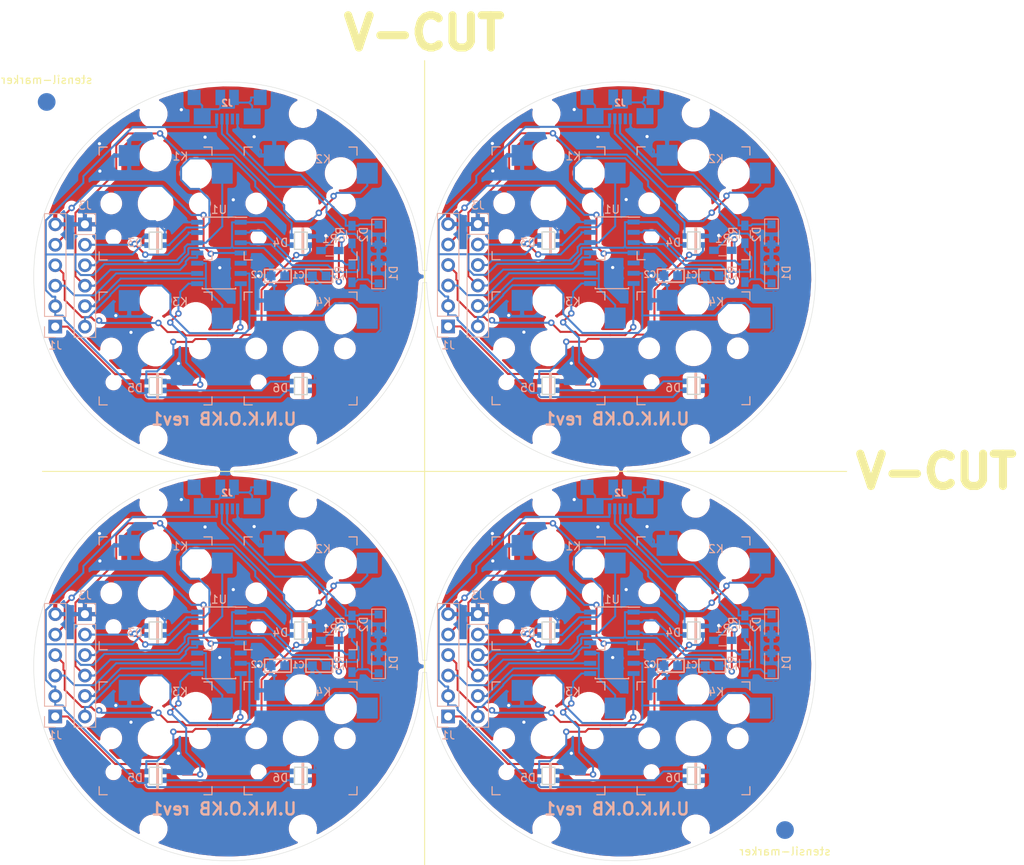
<source format=kicad_pcb>
(kicad_pcb (version 20171130) (host pcbnew "(5.1.0-0)")
  (layers (0 F.Cu signal) (31 B.Cu signal) (34 B.Paste user) (35 F.Paste user) (36 B.SilkS user) (37 F.SilkS user) (38 B.Mask user) (39 F.Mask user) (44 Edge.Cuts user))
  (net 0 "")
  (net 1 "Net-(D1-Pad1)")
  (net 2 GND)
  (net 3 "Net-(D2-Pad1)")
  (net 4 VCC)
  (net 5 LEDD)
  (net 6 "Net-(D3-Pad2)")
  (net 7 "Net-(D4-Pad2)")
  (net 8 "Net-(D5-Pad2)")
  (net 9 RESET)
  (net 10 MOSI)
  (net 11 SCK)
  (net 12 MISO)
  (net 13 "Net-(J2-Pad6)")
  (net 14 SW4)
  (net 15 SW3)
  (net 16 SW2)
  (net 17 SW1)
  (net 18 D-)
  (net 19 D+)
  (module unkokeyboard:stensil-marker (layer B.Cu) (at 162.7124 136.144)
    (fp_text reference REF** hide)
    (fp_text value stensil-marker (at 0 2.6416) (layer F.SilkS) (effects (justify mirror)))
    (pad 1 smd circle (at 0 0) (size 2.2 2.2) (layers B.Cu B.Paste B.Mask))
  )
  (module unkokeyboard:stensil-marker (layer B.Cu) (at 71.0692 45.7708)
    (fp_text reference REF** hide)
    (fp_text value stensil-marker (at 0 -2.75) (layer F.SilkS) (effects (justify mirror)))
    (pad 1 smd circle (at 0 0) (size 2.2 2.2) (layers B.Cu B.Paste B.Mask))
  )
  (module Resistors_SMD:R_0603_HandSoldering (layer B.Cu) (at 106.2228 64.2112 180)
    (fp_text reference R1 (at 0 1.45 180) (layer B.SilkS) (effects (justify mirror)))
    (fp_text value 1K5)
    (pad 1 smd rect (at -1.1 0 180) (size 1.2 0.9) (layers B.Cu B.Paste B.Mask) (net 4 VCC))
    (pad 2 smd rect (at 1.1 0 180) (size 1.2 0.9) (layers B.Cu B.Paste B.Mask) (net 1 "Net-(D1-Pad1)"))
  )
  (module keyboard_parts:C_1608 (layer B.Cu) (at 99.771 67.3608 180)
    (fp_text reference C2 (at 2.5908 0.1524 180) (layer B.SilkS) (effects (font (size 0.8 0.8)) (justify mirror)))
    (fp_text value 4.7uF hide)
    (pad 1 smd rect (at -0.85 0 180) (size 1.1 1.1) (layers B.Cu B.Paste B.Mask) (net 4 VCC) (clearance 0.1))
    (pad 2 smd rect (at 0.85 0 180) (size 1.1 1.1) (layers B.Cu B.Paste B.Mask) (net 2 GND) (clearance 0.1))
  )
  (module keyboard_parts:C_1608 (layer B.Cu) (at 104.902 67.3608 180)
    (fp_text reference C1 (at 2.5908 0.1016 180) (layer B.SilkS) (effects (font (size 0.8 0.8)) (justify mirror)))
    (fp_text value 0.1uF hide)
    (pad 1 smd rect (at -0.85 0 180) (size 1.1 1.1) (layers B.Cu B.Paste B.Mask) (net 4 VCC) (clearance 0.1))
    (pad 2 smd rect (at 0.85 0 180) (size 1.1 1.1) (layers B.Cu B.Paste B.Mask) (net 2 GND) (clearance 0.1))
  )
  (module unkokeyboard:unkokb-nega (layer F.Cu) (at 93.472 67.7672)
    (fp_text reference G*** hide)
    (fp_text value LOGO hide)
  )
  (module Mounting_Holes:MountingHole_2.5mm (layer F.Cu) (at 84.328 47.244)
    (fp_text reference H4 hide)
    (fp_text value MountingHole)
    (pad 1 np_thru_hole circle (at 0 0) (size 2.5 2.5) (drill 2.5) (layers *.Cu *.Mask))
  )
  (module Mounting_Holes:MountingHole_2.5mm (layer F.Cu) (at 102.87 47.244)
    (fp_text reference H3 hide)
    (fp_text value MountingHole)
    (pad 1 np_thru_hole circle (at 0 0) (size 2.5 2.5) (drill 2.5) (layers *.Cu *.Mask))
  )
  (module Mounting_Holes:MountingHole_2.5mm (layer F.Cu) (at 102.87 87.579)
    (fp_text reference H2 hide)
    (fp_text value MountingHole)
    (pad 1 np_thru_hole circle (at 0 0) (size 2.5 2.5) (drill 2.5) (layers *.Cu *.Mask))
  )
  (module Mounting_Holes:MountingHole_2.5mm (layer F.Cu) (at 84.328 87.579)
    (fp_text reference H1 hide)
    (fp_text value MountingHole)
    (pad 1 np_thru_hole circle (at 0 0) (size 2.5 2.5) (drill 2.5) (layers *.Cu *.Mask))
  )
  (module unkokeyboard:WS2812B-2020 (layer F.Cu) (at 84.582 81.026)
    (fp_text reference D5 (at -2.54 0.254) (layer B.SilkS) (effects (justify mirror)))
    (fp_text value WS2812B)
    (fp_line (start -0.7874 -1.0668) (end 0.7874 -1.0668) (layer Edge.Cuts) (width 0.15))
    (fp_line (start -0.7874 1.0668) (end -0.7874 -1.0668) (layer Edge.Cuts) (width 0.15))
    (fp_line (start 0.7874 1.0668) (end -0.7874 1.0668) (layer Edge.Cuts) (width 0.15))
    (fp_line (start 0.7874 -1.0668) (end 0.7874 1.0668) (layer Edge.Cuts) (width 0.15))
    (pad 1 smd rect (at -1.1436 0.55) (size 0.5 0.7) (layers B.Cu B.Paste B.Mask) (net 4 VCC))
    (pad 4 smd rect (at -1.1436 -0.55) (size 0.5 0.7) (layers B.Cu B.Paste B.Mask) (net 7 "Net-(D4-Pad2)"))
    (pad 3 smd rect (at 1.1436 -0.55) (size 0.5 0.7) (layers B.Cu B.Paste B.Mask) (net 2 GND))
    (pad 2 smd rect (at 1.1436 0.55) (size 0.5 0.7) (layers B.Cu B.Paste B.Mask) (net 8 "Net-(D5-Pad2)"))
  )
  (module unkokeyboard:WS2812B-2020 (layer F.Cu) (at 102.616 81.026)
    (fp_text reference D6 (at -2.54 0.254) (layer B.SilkS) (effects (justify mirror)))
    (fp_text value WS2812B)
    (fp_line (start -0.7874 -1.0668) (end 0.7874 -1.0668) (layer Edge.Cuts) (width 0.15))
    (fp_line (start -0.7874 1.0668) (end -0.7874 -1.0668) (layer Edge.Cuts) (width 0.15))
    (fp_line (start 0.7874 1.0668) (end -0.7874 1.0668) (layer Edge.Cuts) (width 0.15))
    (fp_line (start 0.7874 -1.0668) (end 0.7874 1.0668) (layer Edge.Cuts) (width 0.15))
    (pad 1 smd rect (at -1.1436 0.55) (size 0.5 0.7) (layers B.Cu B.Paste B.Mask) (net 4 VCC))
    (pad 4 smd rect (at -1.1436 -0.55) (size 0.5 0.7) (layers B.Cu B.Paste B.Mask) (net 8 "Net-(D5-Pad2)"))
    (pad 3 smd rect (at 1.1436 -0.55) (size 0.5 0.7) (layers B.Cu B.Paste B.Mask) (net 2 GND))
    (pad 2 smd rect (at 1.1436 0.55) (size 0.5 0.7) (layers B.Cu B.Paste B.Mask))
  )
  (module unkokeyboard:WS2812B-2020 (layer F.Cu) (at 102.616 62.992)
    (fp_text reference D4 (at -2.54 0.254) (layer B.SilkS) (effects (justify mirror)))
    (fp_text value WS2812B)
    (fp_line (start -0.7874 -1.0668) (end 0.7874 -1.0668) (layer Edge.Cuts) (width 0.15))
    (fp_line (start -0.7874 1.0668) (end -0.7874 -1.0668) (layer Edge.Cuts) (width 0.15))
    (fp_line (start 0.7874 1.0668) (end -0.7874 1.0668) (layer Edge.Cuts) (width 0.15))
    (fp_line (start 0.7874 -1.0668) (end 0.7874 1.0668) (layer Edge.Cuts) (width 0.15))
    (pad 1 smd rect (at -1.1436 0.55) (size 0.5 0.7) (layers B.Cu B.Paste B.Mask) (net 4 VCC))
    (pad 4 smd rect (at -1.1436 -0.55) (size 0.5 0.7) (layers B.Cu B.Paste B.Mask) (net 6 "Net-(D3-Pad2)"))
    (pad 3 smd rect (at 1.1436 -0.55) (size 0.5 0.7) (layers B.Cu B.Paste B.Mask) (net 2 GND))
    (pad 2 smd rect (at 1.1436 0.55) (size 0.5 0.7) (layers B.Cu B.Paste B.Mask) (net 7 "Net-(D4-Pad2)"))
  )
  (module unkokeyboard:WS2812B-2020 (layer F.Cu) (at 84.582 62.992)
    (fp_text reference D3 (at -2.54 0.254) (layer B.SilkS) (effects (justify mirror)))
    (fp_text value WS2812B)
    (fp_line (start -0.7874 -1.0668) (end 0.7874 -1.0668) (layer Edge.Cuts) (width 0.15))
    (fp_line (start -0.7874 1.0668) (end -0.7874 -1.0668) (layer Edge.Cuts) (width 0.15))
    (fp_line (start 0.7874 1.0668) (end -0.7874 1.0668) (layer Edge.Cuts) (width 0.15))
    (fp_line (start 0.7874 -1.0668) (end 0.7874 1.0668) (layer Edge.Cuts) (width 0.15))
    (pad 1 smd rect (at -1.1436 0.55) (size 0.5 0.7) (layers B.Cu B.Paste B.Mask) (net 4 VCC))
    (pad 4 smd rect (at -1.1436 -0.55) (size 0.5 0.7) (layers B.Cu B.Paste B.Mask) (net 5 LEDD))
    (pad 3 smd rect (at 1.1436 -0.55) (size 0.5 0.7) (layers B.Cu B.Paste B.Mask) (net 2 GND))
    (pad 2 smd rect (at 1.1436 0.55) (size 0.5 0.7) (layers B.Cu B.Paste B.Mask) (net 6 "Net-(D3-Pad2)"))
  )
  (module Housings_SOIC:SOIC-14_3.9x8.7mm_Pitch1.27mm (layer B.Cu) (at 92.456 64.516 180)
    (fp_text reference U1 (at 0 5.375 180) (layer B.SilkS) (effects (justify mirror)))
    (fp_text value ATtiny84A-SSU)
    (pad 1 smd rect (at -2.7 3.81 180) (size 1.5 0.6) (layers B.Cu B.Paste B.Mask) (net 4 VCC))
    (pad 2 smd rect (at -2.7 2.54 180) (size 1.5 0.6) (layers B.Cu B.Paste B.Mask) (net 18 D-))
    (pad 3 smd rect (at -2.7 1.27 180) (size 1.5 0.6) (layers B.Cu B.Paste B.Mask) (net 19 D+))
    (pad 4 smd rect (at -2.7 0 180) (size 1.5 0.6) (layers B.Cu B.Paste B.Mask) (net 9 RESET))
    (pad 5 smd rect (at -2.7 -1.27 180) (size 1.5 0.6) (layers B.Cu B.Paste B.Mask))
    (pad 6 smd rect (at -2.7 -2.54 180) (size 1.5 0.6) (layers B.Cu B.Paste B.Mask) (net 14 SW4))
    (pad 7 smd rect (at -2.7 -3.81 180) (size 1.5 0.6) (layers B.Cu B.Paste B.Mask) (net 10 MOSI))
    (pad 8 smd rect (at 2.7 -3.81 180) (size 1.5 0.6) (layers B.Cu B.Paste B.Mask) (net 12 MISO))
    (pad 9 smd rect (at 2.7 -2.54 180) (size 1.5 0.6) (layers B.Cu B.Paste B.Mask) (net 11 SCK))
    (pad 10 smd rect (at 2.7 -1.27 180) (size 1.5 0.6) (layers B.Cu B.Paste B.Mask) (net 15 SW3))
    (pad 11 smd rect (at 2.7 0 180) (size 1.5 0.6) (layers B.Cu B.Paste B.Mask) (net 16 SW2))
    (pad 12 smd rect (at 2.7 1.27 180) (size 1.5 0.6) (layers B.Cu B.Paste B.Mask) (net 17 SW1))
    (pad 13 smd rect (at 2.7 2.54 180) (size 1.5 0.6) (layers B.Cu B.Paste B.Mask) (net 5 LEDD))
    (pad 14 smd rect (at 2.7 3.81 180) (size 1.5 0.6) (layers B.Cu B.Paste B.Mask) (net 2 GND))
  )
  (module Resistors_SMD:R_0603_HandSoldering (layer B.Cu) (at 108.966 62.23 270)
    (fp_text reference R3 (at 0 1.45 270) (layer B.SilkS) (effects (justify mirror)))
    (fp_text value 68R)
    (pad 1 smd rect (at -1.1 0 270) (size 1.2 0.9) (layers B.Cu B.Paste B.Mask) (net 3 "Net-(D2-Pad1)"))
    (pad 2 smd rect (at 1.1 0 270) (size 1.2 0.9) (layers B.Cu B.Paste B.Mask) (net 19 D+))
  )
  (module Resistors_SMD:R_0603_HandSoldering (layer B.Cu) (at 108.966 67.056 90)
    (fp_text reference R2 (at 0 -1.524 90) (layer B.SilkS) (effects (justify mirror)))
    (fp_text value 68R)
    (pad 1 smd rect (at -1.1 0 90) (size 1.2 0.9) (layers B.Cu B.Paste B.Mask) (net 1 "Net-(D1-Pad1)"))
    (pad 2 smd rect (at 1.1 0 90) (size 1.2 0.9) (layers B.Cu B.Paste B.Mask) (net 18 D-))
  )
  (module keyswitches:PG1350_socket (layer F.Cu) (at 102.588 76.372 180)
    (fp_text reference K4 (at -2.822 5.76 180) (layer B.SilkS) (effects (justify mirror)))
    (fp_text value KEYSW)
    (pad "" np_thru_hole circle (at -5.5 0 180) (size 1.7018 1.7018) (drill 1.7018) (layers *.Cu *.Mask))
    (pad "" np_thru_hole circle (at 5.5 0 180) (size 1.7018 1.7018) (drill 1.7018) (layers *.Cu *.Mask))
    (pad 1 smd rect (at 3.275 5.95 180) (size 2.6 2.6) (layers B.Cu B.Paste B.Mask) (net 2 GND))
    (pad "" np_thru_hole circle (at -5 3.75 180) (size 3 3) (drill 3) (layers *.Cu *.Mask))
    (pad "" np_thru_hole circle (at 0 0 180) (size 3.429 3.429) (drill 3.429) (layers *.Cu *.Mask))
    (pad "" np_thru_hole circle (at 0 5.95 180) (size 3 3) (drill 3) (layers *.Cu *.Mask))
    (pad 2 smd rect (at -8.275 3.75 180) (size 2.6 2.6) (layers B.Cu B.Paste B.Mask) (net 14 SW4))
    (pad "" np_thru_hole circle (at 5.22 -4.2 180) (size 0.9906 0.9906) (drill 0.9906) (layers *.Cu *.Mask))
  )
  (module keyswitches:PG1350_socket (layer F.Cu) (at 84.588 76.372 180)
    (fp_text reference K3 (at -3.042 5.794 180) (layer B.SilkS) (effects (justify mirror)))
    (fp_text value KEYSW)
    (pad "" np_thru_hole circle (at -5.5 0 180) (size 1.7018 1.7018) (drill 1.7018) (layers *.Cu *.Mask))
    (pad "" np_thru_hole circle (at 5.5 0 180) (size 1.7018 1.7018) (drill 1.7018) (layers *.Cu *.Mask))
    (pad 1 smd rect (at 3.275 5.95 180) (size 2.6 2.6) (layers B.Cu B.Paste B.Mask) (net 2 GND))
    (pad "" np_thru_hole circle (at -5 3.75 180) (size 3 3) (drill 3) (layers *.Cu *.Mask))
    (pad "" np_thru_hole circle (at 0 0 180) (size 3.429 3.429) (drill 3.429) (layers *.Cu *.Mask))
    (pad "" np_thru_hole circle (at 0 5.95 180) (size 3 3) (drill 3) (layers *.Cu *.Mask))
    (pad 2 smd rect (at -8.275 3.75 180) (size 2.6 2.6) (layers B.Cu B.Paste B.Mask) (net 15 SW3))
    (pad "" np_thru_hole circle (at 5.22 -4.2 180) (size 0.9906 0.9906) (drill 0.9906) (layers *.Cu *.Mask))
  )
  (module keyswitches:PG1350_socket (layer F.Cu) (at 102.588 58.372 180)
    (fp_text reference K2 (at -2.788 5.506 180) (layer B.SilkS) (effects (justify mirror)))
    (fp_text value KEYSW)
    (pad "" np_thru_hole circle (at -5.5 0 180) (size 1.7018 1.7018) (drill 1.7018) (layers *.Cu *.Mask))
    (pad "" np_thru_hole circle (at 5.5 0 180) (size 1.7018 1.7018) (drill 1.7018) (layers *.Cu *.Mask))
    (pad 1 smd rect (at 3.275 5.95 180) (size 2.6 2.6) (layers B.Cu B.Paste B.Mask) (net 2 GND))
    (pad "" np_thru_hole circle (at -5 3.75 180) (size 3 3) (drill 3) (layers *.Cu *.Mask))
    (pad "" np_thru_hole circle (at 0 0 180) (size 3.429 3.429) (drill 3.429) (layers *.Cu *.Mask))
    (pad "" np_thru_hole circle (at 0 5.95 180) (size 3 3) (drill 3) (layers *.Cu *.Mask))
    (pad 2 smd rect (at -8.275 3.75 180) (size 2.6 2.6) (layers B.Cu B.Paste B.Mask) (net 16 SW2))
    (pad "" np_thru_hole circle (at 5.22 -4.2 180) (size 0.9906 0.9906) (drill 0.9906) (layers *.Cu *.Mask))
  )
  (module keyswitches:PG1350_socket (layer F.Cu) (at 84.588 58.372 180)
    (fp_text reference K1 (at -3.076 5.842 180) (layer B.SilkS) (effects (justify mirror)))
    (fp_text value KEYSW)
    (pad "" np_thru_hole circle (at -5.5 0 180) (size 1.7018 1.7018) (drill 1.7018) (layers *.Cu *.Mask))
    (pad "" np_thru_hole circle (at 5.5 0 180) (size 1.7018 1.7018) (drill 1.7018) (layers *.Cu *.Mask))
    (pad 1 smd rect (at 3.275 5.95 180) (size 2.6 2.6) (layers B.Cu B.Paste B.Mask) (net 2 GND))
    (pad "" np_thru_hole circle (at -5 3.75 180) (size 3 3) (drill 3) (layers *.Cu *.Mask))
    (pad "" np_thru_hole circle (at 0 0 180) (size 3.429 3.429) (drill 3.429) (layers *.Cu *.Mask))
    (pad "" np_thru_hole circle (at 0 5.95 180) (size 3 3) (drill 3) (layers *.Cu *.Mask))
    (pad 2 smd rect (at -8.275 3.75 180) (size 2.6 2.6) (layers B.Cu B.Paste B.Mask) (net 17 SW1))
    (pad "" np_thru_hole circle (at 5.22 -4.2 180) (size 0.9906 0.9906) (drill 0.9906) (layers *.Cu *.Mask))
  )
  (module unkokeyboard:PinHeader_1x06_P2.54mm_Vertical (layer B.Cu) (at 75.819 60.96 180)
    (fp_text reference J3 (at 0 2.33 180) (layer B.SilkS) (effects (justify mirror)))
    (fp_text value Conn_01x06)
    (pad 6 thru_hole oval (at 0 -12.7 180) (size 1.7 1.7) (drill 1) (layers *.Cu B.Mask) (net 14 SW4))
    (pad 5 thru_hole oval (at 0 -10.16 180) (size 1.7 1.7) (drill 1) (layers *.Cu B.Mask) (net 15 SW3))
    (pad 4 thru_hole oval (at 0 -7.62 180) (size 1.7 1.7) (drill 1) (layers *.Cu B.Mask) (net 16 SW2))
    (pad 3 thru_hole oval (at 0 -5.08 180) (size 1.7 1.7) (drill 1) (layers *.Cu B.Mask) (net 17 SW1))
    (pad 2 thru_hole oval (at 0 -2.54 180) (size 1.7 1.7) (drill 1) (layers *.Cu B.Mask) (net 5 LEDD))
    (pad 1 thru_hole rect (at 0 0 180) (size 1.7 1.7) (drill 1) (layers *.Cu B.Mask) (net 2 GND))
  )
  (module unkokeyboard:USB_microB (layer B.Cu) (at 93.472 45.212)
    (fp_text reference J2 (at 0 0.6985) (layer B.SilkS) (effects (font (size 0.8128 0.8128) (thickness 0.2032)) (justify mirror)))
    (fp_text value USB_B_Micro hide)
    (pad 6 smd rect (at -0.85 0) (size 1.2 1.9) (layers B.Cu B.Paste B.Mask) (net 13 "Net-(J2-Pad6)"))
    (pad 1 smd rect (at -1.30048 2.67462 180) (size 0.4 1.35) (layers B.Cu B.Paste B.Mask) (net 4 VCC) (clearance 0.1))
    (pad 2 smd rect (at -0.65024 2.67462 180) (size 0.4 1.35) (layers B.Cu B.Paste B.Mask) (net 1 "Net-(D1-Pad1)") (clearance 0.1))
    (pad 3 smd rect (at 0 2.67462 180) (size 0.4 1.35) (layers B.Cu B.Paste B.Mask) (net 3 "Net-(D2-Pad1)") (clearance 0.1))
    (pad 4 smd rect (at 0.65024 2.67462 180) (size 0.4 1.35) (layers B.Cu B.Paste B.Mask) (clearance 0.1))
    (pad 6 smd rect (at 4.09956 0) (size 1.6 1.9) (layers B.Cu B.Paste B.Mask) (net 13 "Net-(J2-Pad6)"))
    (pad 6 smd rect (at -4.09956 0) (size 1.6 1.9) (layers B.Cu B.Paste B.Mask) (net 13 "Net-(J2-Pad6)"))
    (pad 6 smd rect (at 3.0988 2.3495) (size 2.1 2) (layers B.Cu B.Paste B.Mask) (net 13 "Net-(J2-Pad6)"))
    (pad 6 smd rect (at -3.0988 2.3495) (size 2.1 2) (layers B.Cu B.Paste B.Mask) (net 13 "Net-(J2-Pad6)"))
    (pad 5 smd rect (at 1.29794 2.67462 180) (size 0.4 1.35) (layers B.Cu B.Paste B.Mask) (net 2 GND) (clearance 0.1))
    (pad 6 smd rect (at 0.85 0) (size 1.2 1.9) (layers B.Cu B.Paste B.Mask) (net 13 "Net-(J2-Pad6)"))
  )
  (module unkokeyboard:PinHeader_1x06_P2.54mm_Vertical (layer B.Cu) (at 72.136 73.66)
    (fp_text reference J1 (at 0 2.33) (layer B.SilkS) (effects (justify mirror)))
    (fp_text value AVR-ISP-6)
    (pad 6 thru_hole oval (at 0 -12.7) (size 1.7 1.7) (drill 1) (layers *.Cu B.Mask) (net 2 GND))
    (pad 5 thru_hole oval (at 0 -10.16) (size 1.7 1.7) (drill 1) (layers *.Cu B.Mask) (net 9 RESET))
    (pad 4 thru_hole oval (at 0 -7.62) (size 1.7 1.7) (drill 1) (layers *.Cu B.Mask) (net 10 MOSI))
    (pad 3 thru_hole oval (at 0 -5.08) (size 1.7 1.7) (drill 1) (layers *.Cu B.Mask) (net 11 SCK))
    (pad 2 thru_hole oval (at 0 -2.54) (size 1.7 1.7) (drill 1) (layers *.Cu B.Mask) (net 4 VCC))
    (pad 1 thru_hole rect (at 0 0) (size 1.7 1.7) (drill 1) (layers *.Cu B.Mask) (net 12 MISO))
  )
  (module Diodes_SMD:D_SOD-323_HandSoldering (layer B.Cu) (at 112.268 62.23 270)
    (fp_text reference D2 (at 0 1.85 270) (layer B.SilkS) (effects (justify mirror)))
    (fp_text value "D_Zener 3.6V")
    (pad 1 smd rect (at -1.25 0 270) (size 1 1) (layers B.Cu B.Paste B.Mask) (net 3 "Net-(D2-Pad1)"))
    (pad 2 smd rect (at 1.25 0 270) (size 1 1) (layers B.Cu B.Paste B.Mask) (net 2 GND))
  )
  (module Diodes_SMD:D_SOD-323_HandSoldering (layer B.Cu) (at 112.268 67.056 90)
    (fp_text reference D1 (at 0 1.85 90) (layer B.SilkS) (effects (justify mirror)))
    (fp_text value "D_Zener 3.6V")
    (pad 1 smd rect (at -1.25 0 90) (size 1 1) (layers B.Cu B.Paste B.Mask) (net 1 "Net-(D1-Pad1)"))
    (pad 2 smd rect (at 1.25 0 90) (size 1 1) (layers B.Cu B.Paste B.Mask) (net 2 GND))
  )
  (module Resistors_SMD:R_0603_HandSoldering (layer B.Cu) (at 154.9908 64.1858 180)
    (fp_text reference R1 (at 0 1.45 180) (layer B.SilkS) (effects (justify mirror)))
    (fp_text value 1K5)
    (pad 1 smd rect (at -1.1 0 180) (size 1.2 0.9) (layers B.Cu B.Paste B.Mask) (net 4 VCC))
    (pad 2 smd rect (at 1.1 0 180) (size 1.2 0.9) (layers B.Cu B.Paste B.Mask) (net 1 "Net-(D1-Pad1)"))
  )
  (module keyboard_parts:C_1608 (layer B.Cu) (at 148.539 67.3354 180)
    (fp_text reference C2 (at 2.5908 0.1524 180) (layer B.SilkS) (effects (font (size 0.8 0.8)) (justify mirror)))
    (fp_text value 4.7uF hide)
    (pad 1 smd rect (at -0.85 0 180) (size 1.1 1.1) (layers B.Cu B.Paste B.Mask) (net 4 VCC) (clearance 0.1))
    (pad 2 smd rect (at 0.85 0 180) (size 1.1 1.1) (layers B.Cu B.Paste B.Mask) (net 2 GND) (clearance 0.1))
  )
  (module keyboard_parts:C_1608 (layer B.Cu) (at 153.67 67.3354 180)
    (fp_text reference C1 (at 2.5908 0.1016 180) (layer B.SilkS) (effects (font (size 0.8 0.8)) (justify mirror)))
    (fp_text value 0.1uF hide)
    (pad 1 smd rect (at -0.85 0 180) (size 1.1 1.1) (layers B.Cu B.Paste B.Mask) (net 4 VCC) (clearance 0.1))
    (pad 2 smd rect (at 0.85 0 180) (size 1.1 1.1) (layers B.Cu B.Paste B.Mask) (net 2 GND) (clearance 0.1))
  )
  (module unkokeyboard:unkokb-nega (layer F.Cu) (at 142.24 67.7418)
    (fp_text reference G*** hide)
    (fp_text value LOGO hide)
  )
  (module Mounting_Holes:MountingHole_2.5mm (layer F.Cu) (at 133.096 47.2186)
    (fp_text reference H4 hide)
    (fp_text value MountingHole)
    (pad 1 np_thru_hole circle (at 0 0) (size 2.5 2.5) (drill 2.5) (layers *.Cu *.Mask))
  )
  (module Mounting_Holes:MountingHole_2.5mm (layer F.Cu) (at 151.638 47.2186)
    (fp_text reference H3 hide)
    (fp_text value MountingHole)
    (pad 1 np_thru_hole circle (at 0 0) (size 2.5 2.5) (drill 2.5) (layers *.Cu *.Mask))
  )
  (module Mounting_Holes:MountingHole_2.5mm (layer F.Cu) (at 151.638 87.5536)
    (fp_text reference H2 hide)
    (fp_text value MountingHole)
    (pad 1 np_thru_hole circle (at 0 0) (size 2.5 2.5) (drill 2.5) (layers *.Cu *.Mask))
  )
  (module Mounting_Holes:MountingHole_2.5mm (layer F.Cu) (at 133.096 87.5536)
    (fp_text reference H1 hide)
    (fp_text value MountingHole)
    (pad 1 np_thru_hole circle (at 0 0) (size 2.5 2.5) (drill 2.5) (layers *.Cu *.Mask))
  )
  (module unkokeyboard:WS2812B-2020 (layer F.Cu) (at 133.35 81.0006)
    (fp_text reference D5 (at -2.54 0.254) (layer B.SilkS) (effects (justify mirror)))
    (fp_text value WS2812B)
    (fp_line (start -0.7874 -1.0668) (end 0.7874 -1.0668) (layer Edge.Cuts) (width 0.15))
    (fp_line (start -0.7874 1.0668) (end -0.7874 -1.0668) (layer Edge.Cuts) (width 0.15))
    (fp_line (start 0.7874 1.0668) (end -0.7874 1.0668) (layer Edge.Cuts) (width 0.15))
    (fp_line (start 0.7874 -1.0668) (end 0.7874 1.0668) (layer Edge.Cuts) (width 0.15))
    (pad 1 smd rect (at -1.1436 0.55) (size 0.5 0.7) (layers B.Cu B.Paste B.Mask) (net 4 VCC))
    (pad 4 smd rect (at -1.1436 -0.55) (size 0.5 0.7) (layers B.Cu B.Paste B.Mask) (net 7 "Net-(D4-Pad2)"))
    (pad 3 smd rect (at 1.1436 -0.55) (size 0.5 0.7) (layers B.Cu B.Paste B.Mask) (net 2 GND))
    (pad 2 smd rect (at 1.1436 0.55) (size 0.5 0.7) (layers B.Cu B.Paste B.Mask) (net 8 "Net-(D5-Pad2)"))
  )
  (module unkokeyboard:WS2812B-2020 (layer F.Cu) (at 151.384 81.0006)
    (fp_text reference D6 (at -2.54 0.254) (layer B.SilkS) (effects (justify mirror)))
    (fp_text value WS2812B)
    (fp_line (start -0.7874 -1.0668) (end 0.7874 -1.0668) (layer Edge.Cuts) (width 0.15))
    (fp_line (start -0.7874 1.0668) (end -0.7874 -1.0668) (layer Edge.Cuts) (width 0.15))
    (fp_line (start 0.7874 1.0668) (end -0.7874 1.0668) (layer Edge.Cuts) (width 0.15))
    (fp_line (start 0.7874 -1.0668) (end 0.7874 1.0668) (layer Edge.Cuts) (width 0.15))
    (pad 1 smd rect (at -1.1436 0.55) (size 0.5 0.7) (layers B.Cu B.Paste B.Mask) (net 4 VCC))
    (pad 4 smd rect (at -1.1436 -0.55) (size 0.5 0.7) (layers B.Cu B.Paste B.Mask) (net 8 "Net-(D5-Pad2)"))
    (pad 3 smd rect (at 1.1436 -0.55) (size 0.5 0.7) (layers B.Cu B.Paste B.Mask) (net 2 GND))
    (pad 2 smd rect (at 1.1436 0.55) (size 0.5 0.7) (layers B.Cu B.Paste B.Mask))
  )
  (module unkokeyboard:WS2812B-2020 (layer F.Cu) (at 151.384 62.9666)
    (fp_text reference D4 (at -2.54 0.254) (layer B.SilkS) (effects (justify mirror)))
    (fp_text value WS2812B)
    (fp_line (start -0.7874 -1.0668) (end 0.7874 -1.0668) (layer Edge.Cuts) (width 0.15))
    (fp_line (start -0.7874 1.0668) (end -0.7874 -1.0668) (layer Edge.Cuts) (width 0.15))
    (fp_line (start 0.7874 1.0668) (end -0.7874 1.0668) (layer Edge.Cuts) (width 0.15))
    (fp_line (start 0.7874 -1.0668) (end 0.7874 1.0668) (layer Edge.Cuts) (width 0.15))
    (pad 1 smd rect (at -1.1436 0.55) (size 0.5 0.7) (layers B.Cu B.Paste B.Mask) (net 4 VCC))
    (pad 4 smd rect (at -1.1436 -0.55) (size 0.5 0.7) (layers B.Cu B.Paste B.Mask) (net 6 "Net-(D3-Pad2)"))
    (pad 3 smd rect (at 1.1436 -0.55) (size 0.5 0.7) (layers B.Cu B.Paste B.Mask) (net 2 GND))
    (pad 2 smd rect (at 1.1436 0.55) (size 0.5 0.7) (layers B.Cu B.Paste B.Mask) (net 7 "Net-(D4-Pad2)"))
  )
  (module unkokeyboard:WS2812B-2020 (layer F.Cu) (at 133.35 62.9666)
    (fp_text reference D3 (at -2.54 0.254) (layer B.SilkS) (effects (justify mirror)))
    (fp_text value WS2812B)
    (fp_line (start -0.7874 -1.0668) (end 0.7874 -1.0668) (layer Edge.Cuts) (width 0.15))
    (fp_line (start -0.7874 1.0668) (end -0.7874 -1.0668) (layer Edge.Cuts) (width 0.15))
    (fp_line (start 0.7874 1.0668) (end -0.7874 1.0668) (layer Edge.Cuts) (width 0.15))
    (fp_line (start 0.7874 -1.0668) (end 0.7874 1.0668) (layer Edge.Cuts) (width 0.15))
    (pad 1 smd rect (at -1.1436 0.55) (size 0.5 0.7) (layers B.Cu B.Paste B.Mask) (net 4 VCC))
    (pad 4 smd rect (at -1.1436 -0.55) (size 0.5 0.7) (layers B.Cu B.Paste B.Mask) (net 5 LEDD))
    (pad 3 smd rect (at 1.1436 -0.55) (size 0.5 0.7) (layers B.Cu B.Paste B.Mask) (net 2 GND))
    (pad 2 smd rect (at 1.1436 0.55) (size 0.5 0.7) (layers B.Cu B.Paste B.Mask) (net 6 "Net-(D3-Pad2)"))
  )
  (module Housings_SOIC:SOIC-14_3.9x8.7mm_Pitch1.27mm (layer B.Cu) (at 141.224 64.4906 180)
    (fp_text reference U1 (at 0 5.375 180) (layer B.SilkS) (effects (justify mirror)))
    (fp_text value ATtiny84A-SSU)
    (pad 1 smd rect (at -2.7 3.81 180) (size 1.5 0.6) (layers B.Cu B.Paste B.Mask) (net 4 VCC))
    (pad 2 smd rect (at -2.7 2.54 180) (size 1.5 0.6) (layers B.Cu B.Paste B.Mask) (net 18 D-))
    (pad 3 smd rect (at -2.7 1.27 180) (size 1.5 0.6) (layers B.Cu B.Paste B.Mask) (net 19 D+))
    (pad 4 smd rect (at -2.7 0 180) (size 1.5 0.6) (layers B.Cu B.Paste B.Mask) (net 9 RESET))
    (pad 5 smd rect (at -2.7 -1.27 180) (size 1.5 0.6) (layers B.Cu B.Paste B.Mask))
    (pad 6 smd rect (at -2.7 -2.54 180) (size 1.5 0.6) (layers B.Cu B.Paste B.Mask) (net 14 SW4))
    (pad 7 smd rect (at -2.7 -3.81 180) (size 1.5 0.6) (layers B.Cu B.Paste B.Mask) (net 10 MOSI))
    (pad 8 smd rect (at 2.7 -3.81 180) (size 1.5 0.6) (layers B.Cu B.Paste B.Mask) (net 12 MISO))
    (pad 9 smd rect (at 2.7 -2.54 180) (size 1.5 0.6) (layers B.Cu B.Paste B.Mask) (net 11 SCK))
    (pad 10 smd rect (at 2.7 -1.27 180) (size 1.5 0.6) (layers B.Cu B.Paste B.Mask) (net 15 SW3))
    (pad 11 smd rect (at 2.7 0 180) (size 1.5 0.6) (layers B.Cu B.Paste B.Mask) (net 16 SW2))
    (pad 12 smd rect (at 2.7 1.27 180) (size 1.5 0.6) (layers B.Cu B.Paste B.Mask) (net 17 SW1))
    (pad 13 smd rect (at 2.7 2.54 180) (size 1.5 0.6) (layers B.Cu B.Paste B.Mask) (net 5 LEDD))
    (pad 14 smd rect (at 2.7 3.81 180) (size 1.5 0.6) (layers B.Cu B.Paste B.Mask) (net 2 GND))
  )
  (module Resistors_SMD:R_0603_HandSoldering (layer B.Cu) (at 157.734 62.2046 270)
    (fp_text reference R3 (at 0 1.45 270) (layer B.SilkS) (effects (justify mirror)))
    (fp_text value 68R)
    (pad 1 smd rect (at -1.1 0 270) (size 1.2 0.9) (layers B.Cu B.Paste B.Mask) (net 3 "Net-(D2-Pad1)"))
    (pad 2 smd rect (at 1.1 0 270) (size 1.2 0.9) (layers B.Cu B.Paste B.Mask) (net 19 D+))
  )
  (module Resistors_SMD:R_0603_HandSoldering (layer B.Cu) (at 157.734 67.0306 90)
    (fp_text reference R2 (at 0 -1.524 90) (layer B.SilkS) (effects (justify mirror)))
    (fp_text value 68R)
    (pad 1 smd rect (at -1.1 0 90) (size 1.2 0.9) (layers B.Cu B.Paste B.Mask) (net 1 "Net-(D1-Pad1)"))
    (pad 2 smd rect (at 1.1 0 90) (size 1.2 0.9) (layers B.Cu B.Paste B.Mask) (net 18 D-))
  )
  (module keyswitches:PG1350_socket (layer F.Cu) (at 151.356 76.3466 180)
    (fp_text reference K4 (at -2.822 5.76 180) (layer B.SilkS) (effects (justify mirror)))
    (fp_text value KEYSW)
    (pad "" np_thru_hole circle (at -5.5 0 180) (size 1.7018 1.7018) (drill 1.7018) (layers *.Cu *.Mask))
    (pad "" np_thru_hole circle (at 5.5 0 180) (size 1.7018 1.7018) (drill 1.7018) (layers *.Cu *.Mask))
    (pad 1 smd rect (at 3.275 5.95 180) (size 2.6 2.6) (layers B.Cu B.Paste B.Mask) (net 2 GND))
    (pad "" np_thru_hole circle (at -5 3.75 180) (size 3 3) (drill 3) (layers *.Cu *.Mask))
    (pad "" np_thru_hole circle (at 0 0 180) (size 3.429 3.429) (drill 3.429) (layers *.Cu *.Mask))
    (pad "" np_thru_hole circle (at 0 5.95 180) (size 3 3) (drill 3) (layers *.Cu *.Mask))
    (pad 2 smd rect (at -8.275 3.75 180) (size 2.6 2.6) (layers B.Cu B.Paste B.Mask) (net 14 SW4))
    (pad "" np_thru_hole circle (at 5.22 -4.2 180) (size 0.9906 0.9906) (drill 0.9906) (layers *.Cu *.Mask))
  )
  (module keyswitches:PG1350_socket (layer F.Cu) (at 133.356 76.3466 180)
    (fp_text reference K3 (at -3.042 5.794 180) (layer B.SilkS) (effects (justify mirror)))
    (fp_text value KEYSW)
    (pad "" np_thru_hole circle (at -5.5 0 180) (size 1.7018 1.7018) (drill 1.7018) (layers *.Cu *.Mask))
    (pad "" np_thru_hole circle (at 5.5 0 180) (size 1.7018 1.7018) (drill 1.7018) (layers *.Cu *.Mask))
    (pad 1 smd rect (at 3.275 5.95 180) (size 2.6 2.6) (layers B.Cu B.Paste B.Mask) (net 2 GND))
    (pad "" np_thru_hole circle (at -5 3.75 180) (size 3 3) (drill 3) (layers *.Cu *.Mask))
    (pad "" np_thru_hole circle (at 0 0 180) (size 3.429 3.429) (drill 3.429) (layers *.Cu *.Mask))
    (pad "" np_thru_hole circle (at 0 5.95 180) (size 3 3) (drill 3) (layers *.Cu *.Mask))
    (pad 2 smd rect (at -8.275 3.75 180) (size 2.6 2.6) (layers B.Cu B.Paste B.Mask) (net 15 SW3))
    (pad "" np_thru_hole circle (at 5.22 -4.2 180) (size 0.9906 0.9906) (drill 0.9906) (layers *.Cu *.Mask))
  )
  (module keyswitches:PG1350_socket (layer F.Cu) (at 151.356 58.3466 180)
    (fp_text reference K2 (at -2.788 5.506 180) (layer B.SilkS) (effects (justify mirror)))
    (fp_text value KEYSW)
    (pad "" np_thru_hole circle (at -5.5 0 180) (size 1.7018 1.7018) (drill 1.7018) (layers *.Cu *.Mask))
    (pad "" np_thru_hole circle (at 5.5 0 180) (size 1.7018 1.7018) (drill 1.7018) (layers *.Cu *.Mask))
    (pad 1 smd rect (at 3.275 5.95 180) (size 2.6 2.6) (layers B.Cu B.Paste B.Mask) (net 2 GND))
    (pad "" np_thru_hole circle (at -5 3.75 180) (size 3 3) (drill 3) (layers *.Cu *.Mask))
    (pad "" np_thru_hole circle (at 0 0 180) (size 3.429 3.429) (drill 3.429) (layers *.Cu *.Mask))
    (pad "" np_thru_hole circle (at 0 5.95 180) (size 3 3) (drill 3) (layers *.Cu *.Mask))
    (pad 2 smd rect (at -8.275 3.75 180) (size 2.6 2.6) (layers B.Cu B.Paste B.Mask) (net 16 SW2))
    (pad "" np_thru_hole circle (at 5.22 -4.2 180) (size 0.9906 0.9906) (drill 0.9906) (layers *.Cu *.Mask))
  )
  (module keyswitches:PG1350_socket (layer F.Cu) (at 133.356 58.3466 180)
    (fp_text reference K1 (at -3.076 5.842 180) (layer B.SilkS) (effects (justify mirror)))
    (fp_text value KEYSW)
    (pad "" np_thru_hole circle (at -5.5 0 180) (size 1.7018 1.7018) (drill 1.7018) (layers *.Cu *.Mask))
    (pad "" np_thru_hole circle (at 5.5 0 180) (size 1.7018 1.7018) (drill 1.7018) (layers *.Cu *.Mask))
    (pad 1 smd rect (at 3.275 5.95 180) (size 2.6 2.6) (layers B.Cu B.Paste B.Mask) (net 2 GND))
    (pad "" np_thru_hole circle (at -5 3.75 180) (size 3 3) (drill 3) (layers *.Cu *.Mask))
    (pad "" np_thru_hole circle (at 0 0 180) (size 3.429 3.429) (drill 3.429) (layers *.Cu *.Mask))
    (pad "" np_thru_hole circle (at 0 5.95 180) (size 3 3) (drill 3) (layers *.Cu *.Mask))
    (pad 2 smd rect (at -8.275 3.75 180) (size 2.6 2.6) (layers B.Cu B.Paste B.Mask) (net 17 SW1))
    (pad "" np_thru_hole circle (at 5.22 -4.2 180) (size 0.9906 0.9906) (drill 0.9906) (layers *.Cu *.Mask))
  )
  (module unkokeyboard:PinHeader_1x06_P2.54mm_Vertical (layer B.Cu) (at 124.587 60.9346 180)
    (fp_text reference J3 (at 0 2.33 180) (layer B.SilkS) (effects (justify mirror)))
    (fp_text value Conn_01x06)
    (pad 6 thru_hole oval (at 0 -12.7 180) (size 1.7 1.7) (drill 1) (layers *.Cu B.Mask) (net 14 SW4))
    (pad 5 thru_hole oval (at 0 -10.16 180) (size 1.7 1.7) (drill 1) (layers *.Cu B.Mask) (net 15 SW3))
    (pad 4 thru_hole oval (at 0 -7.62 180) (size 1.7 1.7) (drill 1) (layers *.Cu B.Mask) (net 16 SW2))
    (pad 3 thru_hole oval (at 0 -5.08 180) (size 1.7 1.7) (drill 1) (layers *.Cu B.Mask) (net 17 SW1))
    (pad 2 thru_hole oval (at 0 -2.54 180) (size 1.7 1.7) (drill 1) (layers *.Cu B.Mask) (net 5 LEDD))
    (pad 1 thru_hole rect (at 0 0 180) (size 1.7 1.7) (drill 1) (layers *.Cu B.Mask) (net 2 GND))
  )
  (module unkokeyboard:USB_microB (layer B.Cu) (at 142.24 45.1866)
    (fp_text reference J2 (at 0 0.6985) (layer B.SilkS) (effects (font (size 0.8128 0.8128) (thickness 0.2032)) (justify mirror)))
    (fp_text value USB_B_Micro hide)
    (pad 6 smd rect (at -0.85 0) (size 1.2 1.9) (layers B.Cu B.Paste B.Mask) (net 13 "Net-(J2-Pad6)"))
    (pad 1 smd rect (at -1.30048 2.67462 180) (size 0.4 1.35) (layers B.Cu B.Paste B.Mask) (net 4 VCC) (clearance 0.1))
    (pad 2 smd rect (at -0.65024 2.67462 180) (size 0.4 1.35) (layers B.Cu B.Paste B.Mask) (net 1 "Net-(D1-Pad1)") (clearance 0.1))
    (pad 3 smd rect (at 0 2.67462 180) (size 0.4 1.35) (layers B.Cu B.Paste B.Mask) (net 3 "Net-(D2-Pad1)") (clearance 0.1))
    (pad 4 smd rect (at 0.65024 2.67462 180) (size 0.4 1.35) (layers B.Cu B.Paste B.Mask) (clearance 0.1))
    (pad 6 smd rect (at 4.09956 0) (size 1.6 1.9) (layers B.Cu B.Paste B.Mask) (net 13 "Net-(J2-Pad6)"))
    (pad 6 smd rect (at -4.09956 0) (size 1.6 1.9) (layers B.Cu B.Paste B.Mask) (net 13 "Net-(J2-Pad6)"))
    (pad 6 smd rect (at 3.0988 2.3495) (size 2.1 2) (layers B.Cu B.Paste B.Mask) (net 13 "Net-(J2-Pad6)"))
    (pad 6 smd rect (at -3.0988 2.3495) (size 2.1 2) (layers B.Cu B.Paste B.Mask) (net 13 "Net-(J2-Pad6)"))
    (pad 5 smd rect (at 1.29794 2.67462 180) (size 0.4 1.35) (layers B.Cu B.Paste B.Mask) (net 2 GND) (clearance 0.1))
    (pad 6 smd rect (at 0.85 0) (size 1.2 1.9) (layers B.Cu B.Paste B.Mask) (net 13 "Net-(J2-Pad6)"))
  )
  (module unkokeyboard:PinHeader_1x06_P2.54mm_Vertical (layer B.Cu) (at 120.904 73.6346)
    (fp_text reference J1 (at 0 2.33) (layer B.SilkS) (effects (justify mirror)))
    (fp_text value AVR-ISP-6)
    (pad 6 thru_hole oval (at 0 -12.7) (size 1.7 1.7) (drill 1) (layers *.Cu B.Mask) (net 2 GND))
    (pad 5 thru_hole oval (at 0 -10.16) (size 1.7 1.7) (drill 1) (layers *.Cu B.Mask) (net 9 RESET))
    (pad 4 thru_hole oval (at 0 -7.62) (size 1.7 1.7) (drill 1) (layers *.Cu B.Mask) (net 10 MOSI))
    (pad 3 thru_hole oval (at 0 -5.08) (size 1.7 1.7) (drill 1) (layers *.Cu B.Mask) (net 11 SCK))
    (pad 2 thru_hole oval (at 0 -2.54) (size 1.7 1.7) (drill 1) (layers *.Cu B.Mask) (net 4 VCC))
    (pad 1 thru_hole rect (at 0 0) (size 1.7 1.7) (drill 1) (layers *.Cu B.Mask) (net 12 MISO))
  )
  (module Diodes_SMD:D_SOD-323_HandSoldering (layer B.Cu) (at 161.036 62.2046 270)
    (fp_text reference D2 (at 0 1.85 270) (layer B.SilkS) (effects (justify mirror)))
    (fp_text value "D_Zener 3.6V")
    (pad 1 smd rect (at -1.25 0 270) (size 1 1) (layers B.Cu B.Paste B.Mask) (net 3 "Net-(D2-Pad1)"))
    (pad 2 smd rect (at 1.25 0 270) (size 1 1) (layers B.Cu B.Paste B.Mask) (net 2 GND))
  )
  (module Diodes_SMD:D_SOD-323_HandSoldering (layer B.Cu) (at 161.036 67.0306 90)
    (fp_text reference D1 (at 0 1.85 90) (layer B.SilkS) (effects (justify mirror)))
    (fp_text value "D_Zener 3.6V")
    (pad 1 smd rect (at -1.25 0 90) (size 1 1) (layers B.Cu B.Paste B.Mask) (net 1 "Net-(D1-Pad1)"))
    (pad 2 smd rect (at 1.25 0 90) (size 1 1) (layers B.Cu B.Paste B.Mask) (net 2 GND))
  )
  (module Resistors_SMD:R_0603_HandSoldering (layer B.Cu) (at 106.2228 112.5982 180)
    (fp_text reference R1 (at 0 1.45 180) (layer B.SilkS) (effects (justify mirror)))
    (fp_text value 1K5)
    (pad 1 smd rect (at -1.1 0 180) (size 1.2 0.9) (layers B.Cu B.Paste B.Mask) (net 4 VCC))
    (pad 2 smd rect (at 1.1 0 180) (size 1.2 0.9) (layers B.Cu B.Paste B.Mask) (net 1 "Net-(D1-Pad1)"))
  )
  (module keyboard_parts:C_1608 (layer B.Cu) (at 99.771 115.7478 180)
    (fp_text reference C2 (at 2.5908 0.1524 180) (layer B.SilkS) (effects (font (size 0.8 0.8)) (justify mirror)))
    (fp_text value 4.7uF hide)
    (pad 1 smd rect (at -0.85 0 180) (size 1.1 1.1) (layers B.Cu B.Paste B.Mask) (net 4 VCC) (clearance 0.1))
    (pad 2 smd rect (at 0.85 0 180) (size 1.1 1.1) (layers B.Cu B.Paste B.Mask) (net 2 GND) (clearance 0.1))
  )
  (module keyboard_parts:C_1608 (layer B.Cu) (at 104.902 115.7478 180)
    (fp_text reference C1 (at 2.5908 0.1016 180) (layer B.SilkS) (effects (font (size 0.8 0.8)) (justify mirror)))
    (fp_text value 0.1uF hide)
    (pad 1 smd rect (at -0.85 0 180) (size 1.1 1.1) (layers B.Cu B.Paste B.Mask) (net 4 VCC) (clearance 0.1))
    (pad 2 smd rect (at 0.85 0 180) (size 1.1 1.1) (layers B.Cu B.Paste B.Mask) (net 2 GND) (clearance 0.1))
  )
  (module unkokeyboard:unkokb-nega (layer F.Cu) (at 93.472 116.1542)
    (fp_text reference G*** hide)
    (fp_text value LOGO hide)
  )
  (module Mounting_Holes:MountingHole_2.5mm (layer F.Cu) (at 84.328 95.631)
    (fp_text reference H4 hide)
    (fp_text value MountingHole)
    (pad 1 np_thru_hole circle (at 0 0) (size 2.5 2.5) (drill 2.5) (layers *.Cu *.Mask))
  )
  (module Mounting_Holes:MountingHole_2.5mm (layer F.Cu) (at 102.87 95.631)
    (fp_text reference H3 hide)
    (fp_text value MountingHole)
    (pad 1 np_thru_hole circle (at 0 0) (size 2.5 2.5) (drill 2.5) (layers *.Cu *.Mask))
  )
  (module Mounting_Holes:MountingHole_2.5mm (layer F.Cu) (at 102.87 135.966)
    (fp_text reference H2 hide)
    (fp_text value MountingHole)
    (pad 1 np_thru_hole circle (at 0 0) (size 2.5 2.5) (drill 2.5) (layers *.Cu *.Mask))
  )
  (module Mounting_Holes:MountingHole_2.5mm (layer F.Cu) (at 84.328 135.966)
    (fp_text reference H1 hide)
    (fp_text value MountingHole)
    (pad 1 np_thru_hole circle (at 0 0) (size 2.5 2.5) (drill 2.5) (layers *.Cu *.Mask))
  )
  (module unkokeyboard:WS2812B-2020 (layer F.Cu) (at 84.582 129.413)
    (fp_text reference D5 (at -2.54 0.254) (layer B.SilkS) (effects (justify mirror)))
    (fp_text value WS2812B)
    (fp_line (start -0.7874 -1.0668) (end 0.7874 -1.0668) (layer Edge.Cuts) (width 0.15))
    (fp_line (start -0.7874 1.0668) (end -0.7874 -1.0668) (layer Edge.Cuts) (width 0.15))
    (fp_line (start 0.7874 1.0668) (end -0.7874 1.0668) (layer Edge.Cuts) (width 0.15))
    (fp_line (start 0.7874 -1.0668) (end 0.7874 1.0668) (layer Edge.Cuts) (width 0.15))
    (pad 1 smd rect (at -1.1436 0.55) (size 0.5 0.7) (layers B.Cu B.Paste B.Mask) (net 4 VCC))
    (pad 4 smd rect (at -1.1436 -0.55) (size 0.5 0.7) (layers B.Cu B.Paste B.Mask) (net 7 "Net-(D4-Pad2)"))
    (pad 3 smd rect (at 1.1436 -0.55) (size 0.5 0.7) (layers B.Cu B.Paste B.Mask) (net 2 GND))
    (pad 2 smd rect (at 1.1436 0.55) (size 0.5 0.7) (layers B.Cu B.Paste B.Mask) (net 8 "Net-(D5-Pad2)"))
  )
  (module unkokeyboard:WS2812B-2020 (layer F.Cu) (at 102.616 129.413)
    (fp_text reference D6 (at -2.54 0.254) (layer B.SilkS) (effects (justify mirror)))
    (fp_text value WS2812B)
    (fp_line (start -0.7874 -1.0668) (end 0.7874 -1.0668) (layer Edge.Cuts) (width 0.15))
    (fp_line (start -0.7874 1.0668) (end -0.7874 -1.0668) (layer Edge.Cuts) (width 0.15))
    (fp_line (start 0.7874 1.0668) (end -0.7874 1.0668) (layer Edge.Cuts) (width 0.15))
    (fp_line (start 0.7874 -1.0668) (end 0.7874 1.0668) (layer Edge.Cuts) (width 0.15))
    (pad 1 smd rect (at -1.1436 0.55) (size 0.5 0.7) (layers B.Cu B.Paste B.Mask) (net 4 VCC))
    (pad 4 smd rect (at -1.1436 -0.55) (size 0.5 0.7) (layers B.Cu B.Paste B.Mask) (net 8 "Net-(D5-Pad2)"))
    (pad 3 smd rect (at 1.1436 -0.55) (size 0.5 0.7) (layers B.Cu B.Paste B.Mask) (net 2 GND))
    (pad 2 smd rect (at 1.1436 0.55) (size 0.5 0.7) (layers B.Cu B.Paste B.Mask))
  )
  (module unkokeyboard:WS2812B-2020 (layer F.Cu) (at 102.616 111.379)
    (fp_text reference D4 (at -2.54 0.254) (layer B.SilkS) (effects (justify mirror)))
    (fp_text value WS2812B)
    (fp_line (start -0.7874 -1.0668) (end 0.7874 -1.0668) (layer Edge.Cuts) (width 0.15))
    (fp_line (start -0.7874 1.0668) (end -0.7874 -1.0668) (layer Edge.Cuts) (width 0.15))
    (fp_line (start 0.7874 1.0668) (end -0.7874 1.0668) (layer Edge.Cuts) (width 0.15))
    (fp_line (start 0.7874 -1.0668) (end 0.7874 1.0668) (layer Edge.Cuts) (width 0.15))
    (pad 1 smd rect (at -1.1436 0.55) (size 0.5 0.7) (layers B.Cu B.Paste B.Mask) (net 4 VCC))
    (pad 4 smd rect (at -1.1436 -0.55) (size 0.5 0.7) (layers B.Cu B.Paste B.Mask) (net 6 "Net-(D3-Pad2)"))
    (pad 3 smd rect (at 1.1436 -0.55) (size 0.5 0.7) (layers B.Cu B.Paste B.Mask) (net 2 GND))
    (pad 2 smd rect (at 1.1436 0.55) (size 0.5 0.7) (layers B.Cu B.Paste B.Mask) (net 7 "Net-(D4-Pad2)"))
  )
  (module unkokeyboard:WS2812B-2020 (layer F.Cu) (at 84.582 111.379)
    (fp_text reference D3 (at -2.54 0.254) (layer B.SilkS) (effects (justify mirror)))
    (fp_text value WS2812B)
    (fp_line (start -0.7874 -1.0668) (end 0.7874 -1.0668) (layer Edge.Cuts) (width 0.15))
    (fp_line (start -0.7874 1.0668) (end -0.7874 -1.0668) (layer Edge.Cuts) (width 0.15))
    (fp_line (start 0.7874 1.0668) (end -0.7874 1.0668) (layer Edge.Cuts) (width 0.15))
    (fp_line (start 0.7874 -1.0668) (end 0.7874 1.0668) (layer Edge.Cuts) (width 0.15))
    (pad 1 smd rect (at -1.1436 0.55) (size 0.5 0.7) (layers B.Cu B.Paste B.Mask) (net 4 VCC))
    (pad 4 smd rect (at -1.1436 -0.55) (size 0.5 0.7) (layers B.Cu B.Paste B.Mask) (net 5 LEDD))
    (pad 3 smd rect (at 1.1436 -0.55) (size 0.5 0.7) (layers B.Cu B.Paste B.Mask) (net 2 GND))
    (pad 2 smd rect (at 1.1436 0.55) (size 0.5 0.7) (layers B.Cu B.Paste B.Mask) (net 6 "Net-(D3-Pad2)"))
  )
  (module Housings_SOIC:SOIC-14_3.9x8.7mm_Pitch1.27mm (layer B.Cu) (at 92.456 112.903 180)
    (fp_text reference U1 (at 0 5.375 180) (layer B.SilkS) (effects (justify mirror)))
    (fp_text value ATtiny84A-SSU)
    (pad 1 smd rect (at -2.7 3.81 180) (size 1.5 0.6) (layers B.Cu B.Paste B.Mask) (net 4 VCC))
    (pad 2 smd rect (at -2.7 2.54 180) (size 1.5 0.6) (layers B.Cu B.Paste B.Mask) (net 18 D-))
    (pad 3 smd rect (at -2.7 1.27 180) (size 1.5 0.6) (layers B.Cu B.Paste B.Mask) (net 19 D+))
    (pad 4 smd rect (at -2.7 0 180) (size 1.5 0.6) (layers B.Cu B.Paste B.Mask) (net 9 RESET))
    (pad 5 smd rect (at -2.7 -1.27 180) (size 1.5 0.6) (layers B.Cu B.Paste B.Mask))
    (pad 6 smd rect (at -2.7 -2.54 180) (size 1.5 0.6) (layers B.Cu B.Paste B.Mask) (net 14 SW4))
    (pad 7 smd rect (at -2.7 -3.81 180) (size 1.5 0.6) (layers B.Cu B.Paste B.Mask) (net 10 MOSI))
    (pad 8 smd rect (at 2.7 -3.81 180) (size 1.5 0.6) (layers B.Cu B.Paste B.Mask) (net 12 MISO))
    (pad 9 smd rect (at 2.7 -2.54 180) (size 1.5 0.6) (layers B.Cu B.Paste B.Mask) (net 11 SCK))
    (pad 10 smd rect (at 2.7 -1.27 180) (size 1.5 0.6) (layers B.Cu B.Paste B.Mask) (net 15 SW3))
    (pad 11 smd rect (at 2.7 0 180) (size 1.5 0.6) (layers B.Cu B.Paste B.Mask) (net 16 SW2))
    (pad 12 smd rect (at 2.7 1.27 180) (size 1.5 0.6) (layers B.Cu B.Paste B.Mask) (net 17 SW1))
    (pad 13 smd rect (at 2.7 2.54 180) (size 1.5 0.6) (layers B.Cu B.Paste B.Mask) (net 5 LEDD))
    (pad 14 smd rect (at 2.7 3.81 180) (size 1.5 0.6) (layers B.Cu B.Paste B.Mask) (net 2 GND))
  )
  (module Resistors_SMD:R_0603_HandSoldering (layer B.Cu) (at 108.966 110.617 270)
    (fp_text reference R3 (at 0 1.45 270) (layer B.SilkS) (effects (justify mirror)))
    (fp_text value 68R)
    (pad 1 smd rect (at -1.1 0 270) (size 1.2 0.9) (layers B.Cu B.Paste B.Mask) (net 3 "Net-(D2-Pad1)"))
    (pad 2 smd rect (at 1.1 0 270) (size 1.2 0.9) (layers B.Cu B.Paste B.Mask) (net 19 D+))
  )
  (module Resistors_SMD:R_0603_HandSoldering (layer B.Cu) (at 108.966 115.443 90)
    (fp_text reference R2 (at 0 -1.524 90) (layer B.SilkS) (effects (justify mirror)))
    (fp_text value 68R)
    (pad 1 smd rect (at -1.1 0 90) (size 1.2 0.9) (layers B.Cu B.Paste B.Mask) (net 1 "Net-(D1-Pad1)"))
    (pad 2 smd rect (at 1.1 0 90) (size 1.2 0.9) (layers B.Cu B.Paste B.Mask) (net 18 D-))
  )
  (module keyswitches:PG1350_socket (layer F.Cu) (at 102.588 124.759 180)
    (fp_text reference K4 (at -2.822 5.76 180) (layer B.SilkS) (effects (justify mirror)))
    (fp_text value KEYSW)
    (pad "" np_thru_hole circle (at -5.5 0 180) (size 1.7018 1.7018) (drill 1.7018) (layers *.Cu *.Mask))
    (pad "" np_thru_hole circle (at 5.5 0 180) (size 1.7018 1.7018) (drill 1.7018) (layers *.Cu *.Mask))
    (pad 1 smd rect (at 3.275 5.95 180) (size 2.6 2.6) (layers B.Cu B.Paste B.Mask) (net 2 GND))
    (pad "" np_thru_hole circle (at -5 3.75 180) (size 3 3) (drill 3) (layers *.Cu *.Mask))
    (pad "" np_thru_hole circle (at 0 0 180) (size 3.429 3.429) (drill 3.429) (layers *.Cu *.Mask))
    (pad "" np_thru_hole circle (at 0 5.95 180) (size 3 3) (drill 3) (layers *.Cu *.Mask))
    (pad 2 smd rect (at -8.275 3.75 180) (size 2.6 2.6) (layers B.Cu B.Paste B.Mask) (net 14 SW4))
    (pad "" np_thru_hole circle (at 5.22 -4.2 180) (size 0.9906 0.9906) (drill 0.9906) (layers *.Cu *.Mask))
  )
  (module keyswitches:PG1350_socket (layer F.Cu) (at 84.588 124.759 180)
    (fp_text reference K3 (at -3.042 5.794 180) (layer B.SilkS) (effects (justify mirror)))
    (fp_text value KEYSW)
    (pad "" np_thru_hole circle (at -5.5 0 180) (size 1.7018 1.7018) (drill 1.7018) (layers *.Cu *.Mask))
    (pad "" np_thru_hole circle (at 5.5 0 180) (size 1.7018 1.7018) (drill 1.7018) (layers *.Cu *.Mask))
    (pad 1 smd rect (at 3.275 5.95 180) (size 2.6 2.6) (layers B.Cu B.Paste B.Mask) (net 2 GND))
    (pad "" np_thru_hole circle (at -5 3.75 180) (size 3 3) (drill 3) (layers *.Cu *.Mask))
    (pad "" np_thru_hole circle (at 0 0 180) (size 3.429 3.429) (drill 3.429) (layers *.Cu *.Mask))
    (pad "" np_thru_hole circle (at 0 5.95 180) (size 3 3) (drill 3) (layers *.Cu *.Mask))
    (pad 2 smd rect (at -8.275 3.75 180) (size 2.6 2.6) (layers B.Cu B.Paste B.Mask) (net 15 SW3))
    (pad "" np_thru_hole circle (at 5.22 -4.2 180) (size 0.9906 0.9906) (drill 0.9906) (layers *.Cu *.Mask))
  )
  (module keyswitches:PG1350_socket (layer F.Cu) (at 102.588 106.759 180)
    (fp_text reference K2 (at -2.788 5.506 180) (layer B.SilkS) (effects (justify mirror)))
    (fp_text value KEYSW)
    (pad "" np_thru_hole circle (at -5.5 0 180) (size 1.7018 1.7018) (drill 1.7018) (layers *.Cu *.Mask))
    (pad "" np_thru_hole circle (at 5.5 0 180) (size 1.7018 1.7018) (drill 1.7018) (layers *.Cu *.Mask))
    (pad 1 smd rect (at 3.275 5.95 180) (size 2.6 2.6) (layers B.Cu B.Paste B.Mask) (net 2 GND))
    (pad "" np_thru_hole circle (at -5 3.75 180) (size 3 3) (drill 3) (layers *.Cu *.Mask))
    (pad "" np_thru_hole circle (at 0 0 180) (size 3.429 3.429) (drill 3.429) (layers *.Cu *.Mask))
    (pad "" np_thru_hole circle (at 0 5.95 180) (size 3 3) (drill 3) (layers *.Cu *.Mask))
    (pad 2 smd rect (at -8.275 3.75 180) (size 2.6 2.6) (layers B.Cu B.Paste B.Mask) (net 16 SW2))
    (pad "" np_thru_hole circle (at 5.22 -4.2 180) (size 0.9906 0.9906) (drill 0.9906) (layers *.Cu *.Mask))
  )
  (module keyswitches:PG1350_socket (layer F.Cu) (at 84.588 106.759 180)
    (fp_text reference K1 (at -3.076 5.842 180) (layer B.SilkS) (effects (justify mirror)))
    (fp_text value KEYSW)
    (pad "" np_thru_hole circle (at -5.5 0 180) (size 1.7018 1.7018) (drill 1.7018) (layers *.Cu *.Mask))
    (pad "" np_thru_hole circle (at 5.5 0 180) (size 1.7018 1.7018) (drill 1.7018) (layers *.Cu *.Mask))
    (pad 1 smd rect (at 3.275 5.95 180) (size 2.6 2.6) (layers B.Cu B.Paste B.Mask) (net 2 GND))
    (pad "" np_thru_hole circle (at -5 3.75 180) (size 3 3) (drill 3) (layers *.Cu *.Mask))
    (pad "" np_thru_hole circle (at 0 0 180) (size 3.429 3.429) (drill 3.429) (layers *.Cu *.Mask))
    (pad "" np_thru_hole circle (at 0 5.95 180) (size 3 3) (drill 3) (layers *.Cu *.Mask))
    (pad 2 smd rect (at -8.275 3.75 180) (size 2.6 2.6) (layers B.Cu B.Paste B.Mask) (net 17 SW1))
    (pad "" np_thru_hole circle (at 5.22 -4.2 180) (size 0.9906 0.9906) (drill 0.9906) (layers *.Cu *.Mask))
  )
  (module unkokeyboard:PinHeader_1x06_P2.54mm_Vertical (layer B.Cu) (at 75.819 109.347 180)
    (fp_text reference J3 (at 0 2.33 180) (layer B.SilkS) (effects (justify mirror)))
    (fp_text value Conn_01x06)
    (pad 6 thru_hole oval (at 0 -12.7 180) (size 1.7 1.7) (drill 1) (layers *.Cu B.Mask) (net 14 SW4))
    (pad 5 thru_hole oval (at 0 -10.16 180) (size 1.7 1.7) (drill 1) (layers *.Cu B.Mask) (net 15 SW3))
    (pad 4 thru_hole oval (at 0 -7.62 180) (size 1.7 1.7) (drill 1) (layers *.Cu B.Mask) (net 16 SW2))
    (pad 3 thru_hole oval (at 0 -5.08 180) (size 1.7 1.7) (drill 1) (layers *.Cu B.Mask) (net 17 SW1))
    (pad 2 thru_hole oval (at 0 -2.54 180) (size 1.7 1.7) (drill 1) (layers *.Cu B.Mask) (net 5 LEDD))
    (pad 1 thru_hole rect (at 0 0 180) (size 1.7 1.7) (drill 1) (layers *.Cu B.Mask) (net 2 GND))
  )
  (module unkokeyboard:USB_microB (layer B.Cu) (at 93.472 93.599)
    (fp_text reference J2 (at 0 0.6985) (layer B.SilkS) (effects (font (size 0.8128 0.8128) (thickness 0.2032)) (justify mirror)))
    (fp_text value USB_B_Micro hide)
    (pad 6 smd rect (at -0.85 0) (size 1.2 1.9) (layers B.Cu B.Paste B.Mask) (net 13 "Net-(J2-Pad6)"))
    (pad 1 smd rect (at -1.30048 2.67462 180) (size 0.4 1.35) (layers B.Cu B.Paste B.Mask) (net 4 VCC) (clearance 0.1))
    (pad 2 smd rect (at -0.65024 2.67462 180) (size 0.4 1.35) (layers B.Cu B.Paste B.Mask) (net 1 "Net-(D1-Pad1)") (clearance 0.1))
    (pad 3 smd rect (at 0 2.67462 180) (size 0.4 1.35) (layers B.Cu B.Paste B.Mask) (net 3 "Net-(D2-Pad1)") (clearance 0.1))
    (pad 4 smd rect (at 0.65024 2.67462 180) (size 0.4 1.35) (layers B.Cu B.Paste B.Mask) (clearance 0.1))
    (pad 6 smd rect (at 4.09956 0) (size 1.6 1.9) (layers B.Cu B.Paste B.Mask) (net 13 "Net-(J2-Pad6)"))
    (pad 6 smd rect (at -4.09956 0) (size 1.6 1.9) (layers B.Cu B.Paste B.Mask) (net 13 "Net-(J2-Pad6)"))
    (pad 6 smd rect (at 3.0988 2.3495) (size 2.1 2) (layers B.Cu B.Paste B.Mask) (net 13 "Net-(J2-Pad6)"))
    (pad 6 smd rect (at -3.0988 2.3495) (size 2.1 2) (layers B.Cu B.Paste B.Mask) (net 13 "Net-(J2-Pad6)"))
    (pad 5 smd rect (at 1.29794 2.67462 180) (size 0.4 1.35) (layers B.Cu B.Paste B.Mask) (net 2 GND) (clearance 0.1))
    (pad 6 smd rect (at 0.85 0) (size 1.2 1.9) (layers B.Cu B.Paste B.Mask) (net 13 "Net-(J2-Pad6)"))
  )
  (module unkokeyboard:PinHeader_1x06_P2.54mm_Vertical (layer B.Cu) (at 72.136 122.047)
    (fp_text reference J1 (at 0 2.33) (layer B.SilkS) (effects (justify mirror)))
    (fp_text value AVR-ISP-6)
    (pad 6 thru_hole oval (at 0 -12.7) (size 1.7 1.7) (drill 1) (layers *.Cu B.Mask) (net 2 GND))
    (pad 5 thru_hole oval (at 0 -10.16) (size 1.7 1.7) (drill 1) (layers *.Cu B.Mask) (net 9 RESET))
    (pad 4 thru_hole oval (at 0 -7.62) (size 1.7 1.7) (drill 1) (layers *.Cu B.Mask) (net 10 MOSI))
    (pad 3 thru_hole oval (at 0 -5.08) (size 1.7 1.7) (drill 1) (layers *.Cu B.Mask) (net 11 SCK))
    (pad 2 thru_hole oval (at 0 -2.54) (size 1.7 1.7) (drill 1) (layers *.Cu B.Mask) (net 4 VCC))
    (pad 1 thru_hole rect (at 0 0) (size 1.7 1.7) (drill 1) (layers *.Cu B.Mask) (net 12 MISO))
  )
  (module Diodes_SMD:D_SOD-323_HandSoldering (layer B.Cu) (at 112.268 110.617 270)
    (fp_text reference D2 (at 0 1.85 270) (layer B.SilkS) (effects (justify mirror)))
    (fp_text value "D_Zener 3.6V")
    (pad 1 smd rect (at -1.25 0 270) (size 1 1) (layers B.Cu B.Paste B.Mask) (net 3 "Net-(D2-Pad1)"))
    (pad 2 smd rect (at 1.25 0 270) (size 1 1) (layers B.Cu B.Paste B.Mask) (net 2 GND))
  )
  (module Diodes_SMD:D_SOD-323_HandSoldering (layer B.Cu) (at 112.268 115.443 90)
    (fp_text reference D1 (at 0 1.85 90) (layer B.SilkS) (effects (justify mirror)))
    (fp_text value "D_Zener 3.6V")
    (pad 1 smd rect (at -1.25 0 90) (size 1 1) (layers B.Cu B.Paste B.Mask) (net 1 "Net-(D1-Pad1)"))
    (pad 2 smd rect (at 1.25 0 90) (size 1 1) (layers B.Cu B.Paste B.Mask) (net 2 GND))
  )
  (module Resistors_SMD:R_0603_HandSoldering (layer B.Cu) (at 154.9908 112.5982 180)
    (fp_text reference R1 (at 0 1.45 180) (layer B.SilkS) (effects (justify mirror)))
    (fp_text value 1K5)
    (pad 1 smd rect (at -1.1 0 180) (size 1.2 0.9) (layers B.Cu B.Paste B.Mask) (net 4 VCC))
    (pad 2 smd rect (at 1.1 0 180) (size 1.2 0.9) (layers B.Cu B.Paste B.Mask) (net 1 "Net-(D1-Pad1)"))
  )
  (module keyboard_parts:C_1608 (layer B.Cu) (at 148.539 115.7478 180)
    (fp_text reference C2 (at 2.5908 0.1524 180) (layer B.SilkS) (effects (font (size 0.8 0.8)) (justify mirror)))
    (fp_text value 4.7uF hide)
    (pad 1 smd rect (at -0.85 0 180) (size 1.1 1.1) (layers B.Cu B.Paste B.Mask) (net 4 VCC) (clearance 0.1))
    (pad 2 smd rect (at 0.85 0 180) (size 1.1 1.1) (layers B.Cu B.Paste B.Mask) (net 2 GND) (clearance 0.1))
  )
  (module keyboard_parts:C_1608 (layer B.Cu) (at 153.67 115.7478 180)
    (fp_text reference C1 (at 2.5908 0.1016 180) (layer B.SilkS) (effects (font (size 0.8 0.8)) (justify mirror)))
    (fp_text value 0.1uF hide)
    (pad 1 smd rect (at -0.85 0 180) (size 1.1 1.1) (layers B.Cu B.Paste B.Mask) (net 4 VCC) (clearance 0.1))
    (pad 2 smd rect (at 0.85 0 180) (size 1.1 1.1) (layers B.Cu B.Paste B.Mask) (net 2 GND) (clearance 0.1))
  )
  (module unkokeyboard:unkokb-nega (layer F.Cu) (at 142.24 116.1542)
    (fp_text reference G*** hide)
    (fp_text value LOGO hide)
  )
  (module Mounting_Holes:MountingHole_2.5mm (layer F.Cu) (at 133.096 95.631)
    (fp_text reference H4 hide)
    (fp_text value MountingHole)
    (pad 1 np_thru_hole circle (at 0 0) (size 2.5 2.5) (drill 2.5) (layers *.Cu *.Mask))
  )
  (module Mounting_Holes:MountingHole_2.5mm (layer F.Cu) (at 151.638 95.631)
    (fp_text reference H3 hide)
    (fp_text value MountingHole)
    (pad 1 np_thru_hole circle (at 0 0) (size 2.5 2.5) (drill 2.5) (layers *.Cu *.Mask))
  )
  (module Mounting_Holes:MountingHole_2.5mm (layer F.Cu) (at 151.638 135.966)
    (fp_text reference H2 hide)
    (fp_text value MountingHole)
    (pad 1 np_thru_hole circle (at 0 0) (size 2.5 2.5) (drill 2.5) (layers *.Cu *.Mask))
  )
  (module Mounting_Holes:MountingHole_2.5mm (layer F.Cu) (at 133.096 135.966)
    (fp_text reference H1 hide)
    (fp_text value MountingHole)
    (pad 1 np_thru_hole circle (at 0 0) (size 2.5 2.5) (drill 2.5) (layers *.Cu *.Mask))
  )
  (module unkokeyboard:WS2812B-2020 (layer F.Cu) (at 133.35 129.413)
    (fp_text reference D5 (at -2.54 0.254) (layer B.SilkS) (effects (justify mirror)))
    (fp_text value WS2812B)
    (fp_line (start -0.7874 -1.0668) (end 0.7874 -1.0668) (layer Edge.Cuts) (width 0.15))
    (fp_line (start -0.7874 1.0668) (end -0.7874 -1.0668) (layer Edge.Cuts) (width 0.15))
    (fp_line (start 0.7874 1.0668) (end -0.7874 1.0668) (layer Edge.Cuts) (width 0.15))
    (fp_line (start 0.7874 -1.0668) (end 0.7874 1.0668) (layer Edge.Cuts) (width 0.15))
    (pad 1 smd rect (at -1.1436 0.55) (size 0.5 0.7) (layers B.Cu B.Paste B.Mask) (net 4 VCC))
    (pad 4 smd rect (at -1.1436 -0.55) (size 0.5 0.7) (layers B.Cu B.Paste B.Mask) (net 7 "Net-(D4-Pad2)"))
    (pad 3 smd rect (at 1.1436 -0.55) (size 0.5 0.7) (layers B.Cu B.Paste B.Mask) (net 2 GND))
    (pad 2 smd rect (at 1.1436 0.55) (size 0.5 0.7) (layers B.Cu B.Paste B.Mask) (net 8 "Net-(D5-Pad2)"))
  )
  (module unkokeyboard:WS2812B-2020 (layer F.Cu) (at 151.384 129.413)
    (fp_text reference D6 (at -2.54 0.254) (layer B.SilkS) (effects (justify mirror)))
    (fp_text value WS2812B)
    (fp_line (start -0.7874 -1.0668) (end 0.7874 -1.0668) (layer Edge.Cuts) (width 0.15))
    (fp_line (start -0.7874 1.0668) (end -0.7874 -1.0668) (layer Edge.Cuts) (width 0.15))
    (fp_line (start 0.7874 1.0668) (end -0.7874 1.0668) (layer Edge.Cuts) (width 0.15))
    (fp_line (start 0.7874 -1.0668) (end 0.7874 1.0668) (layer Edge.Cuts) (width 0.15))
    (pad 1 smd rect (at -1.1436 0.55) (size 0.5 0.7) (layers B.Cu B.Paste B.Mask) (net 4 VCC))
    (pad 4 smd rect (at -1.1436 -0.55) (size 0.5 0.7) (layers B.Cu B.Paste B.Mask) (net 8 "Net-(D5-Pad2)"))
    (pad 3 smd rect (at 1.1436 -0.55) (size 0.5 0.7) (layers B.Cu B.Paste B.Mask) (net 2 GND))
    (pad 2 smd rect (at 1.1436 0.55) (size 0.5 0.7) (layers B.Cu B.Paste B.Mask))
  )
  (module unkokeyboard:WS2812B-2020 (layer F.Cu) (at 151.384 111.379)
    (fp_text reference D4 (at -2.54 0.254) (layer B.SilkS) (effects (justify mirror)))
    (fp_text value WS2812B)
    (fp_line (start -0.7874 -1.0668) (end 0.7874 -1.0668) (layer Edge.Cuts) (width 0.15))
    (fp_line (start -0.7874 1.0668) (end -0.7874 -1.0668) (layer Edge.Cuts) (width 0.15))
    (fp_line (start 0.7874 1.0668) (end -0.7874 1.0668) (layer Edge.Cuts) (width 0.15))
    (fp_line (start 0.7874 -1.0668) (end 0.7874 1.0668) (layer Edge.Cuts) (width 0.15))
    (pad 1 smd rect (at -1.1436 0.55) (size 0.5 0.7) (layers B.Cu B.Paste B.Mask) (net 4 VCC))
    (pad 4 smd rect (at -1.1436 -0.55) (size 0.5 0.7) (layers B.Cu B.Paste B.Mask) (net 6 "Net-(D3-Pad2)"))
    (pad 3 smd rect (at 1.1436 -0.55) (size 0.5 0.7) (layers B.Cu B.Paste B.Mask) (net 2 GND))
    (pad 2 smd rect (at 1.1436 0.55) (size 0.5 0.7) (layers B.Cu B.Paste B.Mask) (net 7 "Net-(D4-Pad2)"))
  )
  (module unkokeyboard:WS2812B-2020 (layer F.Cu) (at 133.35 111.379)
    (fp_text reference D3 (at -2.54 0.254) (layer B.SilkS) (effects (justify mirror)))
    (fp_text value WS2812B)
    (fp_line (start -0.7874 -1.0668) (end 0.7874 -1.0668) (layer Edge.Cuts) (width 0.15))
    (fp_line (start -0.7874 1.0668) (end -0.7874 -1.0668) (layer Edge.Cuts) (width 0.15))
    (fp_line (start 0.7874 1.0668) (end -0.7874 1.0668) (layer Edge.Cuts) (width 0.15))
    (fp_line (start 0.7874 -1.0668) (end 0.7874 1.0668) (layer Edge.Cuts) (width 0.15))
    (pad 1 smd rect (at -1.1436 0.55) (size 0.5 0.7) (layers B.Cu B.Paste B.Mask) (net 4 VCC))
    (pad 4 smd rect (at -1.1436 -0.55) (size 0.5 0.7) (layers B.Cu B.Paste B.Mask) (net 5 LEDD))
    (pad 3 smd rect (at 1.1436 -0.55) (size 0.5 0.7) (layers B.Cu B.Paste B.Mask) (net 2 GND))
    (pad 2 smd rect (at 1.1436 0.55) (size 0.5 0.7) (layers B.Cu B.Paste B.Mask) (net 6 "Net-(D3-Pad2)"))
  )
  (module Housings_SOIC:SOIC-14_3.9x8.7mm_Pitch1.27mm (layer B.Cu) (at 141.224 112.903 180)
    (fp_text reference U1 (at 0 5.375 180) (layer B.SilkS) (effects (justify mirror)))
    (fp_text value ATtiny84A-SSU)
    (pad 1 smd rect (at -2.7 3.81 180) (size 1.5 0.6) (layers B.Cu B.Paste B.Mask) (net 4 VCC))
    (pad 2 smd rect (at -2.7 2.54 180) (size 1.5 0.6) (layers B.Cu B.Paste B.Mask) (net 18 D-))
    (pad 3 smd rect (at -2.7 1.27 180) (size 1.5 0.6) (layers B.Cu B.Paste B.Mask) (net 19 D+))
    (pad 4 smd rect (at -2.7 0 180) (size 1.5 0.6) (layers B.Cu B.Paste B.Mask) (net 9 RESET))
    (pad 5 smd rect (at -2.7 -1.27 180) (size 1.5 0.6) (layers B.Cu B.Paste B.Mask))
    (pad 6 smd rect (at -2.7 -2.54 180) (size 1.5 0.6) (layers B.Cu B.Paste B.Mask) (net 14 SW4))
    (pad 7 smd rect (at -2.7 -3.81 180) (size 1.5 0.6) (layers B.Cu B.Paste B.Mask) (net 10 MOSI))
    (pad 8 smd rect (at 2.7 -3.81 180) (size 1.5 0.6) (layers B.Cu B.Paste B.Mask) (net 12 MISO))
    (pad 9 smd rect (at 2.7 -2.54 180) (size 1.5 0.6) (layers B.Cu B.Paste B.Mask) (net 11 SCK))
    (pad 10 smd rect (at 2.7 -1.27 180) (size 1.5 0.6) (layers B.Cu B.Paste B.Mask) (net 15 SW3))
    (pad 11 smd rect (at 2.7 0 180) (size 1.5 0.6) (layers B.Cu B.Paste B.Mask) (net 16 SW2))
    (pad 12 smd rect (at 2.7 1.27 180) (size 1.5 0.6) (layers B.Cu B.Paste B.Mask) (net 17 SW1))
    (pad 13 smd rect (at 2.7 2.54 180) (size 1.5 0.6) (layers B.Cu B.Paste B.Mask) (net 5 LEDD))
    (pad 14 smd rect (at 2.7 3.81 180) (size 1.5 0.6) (layers B.Cu B.Paste B.Mask) (net 2 GND))
  )
  (module Resistors_SMD:R_0603_HandSoldering (layer B.Cu) (at 157.734 110.617 270)
    (fp_text reference R3 (at 0 1.45 270) (layer B.SilkS) (effects (justify mirror)))
    (fp_text value 68R)
    (pad 1 smd rect (at -1.1 0 270) (size 1.2 0.9) (layers B.Cu B.Paste B.Mask) (net 3 "Net-(D2-Pad1)"))
    (pad 2 smd rect (at 1.1 0 270) (size 1.2 0.9) (layers B.Cu B.Paste B.Mask) (net 19 D+))
  )
  (module Resistors_SMD:R_0603_HandSoldering (layer B.Cu) (at 157.734 115.443 90)
    (fp_text reference R2 (at 0 -1.524 90) (layer B.SilkS) (effects (justify mirror)))
    (fp_text value 68R)
    (pad 1 smd rect (at -1.1 0 90) (size 1.2 0.9) (layers B.Cu B.Paste B.Mask) (net 1 "Net-(D1-Pad1)"))
    (pad 2 smd rect (at 1.1 0 90) (size 1.2 0.9) (layers B.Cu B.Paste B.Mask) (net 18 D-))
  )
  (module keyswitches:PG1350_socket (layer F.Cu) (at 151.356 124.759 180)
    (fp_text reference K4 (at -2.822 5.76 180) (layer B.SilkS) (effects (justify mirror)))
    (fp_text value KEYSW)
    (pad "" np_thru_hole circle (at -5.5 0 180) (size 1.7018 1.7018) (drill 1.7018) (layers *.Cu *.Mask))
    (pad "" np_thru_hole circle (at 5.5 0 180) (size 1.7018 1.7018) (drill 1.7018) (layers *.Cu *.Mask))
    (pad 1 smd rect (at 3.275 5.95 180) (size 2.6 2.6) (layers B.Cu B.Paste B.Mask) (net 2 GND))
    (pad "" np_thru_hole circle (at -5 3.75 180) (size 3 3) (drill 3) (layers *.Cu *.Mask))
    (pad "" np_thru_hole circle (at 0 0 180) (size 3.429 3.429) (drill 3.429) (layers *.Cu *.Mask))
    (pad "" np_thru_hole circle (at 0 5.95 180) (size 3 3) (drill 3) (layers *.Cu *.Mask))
    (pad 2 smd rect (at -8.275 3.75 180) (size 2.6 2.6) (layers B.Cu B.Paste B.Mask) (net 14 SW4))
    (pad "" np_thru_hole circle (at 5.22 -4.2 180) (size 0.9906 0.9906) (drill 0.9906) (layers *.Cu *.Mask))
  )
  (module keyswitches:PG1350_socket (layer F.Cu) (at 133.356 124.759 180)
    (fp_text reference K3 (at -3.042 5.794 180) (layer B.SilkS) (effects (justify mirror)))
    (fp_text value KEYSW)
    (pad "" np_thru_hole circle (at -5.5 0 180) (size 1.7018 1.7018) (drill 1.7018) (layers *.Cu *.Mask))
    (pad "" np_thru_hole circle (at 5.5 0 180) (size 1.7018 1.7018) (drill 1.7018) (layers *.Cu *.Mask))
    (pad 1 smd rect (at 3.275 5.95 180) (size 2.6 2.6) (layers B.Cu B.Paste B.Mask) (net 2 GND))
    (pad "" np_thru_hole circle (at -5 3.75 180) (size 3 3) (drill 3) (layers *.Cu *.Mask))
    (pad "" np_thru_hole circle (at 0 0 180) (size 3.429 3.429) (drill 3.429) (layers *.Cu *.Mask))
    (pad "" np_thru_hole circle (at 0 5.95 180) (size 3 3) (drill 3) (layers *.Cu *.Mask))
    (pad 2 smd rect (at -8.275 3.75 180) (size 2.6 2.6) (layers B.Cu B.Paste B.Mask) (net 15 SW3))
    (pad "" np_thru_hole circle (at 5.22 -4.2 180) (size 0.9906 0.9906) (drill 0.9906) (layers *.Cu *.Mask))
  )
  (module keyswitches:PG1350_socket (layer F.Cu) (at 151.356 106.759 180)
    (fp_text reference K2 (at -2.788 5.506 180) (layer B.SilkS) (effects (justify mirror)))
    (fp_text value KEYSW)
    (pad "" np_thru_hole circle (at -5.5 0 180) (size 1.7018 1.7018) (drill 1.7018) (layers *.Cu *.Mask))
    (pad "" np_thru_hole circle (at 5.5 0 180) (size 1.7018 1.7018) (drill 1.7018) (layers *.Cu *.Mask))
    (pad 1 smd rect (at 3.275 5.95 180) (size 2.6 2.6) (layers B.Cu B.Paste B.Mask) (net 2 GND))
    (pad "" np_thru_hole circle (at -5 3.75 180) (size 3 3) (drill 3) (layers *.Cu *.Mask))
    (pad "" np_thru_hole circle (at 0 0 180) (size 3.429 3.429) (drill 3.429) (layers *.Cu *.Mask))
    (pad "" np_thru_hole circle (at 0 5.95 180) (size 3 3) (drill 3) (layers *.Cu *.Mask))
    (pad 2 smd rect (at -8.275 3.75 180) (size 2.6 2.6) (layers B.Cu B.Paste B.Mask) (net 16 SW2))
    (pad "" np_thru_hole circle (at 5.22 -4.2 180) (size 0.9906 0.9906) (drill 0.9906) (layers *.Cu *.Mask))
  )
  (module keyswitches:PG1350_socket (layer F.Cu) (at 133.356 106.759 180)
    (fp_text reference K1 (at -3.076 5.842 180) (layer B.SilkS) (effects (justify mirror)))
    (fp_text value KEYSW)
    (pad "" np_thru_hole circle (at -5.5 0 180) (size 1.7018 1.7018) (drill 1.7018) (layers *.Cu *.Mask))
    (pad "" np_thru_hole circle (at 5.5 0 180) (size 1.7018 1.7018) (drill 1.7018) (layers *.Cu *.Mask))
    (pad 1 smd rect (at 3.275 5.95 180) (size 2.6 2.6) (layers B.Cu B.Paste B.Mask) (net 2 GND))
    (pad "" np_thru_hole circle (at -5 3.75 180) (size 3 3) (drill 3) (layers *.Cu *.Mask))
    (pad "" np_thru_hole circle (at 0 0 180) (size 3.429 3.429) (drill 3.429) (layers *.Cu *.Mask))
    (pad "" np_thru_hole circle (at 0 5.95 180) (size 3 3) (drill 3) (layers *.Cu *.Mask))
    (pad 2 smd rect (at -8.275 3.75 180) (size 2.6 2.6) (layers B.Cu B.Paste B.Mask) (net 17 SW1))
    (pad "" np_thru_hole circle (at 5.22 -4.2 180) (size 0.9906 0.9906) (drill 0.9906) (layers *.Cu *.Mask))
  )
  (module unkokeyboard:PinHeader_1x06_P2.54mm_Vertical (layer B.Cu) (at 124.587 109.347 180)
    (fp_text reference J3 (at 0 2.33 180) (layer B.SilkS) (effects (justify mirror)))
    (fp_text value Conn_01x06)
    (pad 6 thru_hole oval (at 0 -12.7 180) (size 1.7 1.7) (drill 1) (layers *.Cu B.Mask) (net 14 SW4))
    (pad 5 thru_hole oval (at 0 -10.16 180) (size 1.7 1.7) (drill 1) (layers *.Cu B.Mask) (net 15 SW3))
    (pad 4 thru_hole oval (at 0 -7.62 180) (size 1.7 1.7) (drill 1) (layers *.Cu B.Mask) (net 16 SW2))
    (pad 3 thru_hole oval (at 0 -5.08 180) (size 1.7 1.7) (drill 1) (layers *.Cu B.Mask) (net 17 SW1))
    (pad 2 thru_hole oval (at 0 -2.54 180) (size 1.7 1.7) (drill 1) (layers *.Cu B.Mask) (net 5 LEDD))
    (pad 1 thru_hole rect (at 0 0 180) (size 1.7 1.7) (drill 1) (layers *.Cu B.Mask) (net 2 GND))
  )
  (module unkokeyboard:USB_microB (layer B.Cu) (at 142.24 93.599)
    (fp_text reference J2 (at 0 0.6985) (layer B.SilkS) (effects (font (size 0.8128 0.8128) (thickness 0.2032)) (justify mirror)))
    (fp_text value USB_B_Micro hide)
    (pad 6 smd rect (at -0.85 0) (size 1.2 1.9) (layers B.Cu B.Paste B.Mask) (net 13 "Net-(J2-Pad6)"))
    (pad 1 smd rect (at -1.30048 2.67462 180) (size 0.4 1.35) (layers B.Cu B.Paste B.Mask) (net 4 VCC) (clearance 0.1))
    (pad 2 smd rect (at -0.65024 2.67462 180) (size 0.4 1.35) (layers B.Cu B.Paste B.Mask) (net 1 "Net-(D1-Pad1)") (clearance 0.1))
    (pad 3 smd rect (at 0 2.67462 180) (size 0.4 1.35) (layers B.Cu B.Paste B.Mask) (net 3 "Net-(D2-Pad1)") (clearance 0.1))
    (pad 4 smd rect (at 0.65024 2.67462 180) (size 0.4 1.35) (layers B.Cu B.Paste B.Mask) (clearance 0.1))
    (pad 6 smd rect (at 4.09956 0) (size 1.6 1.9) (layers B.Cu B.Paste B.Mask) (net 13 "Net-(J2-Pad6)"))
    (pad 6 smd rect (at -4.09956 0) (size 1.6 1.9) (layers B.Cu B.Paste B.Mask) (net 13 "Net-(J2-Pad6)"))
    (pad 6 smd rect (at 3.0988 2.3495) (size 2.1 2) (layers B.Cu B.Paste B.Mask) (net 13 "Net-(J2-Pad6)"))
    (pad 6 smd rect (at -3.0988 2.3495) (size 2.1 2) (layers B.Cu B.Paste B.Mask) (net 13 "Net-(J2-Pad6)"))
    (pad 5 smd rect (at 1.29794 2.67462 180) (size 0.4 1.35) (layers B.Cu B.Paste B.Mask) (net 2 GND) (clearance 0.1))
    (pad 6 smd rect (at 0.85 0) (size 1.2 1.9) (layers B.Cu B.Paste B.Mask) (net 13 "Net-(J2-Pad6)"))
  )
  (module unkokeyboard:PinHeader_1x06_P2.54mm_Vertical (layer B.Cu) (at 120.904 122.047)
    (fp_text reference J1 (at 0 2.33) (layer B.SilkS) (effects (justify mirror)))
    (fp_text value AVR-ISP-6)
    (pad 6 thru_hole oval (at 0 -12.7) (size 1.7 1.7) (drill 1) (layers *.Cu B.Mask) (net 2 GND))
    (pad 5 thru_hole oval (at 0 -10.16) (size 1.7 1.7) (drill 1) (layers *.Cu B.Mask) (net 9 RESET))
    (pad 4 thru_hole oval (at 0 -7.62) (size 1.7 1.7) (drill 1) (layers *.Cu B.Mask) (net 10 MOSI))
    (pad 3 thru_hole oval (at 0 -5.08) (size 1.7 1.7) (drill 1) (layers *.Cu B.Mask) (net 11 SCK))
    (pad 2 thru_hole oval (at 0 -2.54) (size 1.7 1.7) (drill 1) (layers *.Cu B.Mask) (net 4 VCC))
    (pad 1 thru_hole rect (at 0 0) (size 1.7 1.7) (drill 1) (layers *.Cu B.Mask) (net 12 MISO))
  )
  (module Diodes_SMD:D_SOD-323_HandSoldering (layer B.Cu) (at 161.036 110.617 270)
    (fp_text reference D2 (at 0 1.85 270) (layer B.SilkS) (effects (justify mirror)))
    (fp_text value "D_Zener 3.6V")
    (pad 1 smd rect (at -1.25 0 270) (size 1 1) (layers B.Cu B.Paste B.Mask) (net 3 "Net-(D2-Pad1)"))
    (pad 2 smd rect (at 1.25 0 270) (size 1 1) (layers B.Cu B.Paste B.Mask) (net 2 GND))
  )
  (module Diodes_SMD:D_SOD-323_HandSoldering (layer B.Cu) (at 161.036 115.443 90)
    (fp_text reference D1 (at 0 1.85 90) (layer B.SilkS) (effects (justify mirror)))
    (fp_text value "D_Zener 3.6V")
    (pad 1 smd rect (at -1.25 0 90) (size 1 1) (layers B.Cu B.Paste B.Mask) (net 1 "Net-(D1-Pad1)"))
    (pad 2 smd rect (at 1.25 0 90) (size 1 1) (layers B.Cu B.Paste B.Mask) (net 2 GND))
  )
  (gr_text V-CUT (at 117.9195 37.211) (layer F.SilkS) (effects (font (size 4 4) (thickness 1))))
  (gr_text V-CUT (at 181.483 91.6305) (layer F.SilkS) (effects (font (size 4 4) (thickness 1))))
  (gr_line (start 70.5485 91.6305) (end 170.3705 91.6305) (layer F.SilkS) (width 0.12))
  (gr_line (start 117.983 40.64) (end 117.983 140.462) (layer F.SilkS) (width 0.12))
  (gr_line (start 117.729 116.586) (end 118.243172 116.585805) (layer Edge.Cuts) (width 0.05))
  (gr_line (start 117.729 115.062) (end 118.243178 115.062) (layer Edge.Cuts) (width 0.05))
  (gr_line (start 117.729 68.199) (end 118.240089 68.176689) (layer Edge.Cuts) (width 0.05))
  (gr_line (start 117.729 66.675) (end 118.238628 66.700448) (layer Edge.Cuts) (width 0.05))
  (gr_line (start 94.361 91.567) (end 94.364089 91.697089) (layer Edge.Cuts) (width 0.05))
  (gr_line (start 94.361 91.567) (end 94.364089 91.563911) (layer Edge.Cuts) (width 0.05))
  (gr_line (start 92.077484 91.527746) (end 92.077484 91.733254) (layer Edge.Cuts) (width 0.05))
  (gr_line (start 143.129 91.5416) (end 143.132089 91.697089) (layer Edge.Cuts) (width 0.05))
  (gr_line (start 141.605801 91.541625) (end 141.608089 91.697089) (layer Edge.Cuts) (width 0.05))
  (gr_arc (start 142.370089 115.824) (end 141.608089 91.697089) (angle -86.38205851) (layer Edge.Cuts) (width 0.05))
  (gr_arc (start 142.370089 115.824) (end 143.132089 91.697089) (angle 266.3825213) (layer Edge.Cuts) (width 0.05))
  (gr_arc (start 93.602089 115.824) (end 117.729 115.062) (angle -86.38205851) (layer Edge.Cuts) (width 0.05))
  (gr_arc (start 93.602089 115.824) (end 117.729 116.586) (angle 264.5698425) (layer Edge.Cuts) (width 0.05))
  (gr_arc (start 142.367 67.414689) (end 118.240089 68.176689) (angle -86.38395967) (layer Edge.Cuts) (width 0.05))
  (gr_arc (start 93.602089 67.437) (end 94.364089 91.563911) (angle -86.38205851) (layer Edge.Cuts) (width 0.05))
  (gr_arc (start 142.367 67.414689) (end 143.129 91.5416) (angle -266.4954715) (layer Edge.Cuts) (width 0.05))
  (gr_arc (start 93.602089 67.437) (end 117.729 66.675) (angle -264.5698425) (layer Edge.Cuts) (width 0.05))
  (gr_text "U.N.K.O.KB rev1" (at 93.0656 85.1408) (layer B.SilkS) (effects (font (size 1.5 1.5) (thickness 0.3)) (justify mirror)))
  (gr_text "U.N.K.O.KB rev1" (at 141.8336 85.1154) (layer B.SilkS) (effects (font (size 1.5 1.5) (thickness 0.3)) (justify mirror)))
  (gr_text "U.N.K.O.KB rev1" (at 93.0656 133.5278) (layer B.SilkS) (effects (font (size 1.5 1.5) (thickness 0.3)) (justify mirror)))
  (gr_text "U.N.K.O.KB rev1" (at 141.8336 133.5278) (layer B.SilkS) (effects (font (size 1.5 1.5) (thickness 0.3)) (justify mirror)))
  (segment (start 110.2277 67.7962) (end 110.9329 67.7962) (width 0.25) (layer B.Cu) (net 1))
  (segment (start 110.9329 67.7962) (end 111.4427 68.306) (width 0.25) (layer B.Cu) (net 1))
  (segment (start 109.3537 68.156) (end 109.7135 67.7962) (width 0.25) (layer B.Cu) (net 1))
  (segment (start 109.7135 67.7962) (end 110.2277 67.7962) (width 0.25) (layer B.Cu) (net 1))
  (segment (start 110.2277 67.7962) (end 110.2277 63.0349) (width 0.25) (layer B.Cu) (net 1))
  (segment (start 110.2277 63.0349) (end 109.3333 62.1405) (width 0.25) (layer B.Cu) (net 1))
  (segment (start 109.3333 62.1405) (end 108.4442 62.1405) (width 0.25) (layer B.Cu) (net 1))
  (segment (start 108.4442 62.1405) (end 105.8027 59.499) (width 0.25) (layer B.Cu) (net 1))
  (segment (start 105.8027 59.499) (end 105.8027 58.6502) (width 0.25) (layer B.Cu) (net 1))
  (segment (start 105.8027 58.6502) (end 103.4542 56.3017) (width 0.25) (layer B.Cu) (net 1))
  (segment (start 103.4542 56.3017) (end 99.4011 56.3017) (width 0.25) (layer B.Cu) (net 1))
  (segment (start 99.4011 56.3017) (end 92.8218 49.7224) (width 0.25) (layer B.Cu) (net 1))
  (segment (start 92.8218 49.7224) (end 92.8218 47.8866) (width 0.25) (layer B.Cu) (net 1))
  (segment (start 112.268 68.306) (end 111.4427 68.306) (width 0.25) (layer B.Cu) (net 1))
  (segment (start 108.966 68.156) (end 109.3537 68.156) (width 0.25) (layer B.Cu) (net 1))
  (segment (start 105.2728 64.2112) (end 105.1228 64.2112) (width 0.25) (layer B.Cu) (net 1))
  (segment (start 107.3435 62.1405) (end 105.2728 64.2112) (width 0.25) (layer B.Cu) (net 1))
  (segment (start 108.4442 62.1405) (end 107.3435 62.1405) (width 0.25) (layer B.Cu) (net 1))
  (segment (start 158.9957 67.7708) (end 159.7009 67.7708) (width 0.25) (layer B.Cu) (net 1))
  (segment (start 159.7009 67.7708) (end 160.2107 68.2806) (width 0.25) (layer B.Cu) (net 1))
  (segment (start 158.1217 68.1306) (end 158.4815 67.7708) (width 0.25) (layer B.Cu) (net 1))
  (segment (start 158.4815 67.7708) (end 158.9957 67.7708) (width 0.25) (layer B.Cu) (net 1))
  (segment (start 158.9957 67.7708) (end 158.9957 63.0095) (width 0.25) (layer B.Cu) (net 1))
  (segment (start 158.9957 63.0095) (end 158.1013 62.1151) (width 0.25) (layer B.Cu) (net 1))
  (segment (start 158.1013 62.1151) (end 157.2122 62.1151) (width 0.25) (layer B.Cu) (net 1))
  (segment (start 157.2122 62.1151) (end 154.5707 59.4736) (width 0.25) (layer B.Cu) (net 1))
  (segment (start 154.5707 59.4736) (end 154.5707 58.6248) (width 0.25) (layer B.Cu) (net 1))
  (segment (start 154.5707 58.6248) (end 152.2222 56.2763) (width 0.25) (layer B.Cu) (net 1))
  (segment (start 152.2222 56.2763) (end 148.1691 56.2763) (width 0.25) (layer B.Cu) (net 1))
  (segment (start 148.1691 56.2763) (end 141.5898 49.697) (width 0.25) (layer B.Cu) (net 1))
  (segment (start 141.5898 49.697) (end 141.5898 47.8612) (width 0.25) (layer B.Cu) (net 1))
  (segment (start 161.036 68.2806) (end 160.2107 68.2806) (width 0.25) (layer B.Cu) (net 1))
  (segment (start 157.734 68.1306) (end 158.1217 68.1306) (width 0.25) (layer B.Cu) (net 1))
  (segment (start 154.0408 64.1858) (end 153.8908 64.1858) (width 0.25) (layer B.Cu) (net 1))
  (segment (start 156.1115 62.1151) (end 154.0408 64.1858) (width 0.25) (layer B.Cu) (net 1))
  (segment (start 157.2122 62.1151) (end 156.1115 62.1151) (width 0.25) (layer B.Cu) (net 1))
  (segment (start 110.2277 116.1832) (end 110.9329 116.1832) (width 0.25) (layer B.Cu) (net 1))
  (segment (start 110.9329 116.1832) (end 111.4427 116.693) (width 0.25) (layer B.Cu) (net 1))
  (segment (start 109.3537 116.543) (end 109.7135 116.1832) (width 0.25) (layer B.Cu) (net 1))
  (segment (start 109.7135 116.1832) (end 110.2277 116.1832) (width 0.25) (layer B.Cu) (net 1))
  (segment (start 110.2277 116.1832) (end 110.2277 111.4219) (width 0.25) (layer B.Cu) (net 1))
  (segment (start 110.2277 111.4219) (end 109.3333 110.5275) (width 0.25) (layer B.Cu) (net 1))
  (segment (start 109.3333 110.5275) (end 108.4442 110.5275) (width 0.25) (layer B.Cu) (net 1))
  (segment (start 108.4442 110.5275) (end 105.8027 107.886) (width 0.25) (layer B.Cu) (net 1))
  (segment (start 105.8027 107.886) (end 105.8027 107.0372) (width 0.25) (layer B.Cu) (net 1))
  (segment (start 105.8027 107.0372) (end 103.4542 104.6887) (width 0.25) (layer B.Cu) (net 1))
  (segment (start 103.4542 104.6887) (end 99.4011 104.6887) (width 0.25) (layer B.Cu) (net 1))
  (segment (start 99.4011 104.6887) (end 92.8218 98.1094) (width 0.25) (layer B.Cu) (net 1))
  (segment (start 92.8218 98.1094) (end 92.8218 96.2736) (width 0.25) (layer B.Cu) (net 1))
  (segment (start 112.268 116.693) (end 111.4427 116.693) (width 0.25) (layer B.Cu) (net 1))
  (segment (start 108.966 116.543) (end 109.3537 116.543) (width 0.25) (layer B.Cu) (net 1))
  (segment (start 105.2728 112.5982) (end 105.1228 112.5982) (width 0.25) (layer B.Cu) (net 1))
  (segment (start 107.3435 110.5275) (end 105.2728 112.5982) (width 0.25) (layer B.Cu) (net 1))
  (segment (start 108.4442 110.5275) (end 107.3435 110.5275) (width 0.25) (layer B.Cu) (net 1))
  (segment (start 158.9957 116.1832) (end 159.7009 116.1832) (width 0.25) (layer B.Cu) (net 1))
  (segment (start 159.7009 116.1832) (end 160.2107 116.693) (width 0.25) (layer B.Cu) (net 1))
  (segment (start 158.1217 116.543) (end 158.4815 116.1832) (width 0.25) (layer B.Cu) (net 1))
  (segment (start 158.4815 116.1832) (end 158.9957 116.1832) (width 0.25) (layer B.Cu) (net 1))
  (segment (start 158.9957 116.1832) (end 158.9957 111.4219) (width 0.25) (layer B.Cu) (net 1))
  (segment (start 158.9957 111.4219) (end 158.1013 110.5275) (width 0.25) (layer B.Cu) (net 1))
  (segment (start 158.1013 110.5275) (end 157.2122 110.5275) (width 0.25) (layer B.Cu) (net 1))
  (segment (start 157.2122 110.5275) (end 154.5707 107.886) (width 0.25) (layer B.Cu) (net 1))
  (segment (start 154.5707 107.886) (end 154.5707 107.0372) (width 0.25) (layer B.Cu) (net 1))
  (segment (start 154.5707 107.0372) (end 152.2222 104.6887) (width 0.25) (layer B.Cu) (net 1))
  (segment (start 152.2222 104.6887) (end 148.1691 104.6887) (width 0.25) (layer B.Cu) (net 1))
  (segment (start 148.1691 104.6887) (end 141.5898 98.1094) (width 0.25) (layer B.Cu) (net 1))
  (segment (start 141.5898 98.1094) (end 141.5898 96.2736) (width 0.25) (layer B.Cu) (net 1))
  (segment (start 161.036 116.693) (end 160.2107 116.693) (width 0.25) (layer B.Cu) (net 1))
  (segment (start 157.734 116.543) (end 158.1217 116.543) (width 0.25) (layer B.Cu) (net 1))
  (segment (start 154.0408 112.5982) (end 153.8908 112.5982) (width 0.25) (layer B.Cu) (net 1))
  (segment (start 156.1115 110.5275) (end 154.0408 112.5982) (width 0.25) (layer B.Cu) (net 1))
  (segment (start 157.2122 110.5275) (end 156.1115 110.5275) (width 0.25) (layer B.Cu) (net 1))
  (segment (start 89.756 60.706) (end 86.7863 60.706) (width 0.25) (layer B.Cu) (net 2))
  (segment (start 86.7863 60.706) (end 85.7256 61.7667) (width 0.25) (layer B.Cu) (net 2))
  (segment (start 75.819 60.96) (end 76.9943 60.96) (width 0.25) (layer B.Cu) (net 2))
  (segment (start 76.9943 60.96) (end 77.381 60.5733) (width 0.25) (layer B.Cu) (net 2))
  (segment (start 77.381 60.5733) (end 81.313 60.5733) (width 0.25) (layer B.Cu) (net 2))
  (segment (start 75.819 60.96) (end 73.3113 60.96) (width 0.25) (layer B.Cu) (net 2))
  (segment (start 81.313 60.5733) (end 84.5322 60.5733) (width 0.25) (layer B.Cu) (net 2))
  (segment (start 84.5322 60.5733) (end 85.7256 61.7667) (width 0.25) (layer B.Cu) (net 2))
  (segment (start 85.7256 62.442) (end 85.7256 61.7667) (width 0.25) (layer B.Cu) (net 2))
  (segment (start 104.052 67.3608) (end 105.8226 69.1314) (width 0.25) (layer B.Cu) (net 2))
  (segment (start 105.8226 69.1314) (end 112.519 69.1314) (width 0.25) (layer B.Cu) (net 2))
  (segment (start 99.313 69.6093) (end 100.4837 69.6093) (width 0.25) (layer B.Cu) (net 2))
  (segment (start 100.4837 69.6093) (end 102.7322 67.3608) (width 0.25) (layer B.Cu) (net 2))
  (segment (start 102.7322 67.3608) (end 104.052 67.3608) (width 0.25) (layer B.Cu) (net 2))
  (segment (start 112.519 69.1314) (end 112.9498 69.1314) (width 0.25) (layer B.Cu) (net 2))
  (segment (start 112.9498 69.1314) (end 113.0934 68.9878) (width 0.25) (layer B.Cu) (net 2))
  (segment (start 113.0934 68.9878) (end 113.0934 67.4567) (width 0.25) (layer B.Cu) (net 2))
  (segment (start 113.0934 67.4567) (end 112.268 66.6313) (width 0.25) (layer B.Cu) (net 2))
  (segment (start 112.519 69.1314) (end 112.519 74.0285) (width 0.25) (layer B.Cu) (net 2))
  (segment (start 112.519 74.0285) (end 106.966 79.5815) (width 0.25) (layer B.Cu) (net 2))
  (segment (start 106.966 79.5815) (end 104.3349 79.5815) (width 0.25) (layer B.Cu) (net 2))
  (segment (start 104.3349 80.476) (end 104.3349 79.5815) (width 0.25) (layer B.Cu) (net 2))
  (segment (start 103.7596 80.476) (end 104.3349 80.476) (width 0.25) (layer B.Cu) (net 2))
  (segment (start 112.268 63.48) (end 112.268 62.6547) (width 0.25) (layer B.Cu) (net 2))
  (segment (start 83.1751 50.5599) (end 81.313 52.422) (width 0.25) (layer B.Cu) (net 2))
  (segment (start 112.268 65.806) (end 112.268 66.6313) (width 0.25) (layer B.Cu) (net 2))
  (segment (start 112.268 63.48) (end 112.268 65.806) (width 0.25) (layer B.Cu) (net 2))
  (segment (start 98.921 67.3608) (end 98.921 68.2361) (width 0.25) (layer B.Cu) (net 2))
  (segment (start 99.313 69.6093) (end 99.313 68.6281) (width 0.25) (layer B.Cu) (net 2))
  (segment (start 99.313 68.6281) (end 98.921 68.2361) (width 0.25) (layer B.Cu) (net 2))
  (segment (start 99.313 52.422) (end 97.6877 52.422) (width 0.25) (layer B.Cu) (net 2))
  (segment (start 94.7699 47.8866) (end 94.7699 48.8869) (width 0.25) (layer B.Cu) (net 2))
  (segment (start 94.7699 48.8869) (end 97.6877 51.8047) (width 0.25) (layer B.Cu) (net 2))
  (segment (start 97.6877 51.8047) (end 97.6877 52.422) (width 0.25) (layer B.Cu) (net 2))
  (segment (start 99.313 70.422) (end 99.313 69.6093) (width 0.25) (layer B.Cu) (net 2))
  (segment (start 72.136 60.96) (end 73.3113 60.96) (width 0.25) (layer B.Cu) (net 2))
  (via (at 87.4268 78.232) (size 0.8) (drill 0.4) (layers F.Cu B.Cu) (net 2))
  (via (at 81.534 74.3712) (size 0.8) (drill 0.4) (layers F.Cu B.Cu) (net 2))
  (via (at 79.6544 72.2884) (size 0.8) (drill 0.4) (layers F.Cu B.Cu) (net 2))
  (via (at 97.3328 67.3608) (size 0.8) (drill 0.4) (layers F.Cu B.Cu) (net 2))
  (via (at 105.7148 62.3824) (size 0.8) (drill 0.4) (layers F.Cu B.Cu) (net 2))
  (segment (start 105.089515 62.442) (end 103.80341 62.442) (width 0.25) (layer B.Cu) (net 2))
  (segment (start 105.149115 62.3824) (end 105.089515 62.442) (width 0.25) (layer B.Cu) (net 2))
  (segment (start 105.7148 62.3824) (end 105.149115 62.3824) (width 0.25) (layer B.Cu) (net 2))
  (via (at 77.6732 54.356) (size 0.8) (drill 0.4) (layers F.Cu B.Cu) (net 2))
  (segment (start 87.4268 78.797685) (end 86.9188 79.305685) (width 0.25) (layer B.Cu) (net 2))
  (segment (start 87.4268 78.232) (end 87.4268 78.797685) (width 0.25) (layer B.Cu) (net 2))
  (segment (start 86.9188 79.305685) (end 86.9188 80.5688) (width 0.25) (layer B.Cu) (net 2))
  (segment (start 85.76941 80.51981) (end 85.76941 80.476) (width 0.25) (layer B.Cu) (net 2))
  (segment (start 85.8184 80.5688) (end 85.76941 80.51981) (width 0.25) (layer B.Cu) (net 2))
  (segment (start 86.9188 80.5688) (end 85.8184 80.5688) (width 0.25) (layer B.Cu) (net 2))
  (via (at 94.234 57.912) (size 0.8) (drill 0.4) (layers F.Cu B.Cu) (net 2))
  (via (at 90.7288 50.1396) (size 0.8) (drill 0.4) (layers F.Cu B.Cu) (net 2))
  (via (at 77.6224 50.9524) (size 0.8) (drill 0.4) (layers F.Cu B.Cu) (net 2))
  (via (at 87.7824 46.736) (size 0.8) (drill 0.4) (layers F.Cu B.Cu) (net 2))
  (via (at 92.5576 66.3448) (size 0.8) (drill 0.4) (layers F.Cu B.Cu) (net 2))
  (via (at 96.8248 50.0888) (size 0.8) (drill 0.4) (layers F.Cu B.Cu) (net 2))
  (segment (start 138.524 60.6806) (end 135.5543 60.6806) (width 0.25) (layer B.Cu) (net 2))
  (segment (start 135.5543 60.6806) (end 134.4936 61.7413) (width 0.25) (layer B.Cu) (net 2))
  (segment (start 124.587 60.9346) (end 125.7623 60.9346) (width 0.25) (layer B.Cu) (net 2))
  (segment (start 125.7623 60.9346) (end 126.149 60.5479) (width 0.25) (layer B.Cu) (net 2))
  (segment (start 126.149 60.5479) (end 130.081 60.5479) (width 0.25) (layer B.Cu) (net 2))
  (segment (start 124.587 60.9346) (end 122.0793 60.9346) (width 0.25) (layer B.Cu) (net 2))
  (segment (start 130.081 60.5479) (end 133.3002 60.5479) (width 0.25) (layer B.Cu) (net 2))
  (segment (start 133.3002 60.5479) (end 134.4936 61.7413) (width 0.25) (layer B.Cu) (net 2))
  (segment (start 134.4936 62.4166) (end 134.4936 61.7413) (width 0.25) (layer B.Cu) (net 2))
  (segment (start 152.82 67.3354) (end 154.5906 69.106) (width 0.25) (layer B.Cu) (net 2))
  (segment (start 154.5906 69.106) (end 161.287 69.106) (width 0.25) (layer B.Cu) (net 2))
  (segment (start 148.081 69.5839) (end 149.2517 69.5839) (width 0.25) (layer B.Cu) (net 2))
  (segment (start 149.2517 69.5839) (end 151.5002 67.3354) (width 0.25) (layer B.Cu) (net 2))
  (segment (start 151.5002 67.3354) (end 152.82 67.3354) (width 0.25) (layer B.Cu) (net 2))
  (segment (start 161.287 69.106) (end 161.7178 69.106) (width 0.25) (layer B.Cu) (net 2))
  (segment (start 161.7178 69.106) (end 161.8614 68.9624) (width 0.25) (layer B.Cu) (net 2))
  (segment (start 161.8614 68.9624) (end 161.8614 67.4313) (width 0.25) (layer B.Cu) (net 2))
  (segment (start 161.8614 67.4313) (end 161.036 66.6059) (width 0.25) (layer B.Cu) (net 2))
  (segment (start 161.287 69.106) (end 161.287 74.0031) (width 0.25) (layer B.Cu) (net 2))
  (segment (start 161.287 74.0031) (end 155.734 79.5561) (width 0.25) (layer B.Cu) (net 2))
  (segment (start 155.734 79.5561) (end 153.1029 79.5561) (width 0.25) (layer B.Cu) (net 2))
  (segment (start 153.1029 80.4506) (end 153.1029 79.5561) (width 0.25) (layer B.Cu) (net 2))
  (segment (start 152.5276 80.4506) (end 153.1029 80.4506) (width 0.25) (layer B.Cu) (net 2))
  (segment (start 161.036 63.4546) (end 161.036 62.6293) (width 0.25) (layer B.Cu) (net 2))
  (segment (start 131.9431 50.5345) (end 130.081 52.3966) (width 0.25) (layer B.Cu) (net 2))
  (segment (start 161.036 65.7806) (end 161.036 66.6059) (width 0.25) (layer B.Cu) (net 2))
  (segment (start 161.036 63.4546) (end 161.036 65.7806) (width 0.25) (layer B.Cu) (net 2))
  (segment (start 147.689 67.3354) (end 147.689 68.2107) (width 0.25) (layer B.Cu) (net 2))
  (segment (start 148.081 69.5839) (end 148.081 68.6027) (width 0.25) (layer B.Cu) (net 2))
  (segment (start 148.081 68.6027) (end 147.689 68.2107) (width 0.25) (layer B.Cu) (net 2))
  (segment (start 148.081 52.3966) (end 146.4557 52.3966) (width 0.25) (layer B.Cu) (net 2))
  (segment (start 143.5379 47.8612) (end 143.5379 48.8615) (width 0.25) (layer B.Cu) (net 2))
  (segment (start 143.5379 48.8615) (end 146.4557 51.7793) (width 0.25) (layer B.Cu) (net 2))
  (segment (start 146.4557 51.7793) (end 146.4557 52.3966) (width 0.25) (layer B.Cu) (net 2))
  (segment (start 148.081 70.3966) (end 148.081 69.5839) (width 0.25) (layer B.Cu) (net 2))
  (segment (start 120.904 60.9346) (end 122.0793 60.9346) (width 0.25) (layer B.Cu) (net 2))
  (via (at 136.1948 78.2066) (size 0.8) (drill 0.4) (layers F.Cu B.Cu) (net 2))
  (via (at 130.302 74.3458) (size 0.8) (drill 0.4) (layers F.Cu B.Cu) (net 2))
  (via (at 128.4224 72.263) (size 0.8) (drill 0.4) (layers F.Cu B.Cu) (net 2))
  (via (at 146.1008 67.3354) (size 0.8) (drill 0.4) (layers F.Cu B.Cu) (net 2))
  (via (at 154.4828 62.357) (size 0.8) (drill 0.4) (layers F.Cu B.Cu) (net 2))
  (segment (start 153.857515 62.4166) (end 152.57141 62.4166) (width 0.25) (layer B.Cu) (net 2))
  (segment (start 153.917115 62.357) (end 153.857515 62.4166) (width 0.25) (layer B.Cu) (net 2))
  (segment (start 154.4828 62.357) (end 153.917115 62.357) (width 0.25) (layer B.Cu) (net 2))
  (via (at 126.4412 54.3306) (size 0.8) (drill 0.4) (layers F.Cu B.Cu) (net 2))
  (segment (start 136.1948 78.772285) (end 135.6868 79.280285) (width 0.25) (layer B.Cu) (net 2))
  (segment (start 136.1948 78.2066) (end 136.1948 78.772285) (width 0.25) (layer B.Cu) (net 2))
  (segment (start 135.6868 79.280285) (end 135.6868 80.5434) (width 0.25) (layer B.Cu) (net 2))
  (segment (start 134.53741 80.49441) (end 134.53741 80.4506) (width 0.25) (layer B.Cu) (net 2))
  (segment (start 134.5864 80.5434) (end 134.53741 80.49441) (width 0.25) (layer B.Cu) (net 2))
  (segment (start 135.6868 80.5434) (end 134.5864 80.5434) (width 0.25) (layer B.Cu) (net 2))
  (via (at 143.002 57.8866) (size 0.8) (drill 0.4) (layers F.Cu B.Cu) (net 2))
  (via (at 139.4968 50.1142) (size 0.8) (drill 0.4) (layers F.Cu B.Cu) (net 2))
  (via (at 126.3904 50.927) (size 0.8) (drill 0.4) (layers F.Cu B.Cu) (net 2))
  (via (at 136.5504 46.7106) (size 0.8) (drill 0.4) (layers F.Cu B.Cu) (net 2))
  (via (at 141.3256 66.3194) (size 0.8) (drill 0.4) (layers F.Cu B.Cu) (net 2))
  (via (at 145.5928 50.0634) (size 0.8) (drill 0.4) (layers F.Cu B.Cu) (net 2))
  (segment (start 89.756 109.093) (end 86.7863 109.093) (width 0.25) (layer B.Cu) (net 2))
  (segment (start 86.7863 109.093) (end 85.7256 110.1537) (width 0.25) (layer B.Cu) (net 2))
  (segment (start 75.819 109.347) (end 76.9943 109.347) (width 0.25) (layer B.Cu) (net 2))
  (segment (start 76.9943 109.347) (end 77.381 108.9603) (width 0.25) (layer B.Cu) (net 2))
  (segment (start 77.381 108.9603) (end 81.313 108.9603) (width 0.25) (layer B.Cu) (net 2))
  (segment (start 75.819 109.347) (end 73.3113 109.347) (width 0.25) (layer B.Cu) (net 2))
  (segment (start 81.313 108.9603) (end 84.5322 108.9603) (width 0.25) (layer B.Cu) (net 2))
  (segment (start 84.5322 108.9603) (end 85.7256 110.1537) (width 0.25) (layer B.Cu) (net 2))
  (segment (start 85.7256 110.829) (end 85.7256 110.1537) (width 0.25) (layer B.Cu) (net 2))
  (segment (start 104.052 115.7478) (end 105.8226 117.5184) (width 0.25) (layer B.Cu) (net 2))
  (segment (start 105.8226 117.5184) (end 112.519 117.5184) (width 0.25) (layer B.Cu) (net 2))
  (segment (start 99.313 117.9963) (end 100.4837 117.9963) (width 0.25) (layer B.Cu) (net 2))
  (segment (start 100.4837 117.9963) (end 102.7322 115.7478) (width 0.25) (layer B.Cu) (net 2))
  (segment (start 102.7322 115.7478) (end 104.052 115.7478) (width 0.25) (layer B.Cu) (net 2))
  (segment (start 112.519 117.5184) (end 112.9498 117.5184) (width 0.25) (layer B.Cu) (net 2))
  (segment (start 112.9498 117.5184) (end 113.0934 117.3748) (width 0.25) (layer B.Cu) (net 2))
  (segment (start 113.0934 117.3748) (end 113.0934 115.8437) (width 0.25) (layer B.Cu) (net 2))
  (segment (start 113.0934 115.8437) (end 112.268 115.0183) (width 0.25) (layer B.Cu) (net 2))
  (segment (start 112.519 117.5184) (end 112.519 122.4155) (width 0.25) (layer B.Cu) (net 2))
  (segment (start 112.519 122.4155) (end 106.966 127.9685) (width 0.25) (layer B.Cu) (net 2))
  (segment (start 106.966 127.9685) (end 104.3349 127.9685) (width 0.25) (layer B.Cu) (net 2))
  (segment (start 104.3349 128.863) (end 104.3349 127.9685) (width 0.25) (layer B.Cu) (net 2))
  (segment (start 103.7596 128.863) (end 104.3349 128.863) (width 0.25) (layer B.Cu) (net 2))
  (segment (start 112.268 111.867) (end 112.268 111.0417) (width 0.25) (layer B.Cu) (net 2))
  (segment (start 83.1751 98.9469) (end 81.313 100.809) (width 0.25) (layer B.Cu) (net 2))
  (segment (start 112.268 114.193) (end 112.268 115.0183) (width 0.25) (layer B.Cu) (net 2))
  (segment (start 112.268 111.867) (end 112.268 114.193) (width 0.25) (layer B.Cu) (net 2))
  (segment (start 98.921 115.7478) (end 98.921 116.6231) (width 0.25) (layer B.Cu) (net 2))
  (segment (start 99.313 117.9963) (end 99.313 117.0151) (width 0.25) (layer B.Cu) (net 2))
  (segment (start 99.313 117.0151) (end 98.921 116.6231) (width 0.25) (layer B.Cu) (net 2))
  (segment (start 99.313 100.809) (end 97.6877 100.809) (width 0.25) (layer B.Cu) (net 2))
  (segment (start 94.7699 96.2736) (end 94.7699 97.2739) (width 0.25) (layer B.Cu) (net 2))
  (segment (start 94.7699 97.2739) (end 97.6877 100.1917) (width 0.25) (layer B.Cu) (net 2))
  (segment (start 97.6877 100.1917) (end 97.6877 100.809) (width 0.25) (layer B.Cu) (net 2))
  (segment (start 99.313 118.809) (end 99.313 117.9963) (width 0.25) (layer B.Cu) (net 2))
  (segment (start 72.136 109.347) (end 73.3113 109.347) (width 0.25) (layer B.Cu) (net 2))
  (via (at 87.4268 126.619) (size 0.8) (drill 0.4) (layers F.Cu B.Cu) (net 2))
  (via (at 81.534 122.7582) (size 0.8) (drill 0.4) (layers F.Cu B.Cu) (net 2))
  (via (at 79.6544 120.6754) (size 0.8) (drill 0.4) (layers F.Cu B.Cu) (net 2))
  (via (at 97.3328 115.7478) (size 0.8) (drill 0.4) (layers F.Cu B.Cu) (net 2))
  (via (at 105.7148 110.7694) (size 0.8) (drill 0.4) (layers F.Cu B.Cu) (net 2))
  (segment (start 105.089515 110.829) (end 103.80341 110.829) (width 0.25) (layer B.Cu) (net 2))
  (segment (start 105.149115 110.7694) (end 105.089515 110.829) (width 0.25) (layer B.Cu) (net 2))
  (segment (start 105.7148 110.7694) (end 105.149115 110.7694) (width 0.25) (layer B.Cu) (net 2))
  (via (at 77.6732 102.743) (size 0.8) (drill 0.4) (layers F.Cu B.Cu) (net 2))
  (segment (start 87.4268 127.184685) (end 86.9188 127.692685) (width 0.25) (layer B.Cu) (net 2))
  (segment (start 87.4268 126.619) (end 87.4268 127.184685) (width 0.25) (layer B.Cu) (net 2))
  (segment (start 86.9188 127.692685) (end 86.9188 128.9558) (width 0.25) (layer B.Cu) (net 2))
  (segment (start 85.76941 128.90681) (end 85.76941 128.863) (width 0.25) (layer B.Cu) (net 2))
  (segment (start 85.8184 128.9558) (end 85.76941 128.90681) (width 0.25) (layer B.Cu) (net 2))
  (segment (start 86.9188 128.9558) (end 85.8184 128.9558) (width 0.25) (layer B.Cu) (net 2))
  (via (at 94.234 106.299) (size 0.8) (drill 0.4) (layers F.Cu B.Cu) (net 2))
  (via (at 90.7288 98.5266) (size 0.8) (drill 0.4) (layers F.Cu B.Cu) (net 2))
  (via (at 77.6224 99.3394) (size 0.8) (drill 0.4) (layers F.Cu B.Cu) (net 2))
  (via (at 87.7824 95.123) (size 0.8) (drill 0.4) (layers F.Cu B.Cu) (net 2))
  (via (at 92.5576 114.7318) (size 0.8) (drill 0.4) (layers F.Cu B.Cu) (net 2))
  (via (at 96.8248 98.4758) (size 0.8) (drill 0.4) (layers F.Cu B.Cu) (net 2))
  (segment (start 138.524 109.093) (end 135.5543 109.093) (width 0.25) (layer B.Cu) (net 2))
  (segment (start 135.5543 109.093) (end 134.4936 110.1537) (width 0.25) (layer B.Cu) (net 2))
  (segment (start 124.587 109.347) (end 125.7623 109.347) (width 0.25) (layer B.Cu) (net 2))
  (segment (start 125.7623 109.347) (end 126.149 108.9603) (width 0.25) (layer B.Cu) (net 2))
  (segment (start 126.149 108.9603) (end 130.081 108.9603) (width 0.25) (layer B.Cu) (net 2))
  (segment (start 124.587 109.347) (end 122.0793 109.347) (width 0.25) (layer B.Cu) (net 2))
  (segment (start 130.081 108.9603) (end 133.3002 108.9603) (width 0.25) (layer B.Cu) (net 2))
  (segment (start 133.3002 108.9603) (end 134.4936 110.1537) (width 0.25) (layer B.Cu) (net 2))
  (segment (start 134.4936 110.829) (end 134.4936 110.1537) (width 0.25) (layer B.Cu) (net 2))
  (segment (start 152.82 115.7478) (end 154.5906 117.5184) (width 0.25) (layer B.Cu) (net 2))
  (segment (start 154.5906 117.5184) (end 161.287 117.5184) (width 0.25) (layer B.Cu) (net 2))
  (segment (start 148.081 117.9963) (end 149.2517 117.9963) (width 0.25) (layer B.Cu) (net 2))
  (segment (start 149.2517 117.9963) (end 151.5002 115.7478) (width 0.25) (layer B.Cu) (net 2))
  (segment (start 151.5002 115.7478) (end 152.82 115.7478) (width 0.25) (layer B.Cu) (net 2))
  (segment (start 161.287 117.5184) (end 161.7178 117.5184) (width 0.25) (layer B.Cu) (net 2))
  (segment (start 161.7178 117.5184) (end 161.8614 117.3748) (width 0.25) (layer B.Cu) (net 2))
  (segment (start 161.8614 117.3748) (end 161.8614 115.8437) (width 0.25) (layer B.Cu) (net 2))
  (segment (start 161.8614 115.8437) (end 161.036 115.0183) (width 0.25) (layer B.Cu) (net 2))
  (segment (start 161.287 117.5184) (end 161.287 122.4155) (width 0.25) (layer B.Cu) (net 2))
  (segment (start 161.287 122.4155) (end 155.734 127.9685) (width 0.25) (layer B.Cu) (net 2))
  (segment (start 155.734 127.9685) (end 153.1029 127.9685) (width 0.25) (layer B.Cu) (net 2))
  (segment (start 153.1029 128.863) (end 153.1029 127.9685) (width 0.25) (layer B.Cu) (net 2))
  (segment (start 152.5276 128.863) (end 153.1029 128.863) (width 0.25) (layer B.Cu) (net 2))
  (segment (start 161.036 111.867) (end 161.036 111.0417) (width 0.25) (layer B.Cu) (net 2))
  (segment (start 131.9431 98.9469) (end 130.081 100.809) (width 0.25) (layer B.Cu) (net 2))
  (segment (start 161.036 114.193) (end 161.036 115.0183) (width 0.25) (layer B.Cu) (net 2))
  (segment (start 161.036 111.867) (end 161.036 114.193) (width 0.25) (layer B.Cu) (net 2))
  (segment (start 147.689 115.7478) (end 147.689 116.6231) (width 0.25) (layer B.Cu) (net 2))
  (segment (start 148.081 117.9963) (end 148.081 117.0151) (width 0.25) (layer B.Cu) (net 2))
  (segment (start 148.081 117.0151) (end 147.689 116.6231) (width 0.25) (layer B.Cu) (net 2))
  (segment (start 148.081 100.809) (end 146.4557 100.809) (width 0.25) (layer B.Cu) (net 2))
  (segment (start 143.5379 96.2736) (end 143.5379 97.2739) (width 0.25) (layer B.Cu) (net 2))
  (segment (start 143.5379 97.2739) (end 146.4557 100.1917) (width 0.25) (layer B.Cu) (net 2))
  (segment (start 146.4557 100.1917) (end 146.4557 100.809) (width 0.25) (layer B.Cu) (net 2))
  (segment (start 148.081 118.809) (end 148.081 117.9963) (width 0.25) (layer B.Cu) (net 2))
  (segment (start 120.904 109.347) (end 122.0793 109.347) (width 0.25) (layer B.Cu) (net 2))
  (via (at 136.1948 126.619) (size 0.8) (drill 0.4) (layers F.Cu B.Cu) (net 2))
  (via (at 130.302 122.7582) (size 0.8) (drill 0.4) (layers F.Cu B.Cu) (net 2))
  (via (at 128.4224 120.6754) (size 0.8) (drill 0.4) (layers F.Cu B.Cu) (net 2))
  (via (at 146.1008 115.7478) (size 0.8) (drill 0.4) (layers F.Cu B.Cu) (net 2))
  (via (at 154.4828 110.7694) (size 0.8) (drill 0.4) (layers F.Cu B.Cu) (net 2))
  (segment (start 153.857515 110.829) (end 152.57141 110.829) (width 0.25) (layer B.Cu) (net 2))
  (segment (start 153.917115 110.7694) (end 153.857515 110.829) (width 0.25) (layer B.Cu) (net 2))
  (segment (start 154.4828 110.7694) (end 153.917115 110.7694) (width 0.25) (layer B.Cu) (net 2))
  (via (at 126.4412 102.743) (size 0.8) (drill 0.4) (layers F.Cu B.Cu) (net 2))
  (segment (start 136.1948 127.184685) (end 135.6868 127.692685) (width 0.25) (layer B.Cu) (net 2))
  (segment (start 136.1948 126.619) (end 136.1948 127.184685) (width 0.25) (layer B.Cu) (net 2))
  (segment (start 135.6868 127.692685) (end 135.6868 128.9558) (width 0.25) (layer B.Cu) (net 2))
  (segment (start 134.53741 128.90681) (end 134.53741 128.863) (width 0.25) (layer B.Cu) (net 2))
  (segment (start 134.5864 128.9558) (end 134.53741 128.90681) (width 0.25) (layer B.Cu) (net 2))
  (segment (start 135.6868 128.9558) (end 134.5864 128.9558) (width 0.25) (layer B.Cu) (net 2))
  (via (at 143.002 106.299) (size 0.8) (drill 0.4) (layers F.Cu B.Cu) (net 2))
  (via (at 139.4968 98.5266) (size 0.8) (drill 0.4) (layers F.Cu B.Cu) (net 2))
  (via (at 126.3904 99.3394) (size 0.8) (drill 0.4) (layers F.Cu B.Cu) (net 2))
  (via (at 136.5504 95.123) (size 0.8) (drill 0.4) (layers F.Cu B.Cu) (net 2))
  (via (at 141.3256 114.7318) (size 0.8) (drill 0.4) (layers F.Cu B.Cu) (net 2))
  (via (at 145.5928 98.4758) (size 0.8) (drill 0.4) (layers F.Cu B.Cu) (net 2))
  (segment (start 108.1907 61.13) (end 108.1907 60.4013) (width 0.25) (layer B.Cu) (net 3))
  (segment (start 108.1907 60.4013) (end 102.5816 54.7922) (width 0.25) (layer B.Cu) (net 3))
  (segment (start 102.5816 54.7922) (end 98.6164 54.7922) (width 0.25) (layer B.Cu) (net 3))
  (segment (start 98.6164 54.7922) (end 93.472 49.6478) (width 0.25) (layer B.Cu) (net 3))
  (segment (start 93.472 49.6478) (end 93.472 47.8866) (width 0.25) (layer B.Cu) (net 3))
  (segment (start 108.966 61.13) (end 109.7413 61.13) (width 0.25) (layer B.Cu) (net 3))
  (segment (start 112.268 60.98) (end 109.8913 60.98) (width 0.25) (layer B.Cu) (net 3))
  (segment (start 109.8913 60.98) (end 109.7413 61.13) (width 0.25) (layer B.Cu) (net 3))
  (segment (start 108.966 61.13) (end 108.1907 61.13) (width 0.25) (layer B.Cu) (net 3))
  (segment (start 156.9587 61.1046) (end 156.9587 60.3759) (width 0.25) (layer B.Cu) (net 3))
  (segment (start 156.9587 60.3759) (end 151.3496 54.7668) (width 0.25) (layer B.Cu) (net 3))
  (segment (start 151.3496 54.7668) (end 147.3844 54.7668) (width 0.25) (layer B.Cu) (net 3))
  (segment (start 147.3844 54.7668) (end 142.24 49.6224) (width 0.25) (layer B.Cu) (net 3))
  (segment (start 142.24 49.6224) (end 142.24 47.8612) (width 0.25) (layer B.Cu) (net 3))
  (segment (start 157.734 61.1046) (end 158.5093 61.1046) (width 0.25) (layer B.Cu) (net 3))
  (segment (start 161.036 60.9546) (end 158.6593 60.9546) (width 0.25) (layer B.Cu) (net 3))
  (segment (start 158.6593 60.9546) (end 158.5093 61.1046) (width 0.25) (layer B.Cu) (net 3))
  (segment (start 157.734 61.1046) (end 156.9587 61.1046) (width 0.25) (layer B.Cu) (net 3))
  (segment (start 108.1907 109.517) (end 108.1907 108.7883) (width 0.25) (layer B.Cu) (net 3))
  (segment (start 108.1907 108.7883) (end 102.5816 103.1792) (width 0.25) (layer B.Cu) (net 3))
  (segment (start 102.5816 103.1792) (end 98.6164 103.1792) (width 0.25) (layer B.Cu) (net 3))
  (segment (start 98.6164 103.1792) (end 93.472 98.0348) (width 0.25) (layer B.Cu) (net 3))
  (segment (start 93.472 98.0348) (end 93.472 96.2736) (width 0.25) (layer B.Cu) (net 3))
  (segment (start 108.966 109.517) (end 109.7413 109.517) (width 0.25) (layer B.Cu) (net 3))
  (segment (start 112.268 109.367) (end 109.8913 109.367) (width 0.25) (layer B.Cu) (net 3))
  (segment (start 109.8913 109.367) (end 109.7413 109.517) (width 0.25) (layer B.Cu) (net 3))
  (segment (start 108.966 109.517) (end 108.1907 109.517) (width 0.25) (layer B.Cu) (net 3))
  (segment (start 156.9587 109.517) (end 156.9587 108.7883) (width 0.25) (layer B.Cu) (net 3))
  (segment (start 156.9587 108.7883) (end 151.3496 103.1792) (width 0.25) (layer B.Cu) (net 3))
  (segment (start 151.3496 103.1792) (end 147.3844 103.1792) (width 0.25) (layer B.Cu) (net 3))
  (segment (start 147.3844 103.1792) (end 142.24 98.0348) (width 0.25) (layer B.Cu) (net 3))
  (segment (start 142.24 98.0348) (end 142.24 96.2736) (width 0.25) (layer B.Cu) (net 3))
  (segment (start 157.734 109.517) (end 158.5093 109.517) (width 0.25) (layer B.Cu) (net 3))
  (segment (start 161.036 109.367) (end 158.6593 109.367) (width 0.25) (layer B.Cu) (net 3))
  (segment (start 158.6593 109.367) (end 158.5093 109.517) (width 0.25) (layer B.Cu) (net 3))
  (segment (start 157.734 109.517) (end 156.9587 109.517) (width 0.25) (layer B.Cu) (net 3))
  (segment (start 94.0807 63.7251) (end 94.2462 63.8906) (width 0.25) (layer B.Cu) (net 4))
  (segment (start 94.2462 63.8906) (end 98.0261 63.8906) (width 0.25) (layer B.Cu) (net 4))
  (segment (start 98.0261 63.8906) (end 100.621 66.4855) (width 0.25) (layer B.Cu) (net 4))
  (segment (start 92.1715 48.8869) (end 81.7293 48.8869) (width 0.25) (layer B.Cu) (net 4))
  (segment (start 81.7293 48.8869) (end 75.6238 54.9924) (width 0.25) (layer B.Cu) (net 4))
  (segment (start 75.6238 54.9924) (end 75.6238 55.81) (width 0.25) (layer B.Cu) (net 4))
  (segment (start 75.6238 55.81) (end 70.9607 60.4731) (width 0.25) (layer B.Cu) (net 4))
  (segment (start 70.9607 60.4731) (end 70.9607 64.6993) (width 0.25) (layer B.Cu) (net 4))
  (segment (start 74.6415 64.6993) (end 81.7058 64.6993) (width 0.25) (layer B.Cu) (net 4))
  (segment (start 81.7058 64.6993) (end 82.8631 63.542) (width 0.25) (layer B.Cu) (net 4))
  (segment (start 70.9607 64.6993) (end 74.6415 64.6993) (width 0.25) (layer B.Cu) (net 4))
  (segment (start 94.0807 60.706) (end 94.0807 63.7251) (width 0.25) (layer B.Cu) (net 4))
  (segment (start 95.156 60.706) (end 98.0611 60.706) (width 0.25) (layer B.Cu) (net 4))
  (segment (start 98.0611 60.706) (end 100.8971 63.542) (width 0.25) (layer B.Cu) (net 4))
  (segment (start 95.156 60.706) (end 94.0807 60.706) (width 0.25) (layer B.Cu) (net 4))
  (segment (start 72.136 69.9447) (end 71.7686 69.9447) (width 0.25) (layer B.Cu) (net 4))
  (segment (start 71.7686 69.9447) (end 70.9607 69.1368) (width 0.25) (layer B.Cu) (net 4))
  (segment (start 70.9607 69.1368) (end 70.9607 64.6993) (width 0.25) (layer B.Cu) (net 4))
  (segment (start 83.4384 63.542) (end 82.8631 63.542) (width 0.25) (layer B.Cu) (net 4))
  (segment (start 100.621 66.4855) (end 104.8767 66.4855) (width 0.25) (layer B.Cu) (net 4))
  (segment (start 104.8767 66.4855) (end 105.752 67.3608) (width 0.25) (layer B.Cu) (net 4))
  (segment (start 72.136 71.12) (end 72.136 72.2953) (width 0.25) (layer B.Cu) (net 4))
  (segment (start 83.4384 81.9136) (end 82.3956 81.9136) (width 0.25) (layer B.Cu) (net 4))
  (segment (start 82.3956 81.9136) (end 73.3113 72.8293) (width 0.25) (layer B.Cu) (net 4))
  (segment (start 73.3113 72.8293) (end 73.3113 72.5622) (width 0.25) (layer B.Cu) (net 4))
  (segment (start 73.3113 72.5622) (end 73.0444 72.2953) (width 0.25) (layer B.Cu) (net 4))
  (segment (start 73.0444 72.2953) (end 72.136 72.2953) (width 0.25) (layer B.Cu) (net 4))
  (segment (start 83.4384 81.9136) (end 83.4384 82.2513) (width 0.25) (layer B.Cu) (net 4))
  (segment (start 83.4384 81.576) (end 83.4384 81.9136) (width 0.25) (layer B.Cu) (net 4))
  (segment (start 72.136 71.12) (end 72.136 69.9447) (width 0.25) (layer B.Cu) (net 4))
  (segment (start 100.621 67.3608) (end 100.621 66.4855) (width 0.25) (layer B.Cu) (net 4))
  (segment (start 101.4724 63.542) (end 100.8971 63.542) (width 0.25) (layer B.Cu) (net 4))
  (segment (start 83.4384 82.2513) (end 83.6177 82.4306) (width 0.25) (layer B.Cu) (net 4))
  (segment (start 83.6177 82.4306) (end 100.0425 82.4306) (width 0.25) (layer B.Cu) (net 4))
  (segment (start 100.0425 82.4306) (end 100.8971 81.576) (width 0.25) (layer B.Cu) (net 4))
  (segment (start 101.4724 81.576) (end 100.8971 81.576) (width 0.25) (layer B.Cu) (net 4))
  (segment (start 92.1715 47.8866) (end 92.1715 48.8869) (width 0.25) (layer B.Cu) (net 4))
  (segment (start 93.9152 63.8906) (end 94.0807 63.7251) (width 0.25) (layer B.Cu) (net 4))
  (segment (start 88.652988 64.6176) (end 88.652988 63.98401) (width 0.25) (layer B.Cu) (net 4))
  (segment (start 88.746398 63.8906) (end 93.9152 63.8906) (width 0.25) (layer B.Cu) (net 4))
  (segment (start 74.6415 66.5916) (end 75.3056 67.2557) (width 0.25) (layer B.Cu) (net 4))
  (segment (start 87.891191 65.474009) (end 87.891191 65.372409) (width 0.25) (layer B.Cu) (net 4))
  (segment (start 88.652988 63.98401) (end 88.746398 63.8906) (width 0.25) (layer B.Cu) (net 4))
  (segment (start 87.891191 65.372409) (end 87.898179 65.372409) (width 0.25) (layer B.Cu) (net 4))
  (segment (start 87.898179 65.372409) (end 88.652988 64.6176) (width 0.25) (layer B.Cu) (net 4))
  (segment (start 87.4658 65.8994) (end 87.891191 65.474009) (width 0.25) (layer B.Cu) (net 4))
  (segment (start 78.2283 65.8994) (end 87.4658 65.8994) (width 0.25) (layer B.Cu) (net 4))
  (segment (start 75.3056 67.2557) (end 76.872 67.2557) (width 0.25) (layer B.Cu) (net 4))
  (segment (start 76.872 67.2557) (end 78.2283 65.8994) (width 0.25) (layer B.Cu) (net 4))
  (segment (start 74.6415 64.6993) (end 74.6415 66.5916) (width 0.25) (layer B.Cu) (net 4))
  (via (at 107.3404 68.072) (size 0.8) (drill 0.4) (layers F.Cu B.Cu) (net 4))
  (segment (start 106.6292 67.3608) (end 107.3404 68.072) (width 0.25) (layer B.Cu) (net 4))
  (segment (start 105.752 67.3608) (end 106.6292 67.3608) (width 0.25) (layer B.Cu) (net 4))
  (via (at 107.682853 62.8655) (size 0.8) (drill 0.4) (layers F.Cu B.Cu) (net 4))
  (segment (start 107.3404 63.207953) (end 107.682853 62.8655) (width 0.25) (layer F.Cu) (net 4))
  (segment (start 107.3404 68.072) (end 107.3404 63.207953) (width 0.25) (layer F.Cu) (net 4))
  (segment (start 107.682853 63.851147) (end 107.3228 64.2112) (width 0.25) (layer B.Cu) (net 4))
  (segment (start 107.682853 62.8655) (end 107.682853 63.851147) (width 0.25) (layer B.Cu) (net 4))
  (segment (start 142.8487 63.6997) (end 143.0142 63.8652) (width 0.25) (layer B.Cu) (net 4))
  (segment (start 143.0142 63.8652) (end 146.7941 63.8652) (width 0.25) (layer B.Cu) (net 4))
  (segment (start 146.7941 63.8652) (end 149.389 66.4601) (width 0.25) (layer B.Cu) (net 4))
  (segment (start 140.9395 48.8615) (end 130.4973 48.8615) (width 0.25) (layer B.Cu) (net 4))
  (segment (start 130.4973 48.8615) (end 124.3918 54.967) (width 0.25) (layer B.Cu) (net 4))
  (segment (start 124.3918 54.967) (end 124.3918 55.7846) (width 0.25) (layer B.Cu) (net 4))
  (segment (start 124.3918 55.7846) (end 119.7287 60.4477) (width 0.25) (layer B.Cu) (net 4))
  (segment (start 119.7287 60.4477) (end 119.7287 64.6739) (width 0.25) (layer B.Cu) (net 4))
  (segment (start 123.4095 64.6739) (end 130.4738 64.6739) (width 0.25) (layer B.Cu) (net 4))
  (segment (start 130.4738 64.6739) (end 131.6311 63.5166) (width 0.25) (layer B.Cu) (net 4))
  (segment (start 119.7287 64.6739) (end 123.4095 64.6739) (width 0.25) (layer B.Cu) (net 4))
  (segment (start 142.8487 60.6806) (end 142.8487 63.6997) (width 0.25) (layer B.Cu) (net 4))
  (segment (start 143.924 60.6806) (end 146.8291 60.6806) (width 0.25) (layer B.Cu) (net 4))
  (segment (start 146.8291 60.6806) (end 149.6651 63.5166) (width 0.25) (layer B.Cu) (net 4))
  (segment (start 143.924 60.6806) (end 142.8487 60.6806) (width 0.25) (layer B.Cu) (net 4))
  (segment (start 120.904 69.9193) (end 120.5366 69.9193) (width 0.25) (layer B.Cu) (net 4))
  (segment (start 120.5366 69.9193) (end 119.7287 69.1114) (width 0.25) (layer B.Cu) (net 4))
  (segment (start 119.7287 69.1114) (end 119.7287 64.6739) (width 0.25) (layer B.Cu) (net 4))
  (segment (start 132.2064 63.5166) (end 131.6311 63.5166) (width 0.25) (layer B.Cu) (net 4))
  (segment (start 149.389 66.4601) (end 153.6447 66.4601) (width 0.25) (layer B.Cu) (net 4))
  (segment (start 153.6447 66.4601) (end 154.52 67.3354) (width 0.25) (layer B.Cu) (net 4))
  (segment (start 120.904 71.0946) (end 120.904 72.2699) (width 0.25) (layer B.Cu) (net 4))
  (segment (start 132.2064 81.8882) (end 131.1636 81.8882) (width 0.25) (layer B.Cu) (net 4))
  (segment (start 131.1636 81.8882) (end 122.0793 72.8039) (width 0.25) (layer B.Cu) (net 4))
  (segment (start 122.0793 72.8039) (end 122.0793 72.5368) (width 0.25) (layer B.Cu) (net 4))
  (segment (start 122.0793 72.5368) (end 121.8124 72.2699) (width 0.25) (layer B.Cu) (net 4))
  (segment (start 121.8124 72.2699) (end 120.904 72.2699) (width 0.25) (layer B.Cu) (net 4))
  (segment (start 132.2064 81.8882) (end 132.2064 82.2259) (width 0.25) (layer B.Cu) (net 4))
  (segment (start 132.2064 81.5506) (end 132.2064 81.8882) (width 0.25) (layer B.Cu) (net 4))
  (segment (start 120.904 71.0946) (end 120.904 69.9193) (width 0.25) (layer B.Cu) (net 4))
  (segment (start 149.389 67.3354) (end 149.389 66.4601) (width 0.25) (layer B.Cu) (net 4))
  (segment (start 150.2404 63.5166) (end 149.6651 63.5166) (width 0.25) (layer B.Cu) (net 4))
  (segment (start 132.2064 82.2259) (end 132.3857 82.4052) (width 0.25) (layer B.Cu) (net 4))
  (segment (start 132.3857 82.4052) (end 148.8105 82.4052) (width 0.25) (layer B.Cu) (net 4))
  (segment (start 148.8105 82.4052) (end 149.6651 81.5506) (width 0.25) (layer B.Cu) (net 4))
  (segment (start 150.2404 81.5506) (end 149.6651 81.5506) (width 0.25) (layer B.Cu) (net 4))
  (segment (start 140.9395 47.8612) (end 140.9395 48.8615) (width 0.25) (layer B.Cu) (net 4))
  (segment (start 142.6832 63.8652) (end 142.8487 63.6997) (width 0.25) (layer B.Cu) (net 4))
  (segment (start 137.420988 64.5922) (end 137.420988 63.95861) (width 0.25) (layer B.Cu) (net 4))
  (segment (start 137.514398 63.8652) (end 142.6832 63.8652) (width 0.25) (layer B.Cu) (net 4))
  (segment (start 123.4095 66.5662) (end 124.0736 67.2303) (width 0.25) (layer B.Cu) (net 4))
  (segment (start 136.659191 65.448609) (end 136.659191 65.347009) (width 0.25) (layer B.Cu) (net 4))
  (segment (start 137.420988 63.95861) (end 137.514398 63.8652) (width 0.25) (layer B.Cu) (net 4))
  (segment (start 136.659191 65.347009) (end 136.666179 65.347009) (width 0.25) (layer B.Cu) (net 4))
  (segment (start 136.666179 65.347009) (end 137.420988 64.5922) (width 0.25) (layer B.Cu) (net 4))
  (segment (start 136.2338 65.874) (end 136.659191 65.448609) (width 0.25) (layer B.Cu) (net 4))
  (segment (start 126.9963 65.874) (end 136.2338 65.874) (width 0.25) (layer B.Cu) (net 4))
  (segment (start 124.0736 67.2303) (end 125.64 67.2303) (width 0.25) (layer B.Cu) (net 4))
  (segment (start 125.64 67.2303) (end 126.9963 65.874) (width 0.25) (layer B.Cu) (net 4))
  (segment (start 123.4095 64.6739) (end 123.4095 66.5662) (width 0.25) (layer B.Cu) (net 4))
  (via (at 156.1084 68.0466) (size 0.8) (drill 0.4) (layers F.Cu B.Cu) (net 4))
  (segment (start 155.3972 67.3354) (end 156.1084 68.0466) (width 0.25) (layer B.Cu) (net 4))
  (segment (start 154.52 67.3354) (end 155.3972 67.3354) (width 0.25) (layer B.Cu) (net 4))
  (via (at 156.450853 62.8401) (size 0.8) (drill 0.4) (layers F.Cu B.Cu) (net 4))
  (segment (start 156.1084 63.182553) (end 156.450853 62.8401) (width 0.25) (layer F.Cu) (net 4))
  (segment (start 156.1084 68.0466) (end 156.1084 63.182553) (width 0.25) (layer F.Cu) (net 4))
  (segment (start 156.450853 63.825747) (end 156.0908 64.1858) (width 0.25) (layer B.Cu) (net 4))
  (segment (start 156.450853 62.8401) (end 156.450853 63.825747) (width 0.25) (layer B.Cu) (net 4))
  (segment (start 94.0807 112.1121) (end 94.2462 112.2776) (width 0.25) (layer B.Cu) (net 4))
  (segment (start 94.2462 112.2776) (end 98.0261 112.2776) (width 0.25) (layer B.Cu) (net 4))
  (segment (start 98.0261 112.2776) (end 100.621 114.8725) (width 0.25) (layer B.Cu) (net 4))
  (segment (start 92.1715 97.2739) (end 81.7293 97.2739) (width 0.25) (layer B.Cu) (net 4))
  (segment (start 81.7293 97.2739) (end 75.6238 103.3794) (width 0.25) (layer B.Cu) (net 4))
  (segment (start 75.6238 103.3794) (end 75.6238 104.197) (width 0.25) (layer B.Cu) (net 4))
  (segment (start 75.6238 104.197) (end 70.9607 108.8601) (width 0.25) (layer B.Cu) (net 4))
  (segment (start 70.9607 108.8601) (end 70.9607 113.0863) (width 0.25) (layer B.Cu) (net 4))
  (segment (start 74.6415 113.0863) (end 81.7058 113.0863) (width 0.25) (layer B.Cu) (net 4))
  (segment (start 81.7058 113.0863) (end 82.8631 111.929) (width 0.25) (layer B.Cu) (net 4))
  (segment (start 70.9607 113.0863) (end 74.6415 113.0863) (width 0.25) (layer B.Cu) (net 4))
  (segment (start 94.0807 109.093) (end 94.0807 112.1121) (width 0.25) (layer B.Cu) (net 4))
  (segment (start 95.156 109.093) (end 98.0611 109.093) (width 0.25) (layer B.Cu) (net 4))
  (segment (start 98.0611 109.093) (end 100.8971 111.929) (width 0.25) (layer B.Cu) (net 4))
  (segment (start 95.156 109.093) (end 94.0807 109.093) (width 0.25) (layer B.Cu) (net 4))
  (segment (start 72.136 118.3317) (end 71.7686 118.3317) (width 0.25) (layer B.Cu) (net 4))
  (segment (start 71.7686 118.3317) (end 70.9607 117.5238) (width 0.25) (layer B.Cu) (net 4))
  (segment (start 70.9607 117.5238) (end 70.9607 113.0863) (width 0.25) (layer B.Cu) (net 4))
  (segment (start 83.4384 111.929) (end 82.8631 111.929) (width 0.25) (layer B.Cu) (net 4))
  (segment (start 100.621 114.8725) (end 104.8767 114.8725) (width 0.25) (layer B.Cu) (net 4))
  (segment (start 104.8767 114.8725) (end 105.752 115.7478) (width 0.25) (layer B.Cu) (net 4))
  (segment (start 72.136 119.507) (end 72.136 120.6823) (width 0.25) (layer B.Cu) (net 4))
  (segment (start 83.4384 130.3006) (end 82.3956 130.3006) (width 0.25) (layer B.Cu) (net 4))
  (segment (start 82.3956 130.3006) (end 73.3113 121.2163) (width 0.25) (layer B.Cu) (net 4))
  (segment (start 73.3113 121.2163) (end 73.3113 120.9492) (width 0.25) (layer B.Cu) (net 4))
  (segment (start 73.3113 120.9492) (end 73.0444 120.6823) (width 0.25) (layer B.Cu) (net 4))
  (segment (start 73.0444 120.6823) (end 72.136 120.6823) (width 0.25) (layer B.Cu) (net 4))
  (segment (start 83.4384 130.3006) (end 83.4384 130.6383) (width 0.25) (layer B.Cu) (net 4))
  (segment (start 83.4384 129.963) (end 83.4384 130.3006) (width 0.25) (layer B.Cu) (net 4))
  (segment (start 72.136 119.507) (end 72.136 118.3317) (width 0.25) (layer B.Cu) (net 4))
  (segment (start 100.621 115.7478) (end 100.621 114.8725) (width 0.25) (layer B.Cu) (net 4))
  (segment (start 101.4724 111.929) (end 100.8971 111.929) (width 0.25) (layer B.Cu) (net 4))
  (segment (start 83.4384 130.6383) (end 83.6177 130.8176) (width 0.25) (layer B.Cu) (net 4))
  (segment (start 83.6177 130.8176) (end 100.0425 130.8176) (width 0.25) (layer B.Cu) (net 4))
  (segment (start 100.0425 130.8176) (end 100.8971 129.963) (width 0.25) (layer B.Cu) (net 4))
  (segment (start 101.4724 129.963) (end 100.8971 129.963) (width 0.25) (layer B.Cu) (net 4))
  (segment (start 92.1715 96.2736) (end 92.1715 97.2739) (width 0.25) (layer B.Cu) (net 4))
  (segment (start 93.9152 112.2776) (end 94.0807 112.1121) (width 0.25) (layer B.Cu) (net 4))
  (segment (start 88.652988 113.0046) (end 88.652988 112.37101) (width 0.25) (layer B.Cu) (net 4))
  (segment (start 88.746398 112.2776) (end 93.9152 112.2776) (width 0.25) (layer B.Cu) (net 4))
  (segment (start 74.6415 114.9786) (end 75.3056 115.6427) (width 0.25) (layer B.Cu) (net 4))
  (segment (start 87.891191 113.861009) (end 87.891191 113.759409) (width 0.25) (layer B.Cu) (net 4))
  (segment (start 88.652988 112.37101) (end 88.746398 112.2776) (width 0.25) (layer B.Cu) (net 4))
  (segment (start 87.891191 113.759409) (end 87.898179 113.759409) (width 0.25) (layer B.Cu) (net 4))
  (segment (start 87.898179 113.759409) (end 88.652988 113.0046) (width 0.25) (layer B.Cu) (net 4))
  (segment (start 87.4658 114.2864) (end 87.891191 113.861009) (width 0.25) (layer B.Cu) (net 4))
  (segment (start 78.2283 114.2864) (end 87.4658 114.2864) (width 0.25) (layer B.Cu) (net 4))
  (segment (start 75.3056 115.6427) (end 76.872 115.6427) (width 0.25) (layer B.Cu) (net 4))
  (segment (start 76.872 115.6427) (end 78.2283 114.2864) (width 0.25) (layer B.Cu) (net 4))
  (segment (start 74.6415 113.0863) (end 74.6415 114.9786) (width 0.25) (layer B.Cu) (net 4))
  (via (at 107.3404 116.459) (size 0.8) (drill 0.4) (layers F.Cu B.Cu) (net 4))
  (segment (start 106.6292 115.7478) (end 107.3404 116.459) (width 0.25) (layer B.Cu) (net 4))
  (segment (start 105.752 115.7478) (end 106.6292 115.7478) (width 0.25) (layer B.Cu) (net 4))
  (via (at 107.682853 111.2525) (size 0.8) (drill 0.4) (layers F.Cu B.Cu) (net 4))
  (segment (start 107.3404 111.594953) (end 107.682853 111.2525) (width 0.25) (layer F.Cu) (net 4))
  (segment (start 107.3404 116.459) (end 107.3404 111.594953) (width 0.25) (layer F.Cu) (net 4))
  (segment (start 107.682853 112.238147) (end 107.3228 112.5982) (width 0.25) (layer B.Cu) (net 4))
  (segment (start 107.682853 111.2525) (end 107.682853 112.238147) (width 0.25) (layer B.Cu) (net 4))
  (segment (start 142.8487 112.1121) (end 143.0142 112.2776) (width 0.25) (layer B.Cu) (net 4))
  (segment (start 143.0142 112.2776) (end 146.7941 112.2776) (width 0.25) (layer B.Cu) (net 4))
  (segment (start 146.7941 112.2776) (end 149.389 114.8725) (width 0.25) (layer B.Cu) (net 4))
  (segment (start 140.9395 97.2739) (end 130.4973 97.2739) (width 0.25) (layer B.Cu) (net 4))
  (segment (start 130.4973 97.2739) (end 124.3918 103.3794) (width 0.25) (layer B.Cu) (net 4))
  (segment (start 124.3918 103.3794) (end 124.3918 104.197) (width 0.25) (layer B.Cu) (net 4))
  (segment (start 124.3918 104.197) (end 119.7287 108.8601) (width 0.25) (layer B.Cu) (net 4))
  (segment (start 119.7287 108.8601) (end 119.7287 113.0863) (width 0.25) (layer B.Cu) (net 4))
  (segment (start 123.4095 113.0863) (end 130.4738 113.0863) (width 0.25) (layer B.Cu) (net 4))
  (segment (start 130.4738 113.0863) (end 131.6311 111.929) (width 0.25) (layer B.Cu) (net 4))
  (segment (start 119.7287 113.0863) (end 123.4095 113.0863) (width 0.25) (layer B.Cu) (net 4))
  (segment (start 142.8487 109.093) (end 142.8487 112.1121) (width 0.25) (layer B.Cu) (net 4))
  (segment (start 143.924 109.093) (end 146.8291 109.093) (width 0.25) (layer B.Cu) (net 4))
  (segment (start 146.8291 109.093) (end 149.6651 111.929) (width 0.25) (layer B.Cu) (net 4))
  (segment (start 143.924 109.093) (end 142.8487 109.093) (width 0.25) (layer B.Cu) (net 4))
  (segment (start 120.904 118.3317) (end 120.5366 118.3317) (width 0.25) (layer B.Cu) (net 4))
  (segment (start 120.5366 118.3317) (end 119.7287 117.5238) (width 0.25) (layer B.Cu) (net 4))
  (segment (start 119.7287 117.5238) (end 119.7287 113.0863) (width 0.25) (layer B.Cu) (net 4))
  (segment (start 132.2064 111.929) (end 131.6311 111.929) (width 0.25) (layer B.Cu) (net 4))
  (segment (start 149.389 114.8725) (end 153.6447 114.8725) (width 0.25) (layer B.Cu) (net 4))
  (segment (start 153.6447 114.8725) (end 154.52 115.7478) (width 0.25) (layer B.Cu) (net 4))
  (segment (start 120.904 119.507) (end 120.904 120.6823) (width 0.25) (layer B.Cu) (net 4))
  (segment (start 132.2064 130.3006) (end 131.1636 130.3006) (width 0.25) (layer B.Cu) (net 4))
  (segment (start 131.1636 130.3006) (end 122.0793 121.2163) (width 0.25) (layer B.Cu) (net 4))
  (segment (start 122.0793 121.2163) (end 122.0793 120.9492) (width 0.25) (layer B.Cu) (net 4))
  (segment (start 122.0793 120.9492) (end 121.8124 120.6823) (width 0.25) (layer B.Cu) (net 4))
  (segment (start 121.8124 120.6823) (end 120.904 120.6823) (width 0.25) (layer B.Cu) (net 4))
  (segment (start 132.2064 130.3006) (end 132.2064 130.6383) (width 0.25) (layer B.Cu) (net 4))
  (segment (start 132.2064 129.963) (end 132.2064 130.3006) (width 0.25) (layer B.Cu) (net 4))
  (segment (start 120.904 119.507) (end 120.904 118.3317) (width 0.25) (layer B.Cu) (net 4))
  (segment (start 149.389 115.7478) (end 149.389 114.8725) (width 0.25) (layer B.Cu) (net 4))
  (segment (start 150.2404 111.929) (end 149.6651 111.929) (width 0.25) (layer B.Cu) (net 4))
  (segment (start 132.2064 130.6383) (end 132.3857 130.8176) (width 0.25) (layer B.Cu) (net 4))
  (segment (start 132.3857 130.8176) (end 148.8105 130.8176) (width 0.25) (layer B.Cu) (net 4))
  (segment (start 148.8105 130.8176) (end 149.6651 129.963) (width 0.25) (layer B.Cu) (net 4))
  (segment (start 150.2404 129.963) (end 149.6651 129.963) (width 0.25) (layer B.Cu) (net 4))
  (segment (start 140.9395 96.2736) (end 140.9395 97.2739) (width 0.25) (layer B.Cu) (net 4))
  (segment (start 142.6832 112.2776) (end 142.8487 112.1121) (width 0.25) (layer B.Cu) (net 4))
  (segment (start 137.420988 113.0046) (end 137.420988 112.37101) (width 0.25) (layer B.Cu) (net 4))
  (segment (start 137.514398 112.2776) (end 142.6832 112.2776) (width 0.25) (layer B.Cu) (net 4))
  (segment (start 123.4095 114.9786) (end 124.0736 115.6427) (width 0.25) (layer B.Cu) (net 4))
  (segment (start 136.659191 113.861009) (end 136.659191 113.759409) (width 0.25) (layer B.Cu) (net 4))
  (segment (start 137.420988 112.37101) (end 137.514398 112.2776) (width 0.25) (layer B.Cu) (net 4))
  (segment (start 136.659191 113.759409) (end 136.666179 113.759409) (width 0.25) (layer B.Cu) (net 4))
  (segment (start 136.666179 113.759409) (end 137.420988 113.0046) (width 0.25) (layer B.Cu) (net 4))
  (segment (start 136.2338 114.2864) (end 136.659191 113.861009) (width 0.25) (layer B.Cu) (net 4))
  (segment (start 126.9963 114.2864) (end 136.2338 114.2864) (width 0.25) (layer B.Cu) (net 4))
  (segment (start 124.0736 115.6427) (end 125.64 115.6427) (width 0.25) (layer B.Cu) (net 4))
  (segment (start 125.64 115.6427) (end 126.9963 114.2864) (width 0.25) (layer B.Cu) (net 4))
  (segment (start 123.4095 113.0863) (end 123.4095 114.9786) (width 0.25) (layer B.Cu) (net 4))
  (via (at 156.1084 116.459) (size 0.8) (drill 0.4) (layers F.Cu B.Cu) (net 4))
  (segment (start 155.3972 115.7478) (end 156.1084 116.459) (width 0.25) (layer B.Cu) (net 4))
  (segment (start 154.52 115.7478) (end 155.3972 115.7478) (width 0.25) (layer B.Cu) (net 4))
  (via (at 156.450853 111.2525) (size 0.8) (drill 0.4) (layers F.Cu B.Cu) (net 4))
  (segment (start 156.1084 111.594953) (end 156.450853 111.2525) (width 0.25) (layer F.Cu) (net 4))
  (segment (start 156.1084 116.459) (end 156.1084 111.594953) (width 0.25) (layer F.Cu) (net 4))
  (segment (start 156.450853 112.238147) (end 156.0908 112.5982) (width 0.25) (layer B.Cu) (net 4))
  (segment (start 156.450853 111.2525) (end 156.450853 112.238147) (width 0.25) (layer B.Cu) (net 4))
  (segment (start 89.756 61.976) (end 88.6807 61.976) (width 0.25) (layer B.Cu) (net 5))
  (segment (start 87.2703 63.542) (end 87.2703 63.542) (width 0.25) (layer B.Cu) (net 5))
  (segment (start 88.6807 62.1316) (end 88.6807 61.976) (width 0.25) (layer B.Cu) (net 5))
  (segment (start 83.1508 62.442) (end 82.0928 63.5) (width 0.25) (layer B.Cu) (net 5))
  (segment (start 82.0928 63.5) (end 75.819 63.5) (width 0.25) (layer B.Cu) (net 5))
  (segment (start 83.4384 62.442) (end 83.1508 62.442) (width 0.25) (layer B.Cu) (net 5))
  (segment (start 87.2703 63.542) (end 88.6807 62.1316) (width 0.25) (layer B.Cu) (net 5))
  (segment (start 87.2703 63.542) (end 86.0931 64.7192) (width 0.25) (layer B.Cu) (net 5))
  (segment (start 86.0931 64.7192) (end 83.312 64.7192) (width 0.25) (layer B.Cu) (net 5))
  (segment (start 83.312 64.7192) (end 83.312 64.7192) (width 0.25) (layer B.Cu) (net 5))
  (segment (start 83.312 64.7192) (end 83.312 64.7192) (width 0.25) (layer B.Cu) (net 5))
  (via (at 83.312 64.7192) (size 0.8) (drill 0.4) (layers F.Cu B.Cu) (net 5))
  (via (at 81.986297 63.393497) (size 0.8) (drill 0.4) (layers F.Cu B.Cu) (net 5))
  (segment (start 83.312 64.7192) (end 81.986297 63.393497) (width 0.25) (layer F.Cu) (net 5))
  (segment (start 138.524 61.9506) (end 137.4487 61.9506) (width 0.25) (layer B.Cu) (net 5))
  (segment (start 136.0383 63.5166) (end 136.0383 63.5166) (width 0.25) (layer B.Cu) (net 5))
  (segment (start 137.4487 62.1062) (end 137.4487 61.9506) (width 0.25) (layer B.Cu) (net 5))
  (segment (start 131.9188 62.4166) (end 130.8608 63.4746) (width 0.25) (layer B.Cu) (net 5))
  (segment (start 130.8608 63.4746) (end 124.587 63.4746) (width 0.25) (layer B.Cu) (net 5))
  (segment (start 132.2064 62.4166) (end 131.9188 62.4166) (width 0.25) (layer B.Cu) (net 5))
  (segment (start 136.0383 63.5166) (end 137.4487 62.1062) (width 0.25) (layer B.Cu) (net 5))
  (segment (start 136.0383 63.5166) (end 134.8611 64.6938) (width 0.25) (layer B.Cu) (net 5))
  (segment (start 134.8611 64.6938) (end 132.08 64.6938) (width 0.25) (layer B.Cu) (net 5))
  (segment (start 132.08 64.6938) (end 132.08 64.6938) (width 0.25) (layer B.Cu) (net 5))
  (segment (start 132.08 64.6938) (end 132.08 64.6938) (width 0.25) (layer B.Cu) (net 5))
  (via (at 132.08 64.6938) (size 0.8) (drill 0.4) (layers F.Cu B.Cu) (net 5))
  (via (at 130.754297 63.368097) (size 0.8) (drill 0.4) (layers F.Cu B.Cu) (net 5))
  (segment (start 132.08 64.6938) (end 130.754297 63.368097) (width 0.25) (layer F.Cu) (net 5))
  (segment (start 89.756 110.363) (end 88.6807 110.363) (width 0.25) (layer B.Cu) (net 5))
  (segment (start 87.2703 111.929) (end 87.2703 111.929) (width 0.25) (layer B.Cu) (net 5))
  (segment (start 88.6807 110.5186) (end 88.6807 110.363) (width 0.25) (layer B.Cu) (net 5))
  (segment (start 83.1508 110.829) (end 82.0928 111.887) (width 0.25) (layer B.Cu) (net 5))
  (segment (start 82.0928 111.887) (end 75.819 111.887) (width 0.25) (layer B.Cu) (net 5))
  (segment (start 83.4384 110.829) (end 83.1508 110.829) (width 0.25) (layer B.Cu) (net 5))
  (segment (start 87.2703 111.929) (end 88.6807 110.5186) (width 0.25) (layer B.Cu) (net 5))
  (segment (start 87.2703 111.929) (end 86.0931 113.1062) (width 0.25) (layer B.Cu) (net 5))
  (segment (start 86.0931 113.1062) (end 83.312 113.1062) (width 0.25) (layer B.Cu) (net 5))
  (segment (start 83.312 113.1062) (end 83.312 113.1062) (width 0.25) (layer B.Cu) (net 5))
  (segment (start 83.312 113.1062) (end 83.312 113.1062) (width 0.25) (layer B.Cu) (net 5))
  (via (at 83.312 113.1062) (size 0.8) (drill 0.4) (layers F.Cu B.Cu) (net 5))
  (via (at 81.986297 111.780497) (size 0.8) (drill 0.4) (layers F.Cu B.Cu) (net 5))
  (segment (start 83.312 113.1062) (end 81.986297 111.780497) (width 0.25) (layer F.Cu) (net 5))
  (segment (start 138.524 110.363) (end 137.4487 110.363) (width 0.25) (layer B.Cu) (net 5))
  (segment (start 136.0383 111.929) (end 136.0383 111.929) (width 0.25) (layer B.Cu) (net 5))
  (segment (start 137.4487 110.5186) (end 137.4487 110.363) (width 0.25) (layer B.Cu) (net 5))
  (segment (start 131.9188 110.829) (end 130.8608 111.887) (width 0.25) (layer B.Cu) (net 5))
  (segment (start 130.8608 111.887) (end 124.587 111.887) (width 0.25) (layer B.Cu) (net 5))
  (segment (start 132.2064 110.829) (end 131.9188 110.829) (width 0.25) (layer B.Cu) (net 5))
  (segment (start 136.0383 111.929) (end 137.4487 110.5186) (width 0.25) (layer B.Cu) (net 5))
  (segment (start 136.0383 111.929) (end 134.8611 113.1062) (width 0.25) (layer B.Cu) (net 5))
  (segment (start 134.8611 113.1062) (end 132.08 113.1062) (width 0.25) (layer B.Cu) (net 5))
  (segment (start 132.08 113.1062) (end 132.08 113.1062) (width 0.25) (layer B.Cu) (net 5))
  (segment (start 132.08 113.1062) (end 132.08 113.1062) (width 0.25) (layer B.Cu) (net 5))
  (via (at 132.08 113.1062) (size 0.8) (drill 0.4) (layers F.Cu B.Cu) (net 5))
  (via (at 130.754297 111.780497) (size 0.8) (drill 0.4) (layers F.Cu B.Cu) (net 5))
  (segment (start 132.08 113.1062) (end 130.754297 111.780497) (width 0.25) (layer F.Cu) (net 5))
  (segment (start 86.3009 63.542) (end 86.3009 63.4701) (width 0.25) (layer B.Cu) (net 6))
  (segment (start 86.3009 63.4701) (end 88.4204 61.3506) (width 0.25) (layer B.Cu) (net 6))
  (segment (start 88.4204 61.3506) (end 90.6367 61.3506) (width 0.25) (layer B.Cu) (net 6))
  (segment (start 90.6367 61.3506) (end 91.2643 60.723) (width 0.25) (layer B.Cu) (net 6))
  (segment (start 91.2643 60.723) (end 91.2643 57.8521) (width 0.25) (layer B.Cu) (net 6))
  (segment (start 91.2643 57.8521) (end 89.9765 56.5643) (width 0.25) (layer B.Cu) (net 6))
  (segment (start 89.9765 56.5643) (end 88.8696 56.5643) (width 0.25) (layer B.Cu) (net 6))
  (segment (start 88.8696 56.5643) (end 87.7554 55.4501) (width 0.25) (layer B.Cu) (net 6))
  (segment (start 87.7554 55.4501) (end 87.7554 53.8677) (width 0.25) (layer B.Cu) (net 6))
  (segment (start 87.7554 53.8677) (end 88.841 52.7821) (width 0.25) (layer B.Cu) (net 6))
  (segment (start 88.841 52.7821) (end 94.1133 52.7821) (width 0.25) (layer B.Cu) (net 6))
  (segment (start 94.1133 52.7821) (end 96.9582 55.627) (width 0.25) (layer B.Cu) (net 6))
  (segment (start 96.9582 55.627) (end 96.9582 56.2639) (width 0.25) (layer B.Cu) (net 6))
  (segment (start 96.9582 56.2639) (end 101.4724 60.7781) (width 0.25) (layer B.Cu) (net 6))
  (segment (start 101.4724 60.7781) (end 101.4724 62.442) (width 0.25) (layer B.Cu) (net 6))
  (segment (start 85.7256 63.542) (end 86.3009 63.542) (width 0.25) (layer B.Cu) (net 6))
  (segment (start 135.0689 63.5166) (end 135.0689 63.4447) (width 0.25) (layer B.Cu) (net 6))
  (segment (start 135.0689 63.4447) (end 137.1884 61.3252) (width 0.25) (layer B.Cu) (net 6))
  (segment (start 137.1884 61.3252) (end 139.4047 61.3252) (width 0.25) (layer B.Cu) (net 6))
  (segment (start 139.4047 61.3252) (end 140.0323 60.6976) (width 0.25) (layer B.Cu) (net 6))
  (segment (start 140.0323 60.6976) (end 140.0323 57.8267) (width 0.25) (layer B.Cu) (net 6))
  (segment (start 140.0323 57.8267) (end 138.7445 56.5389) (width 0.25) (layer B.Cu) (net 6))
  (segment (start 138.7445 56.5389) (end 137.6376 56.5389) (width 0.25) (layer B.Cu) (net 6))
  (segment (start 137.6376 56.5389) (end 136.5234 55.4247) (width 0.25) (layer B.Cu) (net 6))
  (segment (start 136.5234 55.4247) (end 136.5234 53.8423) (width 0.25) (layer B.Cu) (net 6))
  (segment (start 136.5234 53.8423) (end 137.609 52.7567) (width 0.25) (layer B.Cu) (net 6))
  (segment (start 137.609 52.7567) (end 142.8813 52.7567) (width 0.25) (layer B.Cu) (net 6))
  (segment (start 142.8813 52.7567) (end 145.7262 55.6016) (width 0.25) (layer B.Cu) (net 6))
  (segment (start 145.7262 55.6016) (end 145.7262 56.2385) (width 0.25) (layer B.Cu) (net 6))
  (segment (start 145.7262 56.2385) (end 150.2404 60.7527) (width 0.25) (layer B.Cu) (net 6))
  (segment (start 150.2404 60.7527) (end 150.2404 62.4166) (width 0.25) (layer B.Cu) (net 6))
  (segment (start 134.4936 63.5166) (end 135.0689 63.5166) (width 0.25) (layer B.Cu) (net 6))
  (segment (start 86.3009 111.929) (end 86.3009 111.8571) (width 0.25) (layer B.Cu) (net 6))
  (segment (start 86.3009 111.8571) (end 88.4204 109.7376) (width 0.25) (layer B.Cu) (net 6))
  (segment (start 88.4204 109.7376) (end 90.6367 109.7376) (width 0.25) (layer B.Cu) (net 6))
  (segment (start 90.6367 109.7376) (end 91.2643 109.11) (width 0.25) (layer B.Cu) (net 6))
  (segment (start 91.2643 109.11) (end 91.2643 106.2391) (width 0.25) (layer B.Cu) (net 6))
  (segment (start 91.2643 106.2391) (end 89.9765 104.9513) (width 0.25) (layer B.Cu) (net 6))
  (segment (start 89.9765 104.9513) (end 88.8696 104.9513) (width 0.25) (layer B.Cu) (net 6))
  (segment (start 88.8696 104.9513) (end 87.7554 103.8371) (width 0.25) (layer B.Cu) (net 6))
  (segment (start 87.7554 103.8371) (end 87.7554 102.2547) (width 0.25) (layer B.Cu) (net 6))
  (segment (start 87.7554 102.2547) (end 88.841 101.1691) (width 0.25) (layer B.Cu) (net 6))
  (segment (start 88.841 101.1691) (end 94.1133 101.1691) (width 0.25) (layer B.Cu) (net 6))
  (segment (start 94.1133 101.1691) (end 96.9582 104.014) (width 0.25) (layer B.Cu) (net 6))
  (segment (start 96.9582 104.014) (end 96.9582 104.6509) (width 0.25) (layer B.Cu) (net 6))
  (segment (start 96.9582 104.6509) (end 101.4724 109.1651) (width 0.25) (layer B.Cu) (net 6))
  (segment (start 101.4724 109.1651) (end 101.4724 110.829) (width 0.25) (layer B.Cu) (net 6))
  (segment (start 85.7256 111.929) (end 86.3009 111.929) (width 0.25) (layer B.Cu) (net 6))
  (segment (start 135.0689 111.929) (end 135.0689 111.8571) (width 0.25) (layer B.Cu) (net 6))
  (segment (start 135.0689 111.8571) (end 137.1884 109.7376) (width 0.25) (layer B.Cu) (net 6))
  (segment (start 137.1884 109.7376) (end 139.4047 109.7376) (width 0.25) (layer B.Cu) (net 6))
  (segment (start 139.4047 109.7376) (end 140.0323 109.11) (width 0.25) (layer B.Cu) (net 6))
  (segment (start 140.0323 109.11) (end 140.0323 106.2391) (width 0.25) (layer B.Cu) (net 6))
  (segment (start 140.0323 106.2391) (end 138.7445 104.9513) (width 0.25) (layer B.Cu) (net 6))
  (segment (start 138.7445 104.9513) (end 137.6376 104.9513) (width 0.25) (layer B.Cu) (net 6))
  (segment (start 137.6376 104.9513) (end 136.5234 103.8371) (width 0.25) (layer B.Cu) (net 6))
  (segment (start 136.5234 103.8371) (end 136.5234 102.2547) (width 0.25) (layer B.Cu) (net 6))
  (segment (start 136.5234 102.2547) (end 137.609 101.1691) (width 0.25) (layer B.Cu) (net 6))
  (segment (start 137.609 101.1691) (end 142.8813 101.1691) (width 0.25) (layer B.Cu) (net 6))
  (segment (start 142.8813 101.1691) (end 145.7262 104.014) (width 0.25) (layer B.Cu) (net 6))
  (segment (start 145.7262 104.014) (end 145.7262 104.6509) (width 0.25) (layer B.Cu) (net 6))
  (segment (start 145.7262 104.6509) (end 150.2404 109.1651) (width 0.25) (layer B.Cu) (net 6))
  (segment (start 150.2404 109.1651) (end 150.2404 110.829) (width 0.25) (layer B.Cu) (net 6))
  (segment (start 134.4936 111.929) (end 135.0689 111.929) (width 0.25) (layer B.Cu) (net 6))
  (segment (start 83.4384 80.476) (end 83.4384 79.21) (width 0.25) (layer B.Cu) (net 7))
  (via (at 86.794847 75.556384) (size 0.8) (drill 0.4) (layers F.Cu B.Cu) (net 7))
  (segment (start 86.794847 77.183615) (end 86.794847 75.556384) (width 0.25) (layer B.Cu) (net 7))
  (segment (start 84.768462 79.21) (end 86.794847 77.183615) (width 0.25) (layer B.Cu) (net 7))
  (segment (start 83.4384 79.21) (end 84.768462 79.21) (width 0.25) (layer B.Cu) (net 7))
  (via (at 102.060753 64.7807) (size 0.8) (drill 0.4) (layers F.Cu B.Cu) (net 7))
  (segment (start 103.7596 64.3262) (end 103.7596 63.542) (width 0.25) (layer B.Cu) (net 7))
  (segment (start 103.3051 64.7807) (end 103.7596 64.3262) (width 0.25) (layer B.Cu) (net 7))
  (segment (start 102.060753 64.7807) (end 103.3051 64.7807) (width 0.25) (layer B.Cu) (net 7))
  (segment (start 89.523567 75.196099) (end 89.163282 75.556384) (width 0.25) (layer F.Cu) (net 7))
  (segment (start 94.983901 75.196099) (end 89.523567 75.196099) (width 0.25) (layer F.Cu) (net 7))
  (segment (start 89.163282 75.556384) (end 86.794847 75.556384) (width 0.25) (layer F.Cu) (net 7))
  (segment (start 102.060753 64.7807) (end 97.7392 69.102253) (width 0.25) (layer F.Cu) (net 7))
  (segment (start 95.504 74.676) (end 94.983901 75.196099) (width 0.25) (layer F.Cu) (net 7))
  (segment (start 95.504 74.676) (end 96.6724 74.676) (width 0.25) (layer F.Cu) (net 7))
  (segment (start 97.7392 73.6092) (end 97.7392 69.102253) (width 0.25) (layer F.Cu) (net 7))
  (segment (start 96.6724 74.676) (end 97.7392 73.6092) (width 0.25) (layer F.Cu) (net 7))
  (segment (start 132.2064 80.4506) (end 132.2064 79.1846) (width 0.25) (layer B.Cu) (net 7))
  (via (at 135.562847 75.530984) (size 0.8) (drill 0.4) (layers F.Cu B.Cu) (net 7))
  (segment (start 135.562847 77.158215) (end 135.562847 75.530984) (width 0.25) (layer B.Cu) (net 7))
  (segment (start 133.536462 79.1846) (end 135.562847 77.158215) (width 0.25) (layer B.Cu) (net 7))
  (segment (start 132.2064 79.1846) (end 133.536462 79.1846) (width 0.25) (layer B.Cu) (net 7))
  (via (at 150.828753 64.7553) (size 0.8) (drill 0.4) (layers F.Cu B.Cu) (net 7))
  (segment (start 152.5276 64.3008) (end 152.5276 63.5166) (width 0.25) (layer B.Cu) (net 7))
  (segment (start 152.0731 64.7553) (end 152.5276 64.3008) (width 0.25) (layer B.Cu) (net 7))
  (segment (start 150.828753 64.7553) (end 152.0731 64.7553) (width 0.25) (layer B.Cu) (net 7))
  (segment (start 138.291567 75.170699) (end 137.931282 75.530984) (width 0.25) (layer F.Cu) (net 7))
  (segment (start 143.751901 75.170699) (end 138.291567 75.170699) (width 0.25) (layer F.Cu) (net 7))
  (segment (start 137.931282 75.530984) (end 135.562847 75.530984) (width 0.25) (layer F.Cu) (net 7))
  (segment (start 150.828753 64.7553) (end 146.5072 69.076853) (width 0.25) (layer F.Cu) (net 7))
  (segment (start 144.272 74.6506) (end 143.751901 75.170699) (width 0.25) (layer F.Cu) (net 7))
  (segment (start 144.272 74.6506) (end 145.4404 74.6506) (width 0.25) (layer F.Cu) (net 7))
  (segment (start 146.5072 73.5838) (end 146.5072 69.076853) (width 0.25) (layer F.Cu) (net 7))
  (segment (start 145.4404 74.6506) (end 146.5072 73.5838) (width 0.25) (layer F.Cu) (net 7))
  (segment (start 83.4384 128.863) (end 83.4384 127.597) (width 0.25) (layer B.Cu) (net 7))
  (via (at 86.794847 123.943384) (size 0.8) (drill 0.4) (layers F.Cu B.Cu) (net 7))
  (segment (start 86.794847 125.570615) (end 86.794847 123.943384) (width 0.25) (layer B.Cu) (net 7))
  (segment (start 84.768462 127.597) (end 86.794847 125.570615) (width 0.25) (layer B.Cu) (net 7))
  (segment (start 83.4384 127.597) (end 84.768462 127.597) (width 0.25) (layer B.Cu) (net 7))
  (via (at 102.060753 113.1677) (size 0.8) (drill 0.4) (layers F.Cu B.Cu) (net 7))
  (segment (start 103.7596 112.7132) (end 103.7596 111.929) (width 0.25) (layer B.Cu) (net 7))
  (segment (start 103.3051 113.1677) (end 103.7596 112.7132) (width 0.25) (layer B.Cu) (net 7))
  (segment (start 102.060753 113.1677) (end 103.3051 113.1677) (width 0.25) (layer B.Cu) (net 7))
  (segment (start 89.523567 123.583099) (end 89.163282 123.943384) (width 0.25) (layer F.Cu) (net 7))
  (segment (start 94.983901 123.583099) (end 89.523567 123.583099) (width 0.25) (layer F.Cu) (net 7))
  (segment (start 89.163282 123.943384) (end 86.794847 123.943384) (width 0.25) (layer F.Cu) (net 7))
  (segment (start 102.060753 113.1677) (end 97.7392 117.489253) (width 0.25) (layer F.Cu) (net 7))
  (segment (start 95.504 123.063) (end 94.983901 123.583099) (width 0.25) (layer F.Cu) (net 7))
  (segment (start 95.504 123.063) (end 96.6724 123.063) (width 0.25) (layer F.Cu) (net 7))
  (segment (start 97.7392 121.9962) (end 97.7392 117.489253) (width 0.25) (layer F.Cu) (net 7))
  (segment (start 96.6724 123.063) (end 97.7392 121.9962) (width 0.25) (layer F.Cu) (net 7))
  (segment (start 132.2064 128.863) (end 132.2064 127.597) (width 0.25) (layer B.Cu) (net 7))
  (via (at 135.562847 123.943384) (size 0.8) (drill 0.4) (layers F.Cu B.Cu) (net 7))
  (segment (start 135.562847 125.570615) (end 135.562847 123.943384) (width 0.25) (layer B.Cu) (net 7))
  (segment (start 133.536462 127.597) (end 135.562847 125.570615) (width 0.25) (layer B.Cu) (net 7))
  (segment (start 132.2064 127.597) (end 133.536462 127.597) (width 0.25) (layer B.Cu) (net 7))
  (via (at 150.828753 113.1677) (size 0.8) (drill 0.4) (layers F.Cu B.Cu) (net 7))
  (segment (start 152.5276 112.7132) (end 152.5276 111.929) (width 0.25) (layer B.Cu) (net 7))
  (segment (start 152.0731 113.1677) (end 152.5276 112.7132) (width 0.25) (layer B.Cu) (net 7))
  (segment (start 150.828753 113.1677) (end 152.0731 113.1677) (width 0.25) (layer B.Cu) (net 7))
  (segment (start 138.291567 123.583099) (end 137.931282 123.943384) (width 0.25) (layer F.Cu) (net 7))
  (segment (start 143.751901 123.583099) (end 138.291567 123.583099) (width 0.25) (layer F.Cu) (net 7))
  (segment (start 137.931282 123.943384) (end 135.562847 123.943384) (width 0.25) (layer F.Cu) (net 7))
  (segment (start 150.828753 113.1677) (end 146.5072 117.489253) (width 0.25) (layer F.Cu) (net 7))
  (segment (start 144.272 123.063) (end 143.751901 123.583099) (width 0.25) (layer F.Cu) (net 7))
  (segment (start 144.272 123.063) (end 145.4404 123.063) (width 0.25) (layer F.Cu) (net 7))
  (segment (start 146.5072 121.9962) (end 146.5072 117.489253) (width 0.25) (layer F.Cu) (net 7))
  (segment (start 145.4404 123.063) (end 146.5072 121.9962) (width 0.25) (layer F.Cu) (net 7))
  (segment (start 101.4724 80.476) (end 98.8509 80.476) (width 0.25) (layer B.Cu) (net 8))
  (segment (start 98.8509 80.476) (end 97.7509 81.576) (width 0.25) (layer B.Cu) (net 8))
  (segment (start 97.7509 81.576) (end 85.7256 81.576) (width 0.25) (layer B.Cu) (net 8))
  (segment (start 150.2404 80.4506) (end 147.6189 80.4506) (width 0.25) (layer B.Cu) (net 8))
  (segment (start 147.6189 80.4506) (end 146.5189 81.5506) (width 0.25) (layer B.Cu) (net 8))
  (segment (start 146.5189 81.5506) (end 134.4936 81.5506) (width 0.25) (layer B.Cu) (net 8))
  (segment (start 101.4724 128.863) (end 98.8509 128.863) (width 0.25) (layer B.Cu) (net 8))
  (segment (start 98.8509 128.863) (end 97.7509 129.963) (width 0.25) (layer B.Cu) (net 8))
  (segment (start 97.7509 129.963) (end 85.7256 129.963) (width 0.25) (layer B.Cu) (net 8))
  (segment (start 150.2404 128.863) (end 147.6189 128.863) (width 0.25) (layer B.Cu) (net 8))
  (segment (start 147.6189 128.863) (end 146.5189 129.963) (width 0.25) (layer B.Cu) (net 8))
  (segment (start 146.5189 129.963) (end 134.4936 129.963) (width 0.25) (layer B.Cu) (net 8))
  (via (at 91.44 64.6156) (size 0.8) (drill 0.4) (layers F.Cu B.Cu) (net 9))
  (segment (start 91.5396 64.516) (end 91.44 64.6156) (width 0.25) (layer B.Cu) (net 9))
  (segment (start 95.156 64.516) (end 91.5396 64.516) (width 0.25) (layer B.Cu) (net 9))
  (segment (start 90.5393 63.7149) (end 90.5393 59.806923) (width 0.25) (layer F.Cu) (net 9))
  (via (at 90.5393 59.806923) (size 0.8) (drill 0.4) (layers F.Cu B.Cu) (net 9))
  (segment (start 91.44 64.6156) (end 90.5393 63.7149) (width 0.25) (layer F.Cu) (net 9))
  (segment (start 85.419262 56.1848) (end 83.2612 56.1848) (width 0.25) (layer B.Cu) (net 9))
  (segment (start 89.041385 59.806923) (end 85.419262 56.1848) (width 0.25) (layer B.Cu) (net 9))
  (segment (start 90.5393 59.806923) (end 89.041385 59.806923) (width 0.25) (layer B.Cu) (net 9))
  (segment (start 76.9112 56.1848) (end 74.168 58.928) (width 0.25) (layer B.Cu) (net 9))
  (via (at 74.168 58.928) (size 0.8) (drill 0.4) (layers F.Cu B.Cu) (net 9))
  (segment (start 83.2612 56.1848) (end 76.9112 56.1848) (width 0.25) (layer B.Cu) (net 9))
  (segment (start 72.985999 62.650001) (end 72.136 63.5) (width 0.25) (layer F.Cu) (net 9))
  (segment (start 73.311001 62.324999) (end 72.985999 62.650001) (width 0.25) (layer F.Cu) (net 9))
  (segment (start 73.311001 59.784999) (end 73.311001 62.324999) (width 0.25) (layer F.Cu) (net 9))
  (segment (start 74.168 58.928) (end 73.311001 59.784999) (width 0.25) (layer F.Cu) (net 9))
  (via (at 140.208 64.5902) (size 0.8) (drill 0.4) (layers F.Cu B.Cu) (net 9))
  (segment (start 140.3076 64.4906) (end 140.208 64.5902) (width 0.25) (layer B.Cu) (net 9))
  (segment (start 143.924 64.4906) (end 140.3076 64.4906) (width 0.25) (layer B.Cu) (net 9))
  (segment (start 139.3073 63.6895) (end 139.3073 59.781523) (width 0.25) (layer F.Cu) (net 9))
  (via (at 139.3073 59.781523) (size 0.8) (drill 0.4) (layers F.Cu B.Cu) (net 9))
  (segment (start 140.208 64.5902) (end 139.3073 63.6895) (width 0.25) (layer F.Cu) (net 9))
  (segment (start 134.187262 56.1594) (end 132.0292 56.1594) (width 0.25) (layer B.Cu) (net 9))
  (segment (start 137.809385 59.781523) (end 134.187262 56.1594) (width 0.25) (layer B.Cu) (net 9))
  (segment (start 139.3073 59.781523) (end 137.809385 59.781523) (width 0.25) (layer B.Cu) (net 9))
  (segment (start 125.6792 56.1594) (end 122.936 58.9026) (width 0.25) (layer B.Cu) (net 9))
  (via (at 122.936 58.9026) (size 0.8) (drill 0.4) (layers F.Cu B.Cu) (net 9))
  (segment (start 132.0292 56.1594) (end 125.6792 56.1594) (width 0.25) (layer B.Cu) (net 9))
  (segment (start 121.753999 62.624601) (end 120.904 63.4746) (width 0.25) (layer F.Cu) (net 9))
  (segment (start 122.079001 62.299599) (end 121.753999 62.624601) (width 0.25) (layer F.Cu) (net 9))
  (segment (start 122.079001 59.759599) (end 122.079001 62.299599) (width 0.25) (layer F.Cu) (net 9))
  (segment (start 122.936 58.9026) (end 122.079001 59.759599) (width 0.25) (layer F.Cu) (net 9))
  (via (at 91.44 113.0026) (size 0.8) (drill 0.4) (layers F.Cu B.Cu) (net 9))
  (segment (start 91.5396 112.903) (end 91.44 113.0026) (width 0.25) (layer B.Cu) (net 9))
  (segment (start 95.156 112.903) (end 91.5396 112.903) (width 0.25) (layer B.Cu) (net 9))
  (segment (start 90.5393 112.1019) (end 90.5393 108.193923) (width 0.25) (layer F.Cu) (net 9))
  (via (at 90.5393 108.193923) (size 0.8) (drill 0.4) (layers F.Cu B.Cu) (net 9))
  (segment (start 91.44 113.0026) (end 90.5393 112.1019) (width 0.25) (layer F.Cu) (net 9))
  (segment (start 85.419262 104.5718) (end 83.2612 104.5718) (width 0.25) (layer B.Cu) (net 9))
  (segment (start 89.041385 108.193923) (end 85.419262 104.5718) (width 0.25) (layer B.Cu) (net 9))
  (segment (start 90.5393 108.193923) (end 89.041385 108.193923) (width 0.25) (layer B.Cu) (net 9))
  (segment (start 76.9112 104.5718) (end 74.168 107.315) (width 0.25) (layer B.Cu) (net 9))
  (via (at 74.168 107.315) (size 0.8) (drill 0.4) (layers F.Cu B.Cu) (net 9))
  (segment (start 83.2612 104.5718) (end 76.9112 104.5718) (width 0.25) (layer B.Cu) (net 9))
  (segment (start 72.985999 111.037001) (end 72.136 111.887) (width 0.25) (layer F.Cu) (net 9))
  (segment (start 73.311001 110.711999) (end 72.985999 111.037001) (width 0.25) (layer F.Cu) (net 9))
  (segment (start 73.311001 108.171999) (end 73.311001 110.711999) (width 0.25) (layer F.Cu) (net 9))
  (segment (start 74.168 107.315) (end 73.311001 108.171999) (width 0.25) (layer F.Cu) (net 9))
  (via (at 140.208 113.0026) (size 0.8) (drill 0.4) (layers F.Cu B.Cu) (net 9))
  (segment (start 140.3076 112.903) (end 140.208 113.0026) (width 0.25) (layer B.Cu) (net 9))
  (segment (start 143.924 112.903) (end 140.3076 112.903) (width 0.25) (layer B.Cu) (net 9))
  (segment (start 139.3073 112.1019) (end 139.3073 108.193923) (width 0.25) (layer F.Cu) (net 9))
  (via (at 139.3073 108.193923) (size 0.8) (drill 0.4) (layers F.Cu B.Cu) (net 9))
  (segment (start 140.208 113.0026) (end 139.3073 112.1019) (width 0.25) (layer F.Cu) (net 9))
  (segment (start 134.187262 104.5718) (end 132.0292 104.5718) (width 0.25) (layer B.Cu) (net 9))
  (segment (start 137.809385 108.193923) (end 134.187262 104.5718) (width 0.25) (layer B.Cu) (net 9))
  (segment (start 139.3073 108.193923) (end 137.809385 108.193923) (width 0.25) (layer B.Cu) (net 9))
  (segment (start 125.6792 104.5718) (end 122.936 107.315) (width 0.25) (layer B.Cu) (net 9))
  (via (at 122.936 107.315) (size 0.8) (drill 0.4) (layers F.Cu B.Cu) (net 9))
  (segment (start 132.0292 104.5718) (end 125.6792 104.5718) (width 0.25) (layer B.Cu) (net 9))
  (segment (start 121.753999 111.037001) (end 120.904 111.887) (width 0.25) (layer F.Cu) (net 9))
  (segment (start 122.079001 110.711999) (end 121.753999 111.037001) (width 0.25) (layer F.Cu) (net 9))
  (segment (start 122.079001 108.171999) (end 122.079001 110.711999) (width 0.25) (layer F.Cu) (net 9))
  (segment (start 122.936 107.315) (end 122.079001 108.171999) (width 0.25) (layer F.Cu) (net 9))
  (segment (start 92.26092 74.746089) (end 88.321911 74.746089) (width 0.25) (layer F.Cu) (net 10))
  (segment (start 88.321911 74.746089) (end 87.908321 74.332499) (width 0.25) (layer F.Cu) (net 10))
  (via (at 77.5716 72.898) (size 0.8) (drill 0.4) (layers F.Cu B.Cu) (net 10))
  (segment (start 77.8764 73.2028) (end 77.5716 72.898) (width 0.25) (layer B.Cu) (net 10))
  (segment (start 82.55 73.2028) (end 77.8764 73.2028) (width 0.25) (layer B.Cu) (net 10))
  (segment (start 73.152 67.056) (end 72.136 66.04) (width 0.25) (layer F.Cu) (net 10))
  (segment (start 73.152 67.856998) (end 73.152 67.056) (width 0.25) (layer F.Cu) (net 10))
  (segment (start 77.005915 72.898) (end 76.592914 72.484999) (width 0.25) (layer F.Cu) (net 10))
  (segment (start 73.311001 70.351003) (end 73.311001 68.015999) (width 0.25) (layer F.Cu) (net 10))
  (segment (start 77.5716 72.898) (end 77.005915 72.898) (width 0.25) (layer F.Cu) (net 10))
  (segment (start 75.444997 72.484999) (end 73.311001 70.351003) (width 0.25) (layer F.Cu) (net 10))
  (segment (start 73.311001 68.015999) (end 73.152 67.856998) (width 0.25) (layer F.Cu) (net 10))
  (segment (start 76.592914 72.484999) (end 75.444997 72.484999) (width 0.25) (layer F.Cu) (net 10))
  (via (at 84.9376 73.2028) (size 0.8) (drill 0.4) (layers F.Cu B.Cu) (net 10))
  (segment (start 82.55 73.2028) (end 84.9376 73.2028) (width 0.25) (layer B.Cu) (net 10))
  (segment (start 86.067299 74.332499) (end 87.908321 74.332499) (width 0.25) (layer F.Cu) (net 10))
  (segment (start 84.9376 73.2028) (end 86.067299 74.332499) (width 0.25) (layer F.Cu) (net 10))
  (via (at 95.114765 73.7412) (size 0.8) (drill 0.4) (layers F.Cu B.Cu) (net 10))
  (segment (start 94.109876 74.746089) (end 95.114765 73.7412) (width 0.25) (layer F.Cu) (net 10))
  (segment (start 92.26092 74.746089) (end 94.109876 74.746089) (width 0.25) (layer F.Cu) (net 10))
  (segment (start 95.114765 73.7412) (end 95.114765 72.457929) (width 0.25) (layer B.Cu) (net 10))
  (segment (start 95.156 72.416694) (end 95.156 68.326) (width 0.25) (layer B.Cu) (net 10))
  (segment (start 95.114765 72.457929) (end 95.156 72.416694) (width 0.25) (layer B.Cu) (net 10))
  (segment (start 141.02892 74.720689) (end 137.089911 74.720689) (width 0.25) (layer F.Cu) (net 10))
  (segment (start 137.089911 74.720689) (end 136.676321 74.307099) (width 0.25) (layer F.Cu) (net 10))
  (via (at 126.3396 72.8726) (size 0.8) (drill 0.4) (layers F.Cu B.Cu) (net 10))
  (segment (start 126.6444 73.1774) (end 126.3396 72.8726) (width 0.25) (layer B.Cu) (net 10))
  (segment (start 131.318 73.1774) (end 126.6444 73.1774) (width 0.25) (layer B.Cu) (net 10))
  (segment (start 121.92 67.0306) (end 120.904 66.0146) (width 0.25) (layer F.Cu) (net 10))
  (segment (start 121.92 67.831598) (end 121.92 67.0306) (width 0.25) (layer F.Cu) (net 10))
  (segment (start 125.773915 72.8726) (end 125.360914 72.459599) (width 0.25) (layer F.Cu) (net 10))
  (segment (start 122.079001 70.325603) (end 122.079001 67.990599) (width 0.25) (layer F.Cu) (net 10))
  (segment (start 126.3396 72.8726) (end 125.773915 72.8726) (width 0.25) (layer F.Cu) (net 10))
  (segment (start 124.212997 72.459599) (end 122.079001 70.325603) (width 0.25) (layer F.Cu) (net 10))
  (segment (start 122.079001 67.990599) (end 121.92 67.831598) (width 0.25) (layer F.Cu) (net 10))
  (segment (start 125.360914 72.459599) (end 124.212997 72.459599) (width 0.25) (layer F.Cu) (net 10))
  (via (at 133.7056 73.1774) (size 0.8) (drill 0.4) (layers F.Cu B.Cu) (net 10))
  (segment (start 131.318 73.1774) (end 133.7056 73.1774) (width 0.25) (layer B.Cu) (net 10))
  (segment (start 134.835299 74.307099) (end 136.676321 74.307099) (width 0.25) (layer F.Cu) (net 10))
  (segment (start 133.7056 73.1774) (end 134.835299 74.307099) (width 0.25) (layer F.Cu) (net 10))
  (via (at 143.882765 73.7158) (size 0.8) (drill 0.4) (layers F.Cu B.Cu) (net 10))
  (segment (start 142.877876 74.720689) (end 143.882765 73.7158) (width 0.25) (layer F.Cu) (net 10))
  (segment (start 141.02892 74.720689) (end 142.877876 74.720689) (width 0.25) (layer F.Cu) (net 10))
  (segment (start 143.882765 73.7158) (end 143.882765 72.432529) (width 0.25) (layer B.Cu) (net 10))
  (segment (start 143.924 72.391294) (end 143.924 68.3006) (width 0.25) (layer B.Cu) (net 10))
  (segment (start 143.882765 72.432529) (end 143.924 72.391294) (width 0.25) (layer B.Cu) (net 10))
  (segment (start 92.26092 123.133089) (end 88.321911 123.133089) (width 0.25) (layer F.Cu) (net 10))
  (segment (start 88.321911 123.133089) (end 87.908321 122.719499) (width 0.25) (layer F.Cu) (net 10))
  (via (at 77.5716 121.285) (size 0.8) (drill 0.4) (layers F.Cu B.Cu) (net 10))
  (segment (start 77.8764 121.5898) (end 77.5716 121.285) (width 0.25) (layer B.Cu) (net 10))
  (segment (start 82.55 121.5898) (end 77.8764 121.5898) (width 0.25) (layer B.Cu) (net 10))
  (segment (start 73.152 115.443) (end 72.136 114.427) (width 0.25) (layer F.Cu) (net 10))
  (segment (start 73.152 116.243998) (end 73.152 115.443) (width 0.25) (layer F.Cu) (net 10))
  (segment (start 77.005915 121.285) (end 76.592914 120.871999) (width 0.25) (layer F.Cu) (net 10))
  (segment (start 73.311001 118.738003) (end 73.311001 116.402999) (width 0.25) (layer F.Cu) (net 10))
  (segment (start 77.5716 121.285) (end 77.005915 121.285) (width 0.25) (layer F.Cu) (net 10))
  (segment (start 75.444997 120.871999) (end 73.311001 118.738003) (width 0.25) (layer F.Cu) (net 10))
  (segment (start 73.311001 116.402999) (end 73.152 116.243998) (width 0.25) (layer F.Cu) (net 10))
  (segment (start 76.592914 120.871999) (end 75.444997 120.871999) (width 0.25) (layer F.Cu) (net 10))
  (via (at 84.9376 121.5898) (size 0.8) (drill 0.4) (layers F.Cu B.Cu) (net 10))
  (segment (start 82.55 121.5898) (end 84.9376 121.5898) (width 0.25) (layer B.Cu) (net 10))
  (segment (start 86.067299 122.719499) (end 87.908321 122.719499) (width 0.25) (layer F.Cu) (net 10))
  (segment (start 84.9376 121.5898) (end 86.067299 122.719499) (width 0.25) (layer F.Cu) (net 10))
  (via (at 95.114765 122.1282) (size 0.8) (drill 0.4) (layers F.Cu B.Cu) (net 10))
  (segment (start 94.109876 123.133089) (end 95.114765 122.1282) (width 0.25) (layer F.Cu) (net 10))
  (segment (start 92.26092 123.133089) (end 94.109876 123.133089) (width 0.25) (layer F.Cu) (net 10))
  (segment (start 95.114765 122.1282) (end 95.114765 120.844929) (width 0.25) (layer B.Cu) (net 10))
  (segment (start 95.156 120.803694) (end 95.156 116.713) (width 0.25) (layer B.Cu) (net 10))
  (segment (start 95.114765 120.844929) (end 95.156 120.803694) (width 0.25) (layer B.Cu) (net 10))
  (segment (start 141.02892 123.133089) (end 137.089911 123.133089) (width 0.25) (layer F.Cu) (net 10))
  (segment (start 137.089911 123.133089) (end 136.676321 122.719499) (width 0.25) (layer F.Cu) (net 10))
  (via (at 126.3396 121.285) (size 0.8) (drill 0.4) (layers F.Cu B.Cu) (net 10))
  (segment (start 126.6444 121.5898) (end 126.3396 121.285) (width 0.25) (layer B.Cu) (net 10))
  (segment (start 131.318 121.5898) (end 126.6444 121.5898) (width 0.25) (layer B.Cu) (net 10))
  (segment (start 121.92 115.443) (end 120.904 114.427) (width 0.25) (layer F.Cu) (net 10))
  (segment (start 121.92 116.243998) (end 121.92 115.443) (width 0.25) (layer F.Cu) (net 10))
  (segment (start 125.773915 121.285) (end 125.360914 120.871999) (width 0.25) (layer F.Cu) (net 10))
  (segment (start 122.079001 118.738003) (end 122.079001 116.402999) (width 0.25) (layer F.Cu) (net 10))
  (segment (start 126.3396 121.285) (end 125.773915 121.285) (width 0.25) (layer F.Cu) (net 10))
  (segment (start 124.212997 120.871999) (end 122.079001 118.738003) (width 0.25) (layer F.Cu) (net 10))
  (segment (start 122.079001 116.402999) (end 121.92 116.243998) (width 0.25) (layer F.Cu) (net 10))
  (segment (start 125.360914 120.871999) (end 124.212997 120.871999) (width 0.25) (layer F.Cu) (net 10))
  (via (at 133.7056 121.5898) (size 0.8) (drill 0.4) (layers F.Cu B.Cu) (net 10))
  (segment (start 131.318 121.5898) (end 133.7056 121.5898) (width 0.25) (layer B.Cu) (net 10))
  (segment (start 134.835299 122.719499) (end 136.676321 122.719499) (width 0.25) (layer F.Cu) (net 10))
  (segment (start 133.7056 121.5898) (end 134.835299 122.719499) (width 0.25) (layer F.Cu) (net 10))
  (via (at 143.882765 122.1282) (size 0.8) (drill 0.4) (layers F.Cu B.Cu) (net 10))
  (segment (start 142.877876 123.133089) (end 143.882765 122.1282) (width 0.25) (layer F.Cu) (net 10))
  (segment (start 141.02892 123.133089) (end 142.877876 123.133089) (width 0.25) (layer F.Cu) (net 10))
  (segment (start 143.882765 122.1282) (end 143.882765 120.844929) (width 0.25) (layer B.Cu) (net 10))
  (segment (start 143.924 120.803694) (end 143.924 116.713) (width 0.25) (layer B.Cu) (net 10))
  (segment (start 143.882765 120.844929) (end 143.924 120.803694) (width 0.25) (layer B.Cu) (net 10))
  (segment (start 73.3113 68.58) (end 74.5053 69.774) (width 0.25) (layer B.Cu) (net 11))
  (segment (start 74.5053 69.774) (end 76.9769 69.774) (width 0.25) (layer B.Cu) (net 11))
  (segment (start 76.9769 69.774) (end 79.6949 67.056) (width 0.25) (layer B.Cu) (net 11))
  (segment (start 79.6949 67.056) (end 89.756 67.056) (width 0.25) (layer B.Cu) (net 11))
  (segment (start 72.136 68.58) (end 73.3113 68.58) (width 0.25) (layer B.Cu) (net 11))
  (segment (start 122.0793 68.5546) (end 123.2733 69.7486) (width 0.25) (layer B.Cu) (net 11))
  (segment (start 123.2733 69.7486) (end 125.7449 69.7486) (width 0.25) (layer B.Cu) (net 11))
  (segment (start 125.7449 69.7486) (end 128.4629 67.0306) (width 0.25) (layer B.Cu) (net 11))
  (segment (start 128.4629 67.0306) (end 138.524 67.0306) (width 0.25) (layer B.Cu) (net 11))
  (segment (start 120.904 68.5546) (end 122.0793 68.5546) (width 0.25) (layer B.Cu) (net 11))
  (segment (start 73.3113 116.967) (end 74.5053 118.161) (width 0.25) (layer B.Cu) (net 11))
  (segment (start 74.5053 118.161) (end 76.9769 118.161) (width 0.25) (layer B.Cu) (net 11))
  (segment (start 76.9769 118.161) (end 79.6949 115.443) (width 0.25) (layer B.Cu) (net 11))
  (segment (start 79.6949 115.443) (end 89.756 115.443) (width 0.25) (layer B.Cu) (net 11))
  (segment (start 72.136 116.967) (end 73.3113 116.967) (width 0.25) (layer B.Cu) (net 11))
  (segment (start 122.0793 116.967) (end 123.2733 118.161) (width 0.25) (layer B.Cu) (net 11))
  (segment (start 123.2733 118.161) (end 125.7449 118.161) (width 0.25) (layer B.Cu) (net 11))
  (segment (start 125.7449 118.161) (end 128.4629 115.443) (width 0.25) (layer B.Cu) (net 11))
  (segment (start 128.4629 115.443) (end 138.524 115.443) (width 0.25) (layer B.Cu) (net 11))
  (segment (start 120.904 116.967) (end 122.0793 116.967) (width 0.25) (layer B.Cu) (net 11))
  (segment (start 88.6807 68.326) (end 87.6487 69.358) (width 0.25) (layer B.Cu) (net 12))
  (segment (start 87.6487 69.358) (end 87.6487 69.9945) (width 0.25) (layer B.Cu) (net 12))
  (segment (start 89.756 68.326) (end 88.6807 68.326) (width 0.25) (layer B.Cu) (net 12))
  (via (at 87.4268 72.0344) (size 0.8) (drill 0.4) (layers F.Cu B.Cu) (net 12))
  (segment (start 87.519847 72.127447) (end 87.4268 72.0344) (width 0.25) (layer F.Cu) (net 12))
  (segment (start 87.4268 70.2164) (end 87.6487 69.9945) (width 0.25) (layer B.Cu) (net 12))
  (segment (start 87.4268 72.0344) (end 87.4268 70.2164) (width 0.25) (layer B.Cu) (net 12))
  (segment (start 86.67119 79.55919) (end 87.9856 80.8736) (width 0.25) (layer F.Cu) (net 12))
  (segment (start 79.569236 79.55919) (end 86.67119 79.55919) (width 0.25) (layer F.Cu) (net 12))
  (segment (start 73.670046 73.66) (end 79.569236 79.55919) (width 0.25) (layer F.Cu) (net 12))
  (segment (start 72.136 73.66) (end 73.670046 73.66) (width 0.25) (layer F.Cu) (net 12))
  (segment (start 88.385599 75.093105) (end 87.519847 74.227353) (width 0.25) (layer B.Cu) (net 12))
  (via (at 86.4108 73.152) (size 0.8) (drill 0.4) (layers F.Cu B.Cu) (net 12))
  (segment (start 87.486153 74.227353) (end 86.4108 73.152) (width 0.25) (layer B.Cu) (net 12))
  (segment (start 87.519847 74.227353) (end 87.486153 74.227353) (width 0.25) (layer B.Cu) (net 12))
  (segment (start 86.4108 73.0504) (end 87.4268 72.0344) (width 0.25) (layer F.Cu) (net 12))
  (segment (start 86.4108 73.152) (end 86.4108 73.0504) (width 0.25) (layer F.Cu) (net 12))
  (via (at 90.1192 80.851) (size 0.8) (drill 0.4) (layers F.Cu B.Cu) (net 12))
  (segment (start 90.0966 80.8736) (end 90.1192 80.851) (width 0.25) (layer F.Cu) (net 12))
  (segment (start 87.9856 80.8736) (end 90.0966 80.8736) (width 0.25) (layer F.Cu) (net 12))
  (segment (start 88.385599 78.117797) (end 88.385599 75.093105) (width 0.25) (layer B.Cu) (net 12))
  (segment (start 90.1192 79.851398) (end 88.385599 78.117797) (width 0.25) (layer B.Cu) (net 12))
  (segment (start 90.1192 80.851) (end 90.1192 79.851398) (width 0.25) (layer B.Cu) (net 12))
  (segment (start 137.4487 68.3006) (end 136.4167 69.3326) (width 0.25) (layer B.Cu) (net 12))
  (segment (start 136.4167 69.3326) (end 136.4167 69.9691) (width 0.25) (layer B.Cu) (net 12))
  (segment (start 138.524 68.3006) (end 137.4487 68.3006) (width 0.25) (layer B.Cu) (net 12))
  (via (at 136.1948 72.009) (size 0.8) (drill 0.4) (layers F.Cu B.Cu) (net 12))
  (segment (start 136.287847 72.102047) (end 136.1948 72.009) (width 0.25) (layer F.Cu) (net 12))
  (segment (start 136.1948 70.191) (end 136.4167 69.9691) (width 0.25) (layer B.Cu) (net 12))
  (segment (start 136.1948 72.009) (end 136.1948 70.191) (width 0.25) (layer B.Cu) (net 12))
  (segment (start 135.43919 79.53379) (end 136.7536 80.8482) (width 0.25) (layer F.Cu) (net 12))
  (segment (start 128.337236 79.53379) (end 135.43919 79.53379) (width 0.25) (layer F.Cu) (net 12))
  (segment (start 122.438046 73.6346) (end 128.337236 79.53379) (width 0.25) (layer F.Cu) (net 12))
  (segment (start 120.904 73.6346) (end 122.438046 73.6346) (width 0.25) (layer F.Cu) (net 12))
  (segment (start 137.153599 75.067705) (end 136.287847 74.201953) (width 0.25) (layer B.Cu) (net 12))
  (via (at 135.1788 73.1266) (size 0.8) (drill 0.4) (layers F.Cu B.Cu) (net 12))
  (segment (start 136.254153 74.201953) (end 135.1788 73.1266) (width 0.25) (layer B.Cu) (net 12))
  (segment (start 136.287847 74.201953) (end 136.254153 74.201953) (width 0.25) (layer B.Cu) (net 12))
  (segment (start 135.1788 73.025) (end 136.1948 72.009) (width 0.25) (layer F.Cu) (net 12))
  (segment (start 135.1788 73.1266) (end 135.1788 73.025) (width 0.25) (layer F.Cu) (net 12))
  (via (at 138.8872 80.8256) (size 0.8) (drill 0.4) (layers F.Cu B.Cu) (net 12))
  (segment (start 138.8646 80.8482) (end 138.8872 80.8256) (width 0.25) (layer F.Cu) (net 12))
  (segment (start 136.7536 80.8482) (end 138.8646 80.8482) (width 0.25) (layer F.Cu) (net 12))
  (segment (start 137.153599 78.092397) (end 137.153599 75.067705) (width 0.25) (layer B.Cu) (net 12))
  (segment (start 138.8872 79.825998) (end 137.153599 78.092397) (width 0.25) (layer B.Cu) (net 12))
  (segment (start 138.8872 80.8256) (end 138.8872 79.825998) (width 0.25) (layer B.Cu) (net 12))
  (segment (start 88.6807 116.713) (end 87.6487 117.745) (width 0.25) (layer B.Cu) (net 12))
  (segment (start 87.6487 117.745) (end 87.6487 118.3815) (width 0.25) (layer B.Cu) (net 12))
  (segment (start 89.756 116.713) (end 88.6807 116.713) (width 0.25) (layer B.Cu) (net 12))
  (via (at 87.4268 120.4214) (size 0.8) (drill 0.4) (layers F.Cu B.Cu) (net 12))
  (segment (start 87.519847 120.514447) (end 87.4268 120.4214) (width 0.25) (layer F.Cu) (net 12))
  (segment (start 87.4268 118.6034) (end 87.6487 118.3815) (width 0.25) (layer B.Cu) (net 12))
  (segment (start 87.4268 120.4214) (end 87.4268 118.6034) (width 0.25) (layer B.Cu) (net 12))
  (segment (start 86.67119 127.94619) (end 87.9856 129.2606) (width 0.25) (layer F.Cu) (net 12))
  (segment (start 79.569236 127.94619) (end 86.67119 127.94619) (width 0.25) (layer F.Cu) (net 12))
  (segment (start 73.670046 122.047) (end 79.569236 127.94619) (width 0.25) (layer F.Cu) (net 12))
  (segment (start 72.136 122.047) (end 73.670046 122.047) (width 0.25) (layer F.Cu) (net 12))
  (segment (start 88.385599 123.480105) (end 87.519847 122.614353) (width 0.25) (layer B.Cu) (net 12))
  (via (at 86.4108 121.539) (size 0.8) (drill 0.4) (layers F.Cu B.Cu) (net 12))
  (segment (start 87.486153 122.614353) (end 86.4108 121.539) (width 0.25) (layer B.Cu) (net 12))
  (segment (start 87.519847 122.614353) (end 87.486153 122.614353) (width 0.25) (layer B.Cu) (net 12))
  (segment (start 86.4108 121.4374) (end 87.4268 120.4214) (width 0.25) (layer F.Cu) (net 12))
  (segment (start 86.4108 121.539) (end 86.4108 121.4374) (width 0.25) (layer F.Cu) (net 12))
  (via (at 90.1192 129.238) (size 0.8) (drill 0.4) (layers F.Cu B.Cu) (net 12))
  (segment (start 90.0966 129.2606) (end 90.1192 129.238) (width 0.25) (layer F.Cu) (net 12))
  (segment (start 87.9856 129.2606) (end 90.0966 129.2606) (width 0.25) (layer F.Cu) (net 12))
  (segment (start 88.385599 126.504797) (end 88.385599 123.480105) (width 0.25) (layer B.Cu) (net 12))
  (segment (start 90.1192 128.238398) (end 88.385599 126.504797) (width 0.25) (layer B.Cu) (net 12))
  (segment (start 90.1192 129.238) (end 90.1192 128.238398) (width 0.25) (layer B.Cu) (net 12))
  (segment (start 137.4487 116.713) (end 136.4167 117.745) (width 0.25) (layer B.Cu) (net 12))
  (segment (start 136.4167 117.745) (end 136.4167 118.3815) (width 0.25) (layer B.Cu) (net 12))
  (segment (start 138.524 116.713) (end 137.4487 116.713) (width 0.25) (layer B.Cu) (net 12))
  (via (at 136.1948 120.4214) (size 0.8) (drill 0.4) (layers F.Cu B.Cu) (net 12))
  (segment (start 136.287847 120.514447) (end 136.1948 120.4214) (width 0.25) (layer F.Cu) (net 12))
  (segment (start 136.1948 118.6034) (end 136.4167 118.3815) (width 0.25) (layer B.Cu) (net 12))
  (segment (start 136.1948 120.4214) (end 136.1948 118.6034) (width 0.25) (layer B.Cu) (net 12))
  (segment (start 135.43919 127.94619) (end 136.7536 129.2606) (width 0.25) (layer F.Cu) (net 12))
  (segment (start 128.337236 127.94619) (end 135.43919 127.94619) (width 0.25) (layer F.Cu) (net 12))
  (segment (start 122.438046 122.047) (end 128.337236 127.94619) (width 0.25) (layer F.Cu) (net 12))
  (segment (start 120.904 122.047) (end 122.438046 122.047) (width 0.25) (layer F.Cu) (net 12))
  (segment (start 137.153599 123.480105) (end 136.287847 122.614353) (width 0.25) (layer B.Cu) (net 12))
  (via (at 135.1788 121.539) (size 0.8) (drill 0.4) (layers F.Cu B.Cu) (net 12))
  (segment (start 136.254153 122.614353) (end 135.1788 121.539) (width 0.25) (layer B.Cu) (net 12))
  (segment (start 136.287847 122.614353) (end 136.254153 122.614353) (width 0.25) (layer B.Cu) (net 12))
  (segment (start 135.1788 121.4374) (end 136.1948 120.4214) (width 0.25) (layer F.Cu) (net 12))
  (segment (start 135.1788 121.539) (end 135.1788 121.4374) (width 0.25) (layer F.Cu) (net 12))
  (via (at 138.8872 129.238) (size 0.8) (drill 0.4) (layers F.Cu B.Cu) (net 12))
  (segment (start 138.8646 129.2606) (end 138.8872 129.238) (width 0.25) (layer F.Cu) (net 12))
  (segment (start 136.7536 129.2606) (end 138.8646 129.2606) (width 0.25) (layer F.Cu) (net 12))
  (segment (start 137.153599 126.504797) (end 137.153599 123.480105) (width 0.25) (layer B.Cu) (net 12))
  (segment (start 138.8872 128.238398) (end 137.153599 126.504797) (width 0.25) (layer B.Cu) (net 12))
  (segment (start 138.8872 129.238) (end 138.8872 128.238398) (width 0.25) (layer B.Cu) (net 12))
  (segment (start 96.1842 45.8496) (end 96.5708 46.2362) (width 0.25) (layer B.Cu) (net 13))
  (segment (start 94.322 45.8496) (end 96.1842 45.8496) (width 0.25) (layer B.Cu) (net 13))
  (segment (start 96.1842 45.8496) (end 96.4463 45.5875) (width 0.25) (layer B.Cu) (net 13))
  (segment (start 96.4463 45.5875) (end 96.4463 45.212) (width 0.25) (layer B.Cu) (net 13))
  (segment (start 97.5716 45.212) (end 96.4463 45.212) (width 0.25) (layer B.Cu) (net 13))
  (segment (start 96.5708 47.5615) (end 96.5708 46.2362) (width 0.25) (layer B.Cu) (net 13))
  (segment (start 94.322 45.8496) (end 94.322 46.4873) (width 0.25) (layer B.Cu) (net 13))
  (segment (start 94.322 45.212) (end 94.322 45.8496) (width 0.25) (layer B.Cu) (net 13))
  (segment (start 94.322 46.4873) (end 92.622 46.4873) (width 0.25) (layer B.Cu) (net 13))
  (segment (start 90.3732 46.6738) (end 92.4355 46.6738) (width 0.25) (layer B.Cu) (net 13))
  (segment (start 92.4355 46.6738) (end 92.622 46.4873) (width 0.25) (layer B.Cu) (net 13))
  (segment (start 90.3732 46.6738) (end 90.3732 46.2362) (width 0.25) (layer B.Cu) (net 13))
  (segment (start 90.3732 47.5615) (end 90.3732 46.6738) (width 0.25) (layer B.Cu) (net 13))
  (segment (start 92.622 45.212) (end 92.622 46.4873) (width 0.25) (layer B.Cu) (net 13))
  (segment (start 90.3732 46.2362) (end 89.3724 45.2354) (width 0.25) (layer B.Cu) (net 13))
  (segment (start 89.3724 45.2354) (end 89.3724 45.212) (width 0.25) (layer B.Cu) (net 13))
  (segment (start 144.9522 45.8242) (end 145.3388 46.2108) (width 0.25) (layer B.Cu) (net 13))
  (segment (start 143.09 45.8242) (end 144.9522 45.8242) (width 0.25) (layer B.Cu) (net 13))
  (segment (start 144.9522 45.8242) (end 145.2143 45.5621) (width 0.25) (layer B.Cu) (net 13))
  (segment (start 145.2143 45.5621) (end 145.2143 45.1866) (width 0.25) (layer B.Cu) (net 13))
  (segment (start 146.3396 45.1866) (end 145.2143 45.1866) (width 0.25) (layer B.Cu) (net 13))
  (segment (start 145.3388 47.5361) (end 145.3388 46.2108) (width 0.25) (layer B.Cu) (net 13))
  (segment (start 143.09 45.8242) (end 143.09 46.4619) (width 0.25) (layer B.Cu) (net 13))
  (segment (start 143.09 45.1866) (end 143.09 45.8242) (width 0.25) (layer B.Cu) (net 13))
  (segment (start 143.09 46.4619) (end 141.39 46.4619) (width 0.25) (layer B.Cu) (net 13))
  (segment (start 139.1412 46.6484) (end 141.2035 46.6484) (width 0.25) (layer B.Cu) (net 13))
  (segment (start 141.2035 46.6484) (end 141.39 46.4619) (width 0.25) (layer B.Cu) (net 13))
  (segment (start 139.1412 46.6484) (end 139.1412 46.2108) (width 0.25) (layer B.Cu) (net 13))
  (segment (start 139.1412 47.5361) (end 139.1412 46.6484) (width 0.25) (layer B.Cu) (net 13))
  (segment (start 141.39 45.1866) (end 141.39 46.4619) (width 0.25) (layer B.Cu) (net 13))
  (segment (start 139.1412 46.2108) (end 138.1404 45.21) (width 0.25) (layer B.Cu) (net 13))
  (segment (start 138.1404 45.21) (end 138.1404 45.1866) (width 0.25) (layer B.Cu) (net 13))
  (segment (start 96.1842 94.2366) (end 96.5708 94.6232) (width 0.25) (layer B.Cu) (net 13))
  (segment (start 94.322 94.2366) (end 96.1842 94.2366) (width 0.25) (layer B.Cu) (net 13))
  (segment (start 96.1842 94.2366) (end 96.4463 93.9745) (width 0.25) (layer B.Cu) (net 13))
  (segment (start 96.4463 93.9745) (end 96.4463 93.599) (width 0.25) (layer B.Cu) (net 13))
  (segment (start 97.5716 93.599) (end 96.4463 93.599) (width 0.25) (layer B.Cu) (net 13))
  (segment (start 96.5708 95.9485) (end 96.5708 94.6232) (width 0.25) (layer B.Cu) (net 13))
  (segment (start 94.322 94.2366) (end 94.322 94.8743) (width 0.25) (layer B.Cu) (net 13))
  (segment (start 94.322 93.599) (end 94.322 94.2366) (width 0.25) (layer B.Cu) (net 13))
  (segment (start 94.322 94.8743) (end 92.622 94.8743) (width 0.25) (layer B.Cu) (net 13))
  (segment (start 90.3732 95.0608) (end 92.4355 95.0608) (width 0.25) (layer B.Cu) (net 13))
  (segment (start 92.4355 95.0608) (end 92.622 94.8743) (width 0.25) (layer B.Cu) (net 13))
  (segment (start 90.3732 95.0608) (end 90.3732 94.6232) (width 0.25) (layer B.Cu) (net 13))
  (segment (start 90.3732 95.9485) (end 90.3732 95.0608) (width 0.25) (layer B.Cu) (net 13))
  (segment (start 92.622 93.599) (end 92.622 94.8743) (width 0.25) (layer B.Cu) (net 13))
  (segment (start 90.3732 94.6232) (end 89.3724 93.6224) (width 0.25) (layer B.Cu) (net 13))
  (segment (start 89.3724 93.6224) (end 89.3724 93.599) (width 0.25) (layer B.Cu) (net 13))
  (segment (start 144.9522 94.2366) (end 145.3388 94.6232) (width 0.25) (layer B.Cu) (net 13))
  (segment (start 143.09 94.2366) (end 144.9522 94.2366) (width 0.25) (layer B.Cu) (net 13))
  (segment (start 144.9522 94.2366) (end 145.2143 93.9745) (width 0.25) (layer B.Cu) (net 13))
  (segment (start 145.2143 93.9745) (end 145.2143 93.599) (width 0.25) (layer B.Cu) (net 13))
  (segment (start 146.3396 93.599) (end 145.2143 93.599) (width 0.25) (layer B.Cu) (net 13))
  (segment (start 145.3388 95.9485) (end 145.3388 94.6232) (width 0.25) (layer B.Cu) (net 13))
  (segment (start 143.09 94.2366) (end 143.09 94.8743) (width 0.25) (layer B.Cu) (net 13))
  (segment (start 143.09 93.599) (end 143.09 94.2366) (width 0.25) (layer B.Cu) (net 13))
  (segment (start 143.09 94.8743) (end 141.39 94.8743) (width 0.25) (layer B.Cu) (net 13))
  (segment (start 139.1412 95.0608) (end 141.2035 95.0608) (width 0.25) (layer B.Cu) (net 13))
  (segment (start 141.2035 95.0608) (end 141.39 94.8743) (width 0.25) (layer B.Cu) (net 13))
  (segment (start 139.1412 95.0608) (end 139.1412 94.6232) (width 0.25) (layer B.Cu) (net 13))
  (segment (start 139.1412 95.9485) (end 139.1412 95.0608) (width 0.25) (layer B.Cu) (net 13))
  (segment (start 141.39 93.599) (end 141.39 94.8743) (width 0.25) (layer B.Cu) (net 13))
  (segment (start 139.1412 94.6232) (end 138.1404 93.6224) (width 0.25) (layer B.Cu) (net 13))
  (segment (start 138.1404 93.6224) (end 138.1404 93.599) (width 0.25) (layer B.Cu) (net 13))
  (segment (start 96.2313 72.3667) (end 96.2313 72.2953) (width 0.25) (layer B.Cu) (net 14))
  (segment (start 96.2313 72.2953) (end 96.2313 67.056) (width 0.25) (layer B.Cu) (net 14))
  (segment (start 96.2313 72.2953) (end 105.3062 72.2953) (width 0.25) (layer B.Cu) (net 14))
  (segment (start 105.3062 72.2953) (end 106.8498 70.7517) (width 0.25) (layer B.Cu) (net 14))
  (segment (start 106.8498 70.7517) (end 108.9927 70.7517) (width 0.25) (layer B.Cu) (net 14))
  (segment (start 108.9927 70.7517) (end 110.863 72.622) (width 0.25) (layer B.Cu) (net 14))
  (segment (start 95.156 67.056) (end 96.2313 67.056) (width 0.25) (layer B.Cu) (net 14))
  (segment (start 96.2313 73.9487) (end 96.2313 72.2953) (width 0.25) (layer B.Cu) (net 14))
  (segment (start 78.9611 69.8021) (end 78.9611 69.7005) (width 0.25) (layer B.Cu) (net 14))
  (segment (start 95.7138 74.4662) (end 96.2313 73.9487) (width 0.25) (layer B.Cu) (net 14))
  (segment (start 78.9611 69.7005) (end 80.1095 68.5521) (width 0.25) (layer B.Cu) (net 14))
  (segment (start 88.784 74.4662) (end 95.7138 74.4662) (width 0.25) (layer B.Cu) (net 14))
  (segment (start 86.4257 69.6082) (end 86.4257 72.1079) (width 0.25) (layer B.Cu) (net 14))
  (segment (start 85.3696 68.5521) (end 86.4257 69.6082) (width 0.25) (layer B.Cu) (net 14))
  (segment (start 86.4257 72.1079) (end 88.784 74.4662) (width 0.25) (layer B.Cu) (net 14))
  (segment (start 80.1095 68.5521) (end 85.3696 68.5521) (width 0.25) (layer B.Cu) (net 14))
  (segment (start 75.819 73.66) (end 75.819 72.4847) (width 0.25) (layer B.Cu) (net 14))
  (segment (start 76.2785 72.4847) (end 78.9611 69.8021) (width 0.25) (layer B.Cu) (net 14))
  (segment (start 75.819 72.4847) (end 76.2785 72.4847) (width 0.25) (layer B.Cu) (net 14))
  (segment (start 144.9993 72.3413) (end 144.9993 72.2699) (width 0.25) (layer B.Cu) (net 14))
  (segment (start 144.9993 72.2699) (end 144.9993 67.0306) (width 0.25) (layer B.Cu) (net 14))
  (segment (start 144.9993 72.2699) (end 154.0742 72.2699) (width 0.25) (layer B.Cu) (net 14))
  (segment (start 154.0742 72.2699) (end 155.6178 70.7263) (width 0.25) (layer B.Cu) (net 14))
  (segment (start 155.6178 70.7263) (end 157.7607 70.7263) (width 0.25) (layer B.Cu) (net 14))
  (segment (start 157.7607 70.7263) (end 159.631 72.5966) (width 0.25) (layer B.Cu) (net 14))
  (segment (start 143.924 67.0306) (end 144.9993 67.0306) (width 0.25) (layer B.Cu) (net 14))
  (segment (start 144.9993 73.9233) (end 144.9993 72.2699) (width 0.25) (layer B.Cu) (net 14))
  (segment (start 127.7291 69.7767) (end 127.7291 69.6751) (width 0.25) (layer B.Cu) (net 14))
  (segment (start 144.4818 74.4408) (end 144.9993 73.9233) (width 0.25) (layer B.Cu) (net 14))
  (segment (start 127.7291 69.6751) (end 128.8775 68.5267) (width 0.25) (layer B.Cu) (net 14))
  (segment (start 137.552 74.4408) (end 144.4818 74.4408) (width 0.25) (layer B.Cu) (net 14))
  (segment (start 135.1937 69.5828) (end 135.1937 72.0825) (width 0.25) (layer B.Cu) (net 14))
  (segment (start 134.1376 68.5267) (end 135.1937 69.5828) (width 0.25) (layer B.Cu) (net 14))
  (segment (start 135.1937 72.0825) (end 137.552 74.4408) (width 0.25) (layer B.Cu) (net 14))
  (segment (start 128.8775 68.5267) (end 134.1376 68.5267) (width 0.25) (layer B.Cu) (net 14))
  (segment (start 124.587 73.6346) (end 124.587 72.4593) (width 0.25) (layer B.Cu) (net 14))
  (segment (start 125.0465 72.4593) (end 127.7291 69.7767) (width 0.25) (layer B.Cu) (net 14))
  (segment (start 124.587 72.4593) (end 125.0465 72.4593) (width 0.25) (layer B.Cu) (net 14))
  (segment (start 96.2313 120.7537) (end 96.2313 120.6823) (width 0.25) (layer B.Cu) (net 14))
  (segment (start 96.2313 120.6823) (end 96.2313 115.443) (width 0.25) (layer B.Cu) (net 14))
  (segment (start 96.2313 120.6823) (end 105.3062 120.6823) (width 0.25) (layer B.Cu) (net 14))
  (segment (start 105.3062 120.6823) (end 106.8498 119.1387) (width 0.25) (layer B.Cu) (net 14))
  (segment (start 106.8498 119.1387) (end 108.9927 119.1387) (width 0.25) (layer B.Cu) (net 14))
  (segment (start 108.9927 119.1387) (end 110.863 121.009) (width 0.25) (layer B.Cu) (net 14))
  (segment (start 95.156 115.443) (end 96.2313 115.443) (width 0.25) (layer B.Cu) (net 14))
  (segment (start 96.2313 122.3357) (end 96.2313 120.6823) (width 0.25) (layer B.Cu) (net 14))
  (segment (start 78.9611 118.1891) (end 78.9611 118.0875) (width 0.25) (layer B.Cu) (net 14))
  (segment (start 95.7138 122.8532) (end 96.2313 122.3357) (width 0.25) (layer B.Cu) (net 14))
  (segment (start 78.9611 118.0875) (end 80.1095 116.9391) (width 0.25) (layer B.Cu) (net 14))
  (segment (start 88.784 122.8532) (end 95.7138 122.8532) (width 0.25) (layer B.Cu) (net 14))
  (segment (start 86.4257 117.9952) (end 86.4257 120.4949) (width 0.25) (layer B.Cu) (net 14))
  (segment (start 85.3696 116.9391) (end 86.4257 117.9952) (width 0.25) (layer B.Cu) (net 14))
  (segment (start 86.4257 120.4949) (end 88.784 122.8532) (width 0.25) (layer B.Cu) (net 14))
  (segment (start 80.1095 116.9391) (end 85.3696 116.9391) (width 0.25) (layer B.Cu) (net 14))
  (segment (start 75.819 122.047) (end 75.819 120.8717) (width 0.25) (layer B.Cu) (net 14))
  (segment (start 76.2785 120.8717) (end 78.9611 118.1891) (width 0.25) (layer B.Cu) (net 14))
  (segment (start 75.819 120.8717) (end 76.2785 120.8717) (width 0.25) (layer B.Cu) (net 14))
  (segment (start 144.9993 120.7537) (end 144.9993 120.6823) (width 0.25) (layer B.Cu) (net 14))
  (segment (start 144.9993 120.6823) (end 144.9993 115.443) (width 0.25) (layer B.Cu) (net 14))
  (segment (start 144.9993 120.6823) (end 154.0742 120.6823) (width 0.25) (layer B.Cu) (net 14))
  (segment (start 154.0742 120.6823) (end 155.6178 119.1387) (width 0.25) (layer B.Cu) (net 14))
  (segment (start 155.6178 119.1387) (end 157.7607 119.1387) (width 0.25) (layer B.Cu) (net 14))
  (segment (start 157.7607 119.1387) (end 159.631 121.009) (width 0.25) (layer B.Cu) (net 14))
  (segment (start 143.924 115.443) (end 144.9993 115.443) (width 0.25) (layer B.Cu) (net 14))
  (segment (start 144.9993 122.3357) (end 144.9993 120.6823) (width 0.25) (layer B.Cu) (net 14))
  (segment (start 127.7291 118.1891) (end 127.7291 118.0875) (width 0.25) (layer B.Cu) (net 14))
  (segment (start 144.4818 122.8532) (end 144.9993 122.3357) (width 0.25) (layer B.Cu) (net 14))
  (segment (start 127.7291 118.0875) (end 128.8775 116.9391) (width 0.25) (layer B.Cu) (net 14))
  (segment (start 137.552 122.8532) (end 144.4818 122.8532) (width 0.25) (layer B.Cu) (net 14))
  (segment (start 135.1937 117.9952) (end 135.1937 120.4949) (width 0.25) (layer B.Cu) (net 14))
  (segment (start 134.1376 116.9391) (end 135.1937 117.9952) (width 0.25) (layer B.Cu) (net 14))
  (segment (start 135.1937 120.4949) (end 137.552 122.8532) (width 0.25) (layer B.Cu) (net 14))
  (segment (start 128.8775 116.9391) (end 134.1376 116.9391) (width 0.25) (layer B.Cu) (net 14))
  (segment (start 124.587 122.047) (end 124.587 120.8717) (width 0.25) (layer B.Cu) (net 14))
  (segment (start 125.0465 120.8717) (end 127.7291 118.1891) (width 0.25) (layer B.Cu) (net 14))
  (segment (start 124.587 120.8717) (end 125.0465 120.8717) (width 0.25) (layer B.Cu) (net 14))
  (segment (start 76.9943 71.12) (end 76.9943 70.9508) (width 0.25) (layer B.Cu) (net 15))
  (segment (start 76.9943 70.9508) (end 80.2445 67.7006) (width 0.25) (layer B.Cu) (net 15))
  (segment (start 80.2445 67.7006) (end 90.8313 67.7006) (width 0.25) (layer B.Cu) (net 15))
  (segment (start 90.8313 67.7006) (end 90.8313 68.965) (width 0.25) (layer B.Cu) (net 15))
  (segment (start 90.8313 68.965) (end 92.863 70.9967) (width 0.25) (layer B.Cu) (net 15))
  (segment (start 90.8313 67.7006) (end 90.8313 65.786) (width 0.25) (layer B.Cu) (net 15))
  (segment (start 75.819 71.12) (end 76.9943 71.12) (width 0.25) (layer B.Cu) (net 15))
  (segment (start 92.863 72.622) (end 92.863 70.9967) (width 0.25) (layer B.Cu) (net 15))
  (segment (start 89.756 65.786) (end 90.8313 65.786) (width 0.25) (layer B.Cu) (net 15))
  (segment (start 125.7623 71.0946) (end 125.7623 70.9254) (width 0.25) (layer B.Cu) (net 15))
  (segment (start 125.7623 70.9254) (end 129.0125 67.6752) (width 0.25) (layer B.Cu) (net 15))
  (segment (start 129.0125 67.6752) (end 139.5993 67.6752) (width 0.25) (layer B.Cu) (net 15))
  (segment (start 139.5993 67.6752) (end 139.5993 68.9396) (width 0.25) (layer B.Cu) (net 15))
  (segment (start 139.5993 68.9396) (end 141.631 70.9713) (width 0.25) (layer B.Cu) (net 15))
  (segment (start 139.5993 67.6752) (end 139.5993 65.7606) (width 0.25) (layer B.Cu) (net 15))
  (segment (start 124.587 71.0946) (end 125.7623 71.0946) (width 0.25) (layer B.Cu) (net 15))
  (segment (start 141.631 72.5966) (end 141.631 70.9713) (width 0.25) (layer B.Cu) (net 15))
  (segment (start 138.524 65.7606) (end 139.5993 65.7606) (width 0.25) (layer B.Cu) (net 15))
  (segment (start 76.9943 119.507) (end 76.9943 119.3378) (width 0.25) (layer B.Cu) (net 15))
  (segment (start 76.9943 119.3378) (end 80.2445 116.0876) (width 0.25) (layer B.Cu) (net 15))
  (segment (start 80.2445 116.0876) (end 90.8313 116.0876) (width 0.25) (layer B.Cu) (net 15))
  (segment (start 90.8313 116.0876) (end 90.8313 117.352) (width 0.25) (layer B.Cu) (net 15))
  (segment (start 90.8313 117.352) (end 92.863 119.3837) (width 0.25) (layer B.Cu) (net 15))
  (segment (start 90.8313 116.0876) (end 90.8313 114.173) (width 0.25) (layer B.Cu) (net 15))
  (segment (start 75.819 119.507) (end 76.9943 119.507) (width 0.25) (layer B.Cu) (net 15))
  (segment (start 92.863 121.009) (end 92.863 119.3837) (width 0.25) (layer B.Cu) (net 15))
  (segment (start 89.756 114.173) (end 90.8313 114.173) (width 0.25) (layer B.Cu) (net 15))
  (segment (start 125.7623 119.507) (end 125.7623 119.3378) (width 0.25) (layer B.Cu) (net 15))
  (segment (start 125.7623 119.3378) (end 129.0125 116.0876) (width 0.25) (layer B.Cu) (net 15))
  (segment (start 129.0125 116.0876) (end 139.5993 116.0876) (width 0.25) (layer B.Cu) (net 15))
  (segment (start 139.5993 116.0876) (end 139.5993 117.352) (width 0.25) (layer B.Cu) (net 15))
  (segment (start 139.5993 117.352) (end 141.631 119.3837) (width 0.25) (layer B.Cu) (net 15))
  (segment (start 139.5993 116.0876) (end 139.5993 114.173) (width 0.25) (layer B.Cu) (net 15))
  (segment (start 124.587 119.507) (end 125.7623 119.507) (width 0.25) (layer B.Cu) (net 15))
  (segment (start 141.631 121.009) (end 141.631 119.3837) (width 0.25) (layer B.Cu) (net 15))
  (segment (start 138.524 114.173) (end 139.5993 114.173) (width 0.25) (layer B.Cu) (net 15))
  (segment (start 78.9687 66.6056) (end 76.9943 68.58) (width 0.25) (layer B.Cu) (net 16))
  (segment (start 87.6232 66.6056) (end 78.9687 66.6056) (width 0.25) (layer B.Cu) (net 16))
  (segment (start 88.3412 65.8876) (end 87.6232 66.6056) (width 0.25) (layer B.Cu) (net 16))
  (segment (start 88.3412 65.565798) (end 88.3412 65.8876) (width 0.25) (layer B.Cu) (net 16))
  (segment (start 76.9943 68.58) (end 75.819 68.58) (width 0.25) (layer B.Cu) (net 16))
  (segment (start 88.797798 65.1092) (end 88.3412 65.565798) (width 0.25) (layer B.Cu) (net 16))
  (segment (start 89.756 65.066) (end 89.7128 65.1092) (width 0.25) (layer B.Cu) (net 16))
  (segment (start 89.7128 65.1092) (end 88.797798 65.1092) (width 0.25) (layer B.Cu) (net 16))
  (segment (start 89.756 64.516) (end 89.756 65.066) (width 0.25) (layer B.Cu) (net 16))
  (segment (start 74.643999 67.404999) (end 74.643999 59.525003) (width 0.25) (layer F.Cu) (net 16))
  (segment (start 74.643999 59.525003) (end 79.7052 54.463802) (width 0.25) (layer F.Cu) (net 16))
  (segment (start 75.819 68.58) (end 74.643999 67.404999) (width 0.25) (layer F.Cu) (net 16))
  (segment (start 79.7052 54.463802) (end 79.7052 51.1556) (width 0.25) (layer F.Cu) (net 16))
  (segment (start 81.1784 49.6824) (end 85.1408 49.6824) (width 0.25) (layer F.Cu) (net 16))
  (via (at 85.1408 49.6824) (size 0.8) (drill 0.4) (layers F.Cu B.Cu) (net 16))
  (segment (start 79.7052 51.1556) (end 81.1784 49.6824) (width 0.25) (layer F.Cu) (net 16))
  (segment (start 101.92241 60.5917) (end 103.7971 60.5917) (width 0.25) (layer B.Cu) (net 16))
  (segment (start 100.548499 58.580889) (end 100.548499 59.217789) (width 0.25) (layer B.Cu) (net 16))
  (segment (start 94.299701 52.332091) (end 100.548499 58.580889) (width 0.25) (layer B.Cu) (net 16))
  (segment (start 85.1408 49.6824) (end 87.79049 52.33209) (width 0.25) (layer B.Cu) (net 16))
  (segment (start 87.79049 52.33209) (end 94.299701 52.332091) (width 0.25) (layer B.Cu) (net 16))
  (segment (start 100.548499 59.217789) (end 101.92241 60.5917) (width 0.25) (layer B.Cu) (net 16))
  (segment (start 103.7971 60.5917) (end 104.8512 59.5376) (width 0.25) (layer B.Cu) (net 16))
  (via (at 104.8512 59.5376) (size 0.8) (drill 0.4) (layers F.Cu B.Cu) (net 16))
  (via (at 106.68 57.4548) (size 0.8) (drill 0.4) (layers F.Cu B.Cu) (net 16))
  (segment (start 106.68 57.7088) (end 106.68 57.4548) (width 0.25) (layer F.Cu) (net 16))
  (segment (start 104.8512 59.5376) (end 106.68 57.7088) (width 0.25) (layer F.Cu) (net 16))
  (segment (start 110.863 56.172) (end 110.863 54.622) (width 0.25) (layer B.Cu) (net 16))
  (segment (start 109.980199 57.054801) (end 110.863 56.172) (width 0.25) (layer B.Cu) (net 16))
  (segment (start 107.079999 57.054801) (end 109.980199 57.054801) (width 0.25) (layer B.Cu) (net 16))
  (segment (start 106.68 57.4548) (end 107.079999 57.054801) (width 0.25) (layer B.Cu) (net 16))
  (segment (start 127.7367 66.5802) (end 125.7623 68.5546) (width 0.25) (layer B.Cu) (net 16))
  (segment (start 136.3912 66.5802) (end 127.7367 66.5802) (width 0.25) (layer B.Cu) (net 16))
  (segment (start 137.1092 65.8622) (end 136.3912 66.5802) (width 0.25) (layer B.Cu) (net 16))
  (segment (start 137.1092 65.540398) (end 137.1092 65.8622) (width 0.25) (layer B.Cu) (net 16))
  (segment (start 125.7623 68.5546) (end 124.587 68.5546) (width 0.25) (layer B.Cu) (net 16))
  (segment (start 137.565798 65.0838) (end 137.1092 65.540398) (width 0.25) (layer B.Cu) (net 16))
  (segment (start 138.524 65.0406) (end 138.4808 65.0838) (width 0.25) (layer B.Cu) (net 16))
  (segment (start 138.4808 65.0838) (end 137.565798 65.0838) (width 0.25) (layer B.Cu) (net 16))
  (segment (start 138.524 64.4906) (end 138.524 65.0406) (width 0.25) (layer B.Cu) (net 16))
  (segment (start 123.411999 67.379599) (end 123.411999 59.499603) (width 0.25) (layer F.Cu) (net 16))
  (segment (start 123.411999 59.499603) (end 128.4732 54.438402) (width 0.25) (layer F.Cu) (net 16))
  (segment (start 124.587 68.5546) (end 123.411999 67.379599) (width 0.25) (layer F.Cu) (net 16))
  (segment (start 128.4732 54.438402) (end 128.4732 51.1302) (width 0.25) (layer F.Cu) (net 16))
  (segment (start 129.9464 49.657) (end 133.9088 49.657) (width 0.25) (layer F.Cu) (net 16))
  (via (at 133.9088 49.657) (size 0.8) (drill 0.4) (layers F.Cu B.Cu) (net 16))
  (segment (start 128.4732 51.1302) (end 129.9464 49.657) (width 0.25) (layer F.Cu) (net 16))
  (segment (start 150.69041 60.5663) (end 152.5651 60.5663) (width 0.25) (layer B.Cu) (net 16))
  (segment (start 149.316499 58.555489) (end 149.316499 59.192389) (width 0.25) (layer B.Cu) (net 16))
  (segment (start 143.067701 52.306691) (end 149.316499 58.555489) (width 0.25) (layer B.Cu) (net 16))
  (segment (start 133.9088 49.657) (end 136.55849 52.30669) (width 0.25) (layer B.Cu) (net 16))
  (segment (start 136.55849 52.30669) (end 143.067701 52.306691) (width 0.25) (layer B.Cu) (net 16))
  (segment (start 149.316499 59.192389) (end 150.69041 60.5663) (width 0.25) (layer B.Cu) (net 16))
  (segment (start 152.5651 60.5663) (end 153.6192 59.5122) (width 0.25) (layer B.Cu) (net 16))
  (via (at 153.6192 59.5122) (size 0.8) (drill 0.4) (layers F.Cu B.Cu) (net 16))
  (via (at 155.448 57.4294) (size 0.8) (drill 0.4) (layers F.Cu B.Cu) (net 16))
  (segment (start 155.448 57.6834) (end 155.448 57.4294) (width 0.25) (layer F.Cu) (net 16))
  (segment (start 153.6192 59.5122) (end 155.448 57.6834) (width 0.25) (layer F.Cu) (net 16))
  (segment (start 159.631 56.1466) (end 159.631 54.5966) (width 0.25) (layer B.Cu) (net 16))
  (segment (start 158.748199 57.029401) (end 159.631 56.1466) (width 0.25) (layer B.Cu) (net 16))
  (segment (start 155.847999 57.029401) (end 158.748199 57.029401) (width 0.25) (layer B.Cu) (net 16))
  (segment (start 155.448 57.4294) (end 155.847999 57.029401) (width 0.25) (layer B.Cu) (net 16))
  (segment (start 78.9687 114.9926) (end 76.9943 116.967) (width 0.25) (layer B.Cu) (net 16))
  (segment (start 87.6232 114.9926) (end 78.9687 114.9926) (width 0.25) (layer B.Cu) (net 16))
  (segment (start 88.3412 114.2746) (end 87.6232 114.9926) (width 0.25) (layer B.Cu) (net 16))
  (segment (start 88.3412 113.952798) (end 88.3412 114.2746) (width 0.25) (layer B.Cu) (net 16))
  (segment (start 76.9943 116.967) (end 75.819 116.967) (width 0.25) (layer B.Cu) (net 16))
  (segment (start 88.797798 113.4962) (end 88.3412 113.952798) (width 0.25) (layer B.Cu) (net 16))
  (segment (start 89.756 113.453) (end 89.7128 113.4962) (width 0.25) (layer B.Cu) (net 16))
  (segment (start 89.7128 113.4962) (end 88.797798 113.4962) (width 0.25) (layer B.Cu) (net 16))
  (segment (start 89.756 112.903) (end 89.756 113.453) (width 0.25) (layer B.Cu) (net 16))
  (segment (start 74.643999 115.791999) (end 74.643999 107.912003) (width 0.25) (layer F.Cu) (net 16))
  (segment (start 74.643999 107.912003) (end 79.7052 102.850802) (width 0.25) (layer F.Cu) (net 16))
  (segment (start 75.819 116.967) (end 74.643999 115.791999) (width 0.25) (layer F.Cu) (net 16))
  (segment (start 79.7052 102.850802) (end 79.7052 99.5426) (width 0.25) (layer F.Cu) (net 16))
  (segment (start 81.1784 98.0694) (end 85.1408 98.0694) (width 0.25) (layer F.Cu) (net 16))
  (via (at 85.1408 98.0694) (size 0.8) (drill 0.4) (layers F.Cu B.Cu) (net 16))
  (segment (start 79.7052 99.5426) (end 81.1784 98.0694) (width 0.25) (layer F.Cu) (net 16))
  (segment (start 101.92241 108.9787) (end 103.7971 108.9787) (width 0.25) (layer B.Cu) (net 16))
  (segment (start 100.548499 106.967889) (end 100.548499 107.604789) (width 0.25) (layer B.Cu) (net 16))
  (segment (start 94.299701 100.719091) (end 100.548499 106.967889) (width 0.25) (layer B.Cu) (net 16))
  (segment (start 85.1408 98.0694) (end 87.79049 100.71909) (width 0.25) (layer B.Cu) (net 16))
  (segment (start 87.79049 100.71909) (end 94.299701 100.719091) (width 0.25) (layer B.Cu) (net 16))
  (segment (start 100.548499 107.604789) (end 101.92241 108.9787) (width 0.25) (layer B.Cu) (net 16))
  (segment (start 103.7971 108.9787) (end 104.8512 107.9246) (width 0.25) (layer B.Cu) (net 16))
  (via (at 104.8512 107.9246) (size 0.8) (drill 0.4) (layers F.Cu B.Cu) (net 16))
  (via (at 106.68 105.8418) (size 0.8) (drill 0.4) (layers F.Cu B.Cu) (net 16))
  (segment (start 106.68 106.0958) (end 106.68 105.8418) (width 0.25) (layer F.Cu) (net 16))
  (segment (start 104.8512 107.9246) (end 106.68 106.0958) (width 0.25) (layer F.Cu) (net 16))
  (segment (start 110.863 104.559) (end 110.863 103.009) (width 0.25) (layer B.Cu) (net 16))
  (segment (start 109.980199 105.441801) (end 110.863 104.559) (width 0.25) (layer B.Cu) (net 16))
  (segment (start 107.079999 105.441801) (end 109.980199 105.441801) (width 0.25) (layer B.Cu) (net 16))
  (segment (start 106.68 105.8418) (end 107.079999 105.441801) (width 0.25) (layer B.Cu) (net 16))
  (segment (start 127.7367 114.9926) (end 125.7623 116.967) (width 0.25) (layer B.Cu) (net 16))
  (segment (start 136.3912 114.9926) (end 127.7367 114.9926) (width 0.25) (layer B.Cu) (net 16))
  (segment (start 137.1092 114.2746) (end 136.3912 114.9926) (width 0.25) (layer B.Cu) (net 16))
  (segment (start 137.1092 113.952798) (end 137.1092 114.2746) (width 0.25) (layer B.Cu) (net 16))
  (segment (start 125.7623 116.967) (end 124.587 116.967) (width 0.25) (layer B.Cu) (net 16))
  (segment (start 137.565798 113.4962) (end 137.1092 113.952798) (width 0.25) (layer B.Cu) (net 16))
  (segment (start 138.524 113.453) (end 138.4808 113.4962) (width 0.25) (layer B.Cu) (net 16))
  (segment (start 138.4808 113.4962) (end 137.565798 113.4962) (width 0.25) (layer B.Cu) (net 16))
  (segment (start 138.524 112.903) (end 138.524 113.453) (width 0.25) (layer B.Cu) (net 16))
  (segment (start 123.411999 115.791999) (end 123.411999 107.912003) (width 0.25) (layer F.Cu) (net 16))
  (segment (start 123.411999 107.912003) (end 128.4732 102.850802) (width 0.25) (layer F.Cu) (net 16))
  (segment (start 124.587 116.967) (end 123.411999 115.791999) (width 0.25) (layer F.Cu) (net 16))
  (segment (start 128.4732 102.850802) (end 128.4732 99.5426) (width 0.25) (layer F.Cu) (net 16))
  (segment (start 129.9464 98.0694) (end 133.9088 98.0694) (width 0.25) (layer F.Cu) (net 16))
  (via (at 133.9088 98.0694) (size 0.8) (drill 0.4) (layers F.Cu B.Cu) (net 16))
  (segment (start 128.4732 99.5426) (end 129.9464 98.0694) (width 0.25) (layer F.Cu) (net 16))
  (segment (start 150.69041 108.9787) (end 152.5651 108.9787) (width 0.25) (layer B.Cu) (net 16))
  (segment (start 149.316499 106.967889) (end 149.316499 107.604789) (width 0.25) (layer B.Cu) (net 16))
  (segment (start 143.067701 100.719091) (end 149.316499 106.967889) (width 0.25) (layer B.Cu) (net 16))
  (segment (start 133.9088 98.0694) (end 136.55849 100.71909) (width 0.25) (layer B.Cu) (net 16))
  (segment (start 136.55849 100.71909) (end 143.067701 100.719091) (width 0.25) (layer B.Cu) (net 16))
  (segment (start 149.316499 107.604789) (end 150.69041 108.9787) (width 0.25) (layer B.Cu) (net 16))
  (segment (start 152.5651 108.9787) (end 153.6192 107.9246) (width 0.25) (layer B.Cu) (net 16))
  (via (at 153.6192 107.9246) (size 0.8) (drill 0.4) (layers F.Cu B.Cu) (net 16))
  (via (at 155.448 105.8418) (size 0.8) (drill 0.4) (layers F.Cu B.Cu) (net 16))
  (segment (start 155.448 106.0958) (end 155.448 105.8418) (width 0.25) (layer F.Cu) (net 16))
  (segment (start 153.6192 107.9246) (end 155.448 106.0958) (width 0.25) (layer F.Cu) (net 16))
  (segment (start 159.631 104.559) (end 159.631 103.009) (width 0.25) (layer B.Cu) (net 16))
  (segment (start 158.748199 105.441801) (end 159.631 104.559) (width 0.25) (layer B.Cu) (net 16))
  (segment (start 155.847999 105.441801) (end 158.748199 105.441801) (width 0.25) (layer B.Cu) (net 16))
  (segment (start 155.448 105.8418) (end 155.847999 105.441801) (width 0.25) (layer B.Cu) (net 16))
  (segment (start 86.4776 65.4491) (end 77.5852 65.4491) (width 0.25) (layer B.Cu) (net 17))
  (segment (start 77.5852 65.4491) (end 76.9943 66.04) (width 0.25) (layer B.Cu) (net 17))
  (segment (start 89.756 63.246) (end 90.8313 63.246) (width 0.25) (layer B.Cu) (net 17))
  (segment (start 90.8313 63.246) (end 92.863 61.2143) (width 0.25) (layer B.Cu) (net 17))
  (segment (start 92.863 61.2143) (end 92.863 54.622) (width 0.25) (layer B.Cu) (net 17))
  (segment (start 89.2184 63.246) (end 89.756 63.246) (width 0.25) (layer B.Cu) (net 17))
  (segment (start 75.819 66.04) (end 76.9943 66.04) (width 0.25) (layer B.Cu) (net 17))
  (segment (start 86.4776 65.4491) (end 87.2557 65.4491) (width 0.25) (layer B.Cu) (net 17))
  (segment (start 87.70479 64.9224) (end 87.711778 64.9224) (width 0.25) (layer B.Cu) (net 17))
  (segment (start 87.2557 65.37149) (end 87.70479 64.9224) (width 0.25) (layer B.Cu) (net 17))
  (segment (start 87.2557 65.4491) (end 87.2557 65.37149) (width 0.25) (layer B.Cu) (net 17))
  (segment (start 88.202979 63.797609) (end 88.559998 63.44059) (width 0.25) (layer B.Cu) (net 17))
  (segment (start 88.202978 64.4312) (end 88.202979 63.797609) (width 0.25) (layer B.Cu) (net 17))
  (segment (start 87.711778 64.9224) (end 88.202978 64.4312) (width 0.25) (layer B.Cu) (net 17))
  (segment (start 88.559998 63.44059) (end 89.408 63.44059) (width 0.25) (layer B.Cu) (net 17))
  (segment (start 135.2456 65.4237) (end 126.3532 65.4237) (width 0.25) (layer B.Cu) (net 17))
  (segment (start 126.3532 65.4237) (end 125.7623 66.0146) (width 0.25) (layer B.Cu) (net 17))
  (segment (start 138.524 63.2206) (end 139.5993 63.2206) (width 0.25) (layer B.Cu) (net 17))
  (segment (start 139.5993 63.2206) (end 141.631 61.1889) (width 0.25) (layer B.Cu) (net 17))
  (segment (start 141.631 61.1889) (end 141.631 54.5966) (width 0.25) (layer B.Cu) (net 17))
  (segment (start 137.9864 63.2206) (end 138.524 63.2206) (width 0.25) (layer B.Cu) (net 17))
  (segment (start 124.587 66.0146) (end 125.7623 66.0146) (width 0.25) (layer B.Cu) (net 17))
  (segment (start 135.2456 65.4237) (end 136.0237 65.4237) (width 0.25) (layer B.Cu) (net 17))
  (segment (start 136.47279 64.897) (end 136.479778 64.897) (width 0.25) (layer B.Cu) (net 17))
  (segment (start 136.0237 65.34609) (end 136.47279 64.897) (width 0.25) (layer B.Cu) (net 17))
  (segment (start 136.0237 65.4237) (end 136.0237 65.34609) (width 0.25) (layer B.Cu) (net 17))
  (segment (start 136.970979 63.772209) (end 137.327998 63.41519) (width 0.25) (layer B.Cu) (net 17))
  (segment (start 136.970978 64.4058) (end 136.970979 63.772209) (width 0.25) (layer B.Cu) (net 17))
  (segment (start 136.479778 64.897) (end 136.970978 64.4058) (width 0.25) (layer B.Cu) (net 17))
  (segment (start 137.327998 63.41519) (end 138.176 63.41519) (width 0.25) (layer B.Cu) (net 17))
  (segment (start 86.4776 113.8361) (end 77.5852 113.8361) (width 0.25) (layer B.Cu) (net 17))
  (segment (start 77.5852 113.8361) (end 76.9943 114.427) (width 0.25) (layer B.Cu) (net 17))
  (segment (start 89.756 111.633) (end 90.8313 111.633) (width 0.25) (layer B.Cu) (net 17))
  (segment (start 90.8313 111.633) (end 92.863 109.6013) (width 0.25) (layer B.Cu) (net 17))
  (segment (start 92.863 109.6013) (end 92.863 103.009) (width 0.25) (layer B.Cu) (net 17))
  (segment (start 89.2184 111.633) (end 89.756 111.633) (width 0.25) (layer B.Cu) (net 17))
  (segment (start 75.819 114.427) (end 76.9943 114.427) (width 0.25) (layer B.Cu) (net 17))
  (segment (start 86.4776 113.8361) (end 87.2557 113.8361) (width 0.25) (layer B.Cu) (net 17))
  (segment (start 87.70479 113.3094) (end 87.711778 113.3094) (width 0.25) (layer B.Cu) (net 17))
  (segment (start 87.2557 113.75849) (end 87.70479 113.3094) (width 0.25) (layer B.Cu) (net 17))
  (segment (start 87.2557 113.8361) (end 87.2557 113.75849) (width 0.25) (layer B.Cu) (net 17))
  (segment (start 88.202979 112.184609) (end 88.559998 111.82759) (width 0.25) (layer B.Cu) (net 17))
  (segment (start 88.202978 112.8182) (end 88.202979 112.184609) (width 0.25) (layer B.Cu) (net 17))
  (segment (start 87.711778 113.3094) (end 88.202978 112.8182) (width 0.25) (layer B.Cu) (net 17))
  (segment (start 88.559998 111.82759) (end 89.408 111.82759) (width 0.25) (layer B.Cu) (net 17))
  (segment (start 135.2456 113.8361) (end 126.3532 113.8361) (width 0.25) (layer B.Cu) (net 17))
  (segment (start 126.3532 113.8361) (end 125.7623 114.427) (width 0.25) (layer B.Cu) (net 17))
  (segment (start 138.524 111.633) (end 139.5993 111.633) (width 0.25) (layer B.Cu) (net 17))
  (segment (start 139.5993 111.633) (end 141.631 109.6013) (width 0.25) (layer B.Cu) (net 17))
  (segment (start 141.631 109.6013) (end 141.631 103.009) (width 0.25) (layer B.Cu) (net 17))
  (segment (start 137.9864 111.633) (end 138.524 111.633) (width 0.25) (layer B.Cu) (net 17))
  (segment (start 124.587 114.427) (end 125.7623 114.427) (width 0.25) (layer B.Cu) (net 17))
  (segment (start 135.2456 113.8361) (end 136.0237 113.8361) (width 0.25) (layer B.Cu) (net 17))
  (segment (start 136.47279 113.3094) (end 136.479778 113.3094) (width 0.25) (layer B.Cu) (net 17))
  (segment (start 136.0237 113.75849) (end 136.47279 113.3094) (width 0.25) (layer B.Cu) (net 17))
  (segment (start 136.0237 113.8361) (end 136.0237 113.75849) (width 0.25) (layer B.Cu) (net 17))
  (segment (start 136.970979 112.184609) (end 137.327998 111.82759) (width 0.25) (layer B.Cu) (net 17))
  (segment (start 136.970978 112.8182) (end 136.970979 112.184609) (width 0.25) (layer B.Cu) (net 17))
  (segment (start 136.479778 113.3094) (end 136.970978 112.8182) (width 0.25) (layer B.Cu) (net 17))
  (segment (start 137.327998 111.82759) (end 138.176 111.82759) (width 0.25) (layer B.Cu) (net 17))
  (segment (start 108.1907 65.956) (end 107.7404 65.5057) (width 0.25) (layer B.Cu) (net 18))
  (segment (start 107.7404 65.5057) (end 101.6223 65.5057) (width 0.25) (layer B.Cu) (net 18))
  (segment (start 101.6223 65.5057) (end 97.8509 61.7343) (width 0.25) (layer B.Cu) (net 18))
  (segment (start 97.8509 61.7343) (end 96.473 61.7343) (width 0.25) (layer B.Cu) (net 18))
  (segment (start 96.473 61.7343) (end 96.2313 61.976) (width 0.25) (layer B.Cu) (net 18))
  (segment (start 108.966 65.956) (end 108.1907 65.956) (width 0.25) (layer B.Cu) (net 18))
  (segment (start 95.156 61.976) (end 96.2313 61.976) (width 0.25) (layer B.Cu) (net 18))
  (segment (start 156.9587 65.9306) (end 156.5084 65.4803) (width 0.25) (layer B.Cu) (net 18))
  (segment (start 156.5084 65.4803) (end 150.3903 65.4803) (width 0.25) (layer B.Cu) (net 18))
  (segment (start 150.3903 65.4803) (end 146.6189 61.7089) (width 0.25) (layer B.Cu) (net 18))
  (segment (start 146.6189 61.7089) (end 145.241 61.7089) (width 0.25) (layer B.Cu) (net 18))
  (segment (start 145.241 61.7089) (end 144.9993 61.9506) (width 0.25) (layer B.Cu) (net 18))
  (segment (start 157.734 65.9306) (end 156.9587 65.9306) (width 0.25) (layer B.Cu) (net 18))
  (segment (start 143.924 61.9506) (end 144.9993 61.9506) (width 0.25) (layer B.Cu) (net 18))
  (segment (start 108.1907 114.343) (end 107.7404 113.8927) (width 0.25) (layer B.Cu) (net 18))
  (segment (start 107.7404 113.8927) (end 101.6223 113.8927) (width 0.25) (layer B.Cu) (net 18))
  (segment (start 101.6223 113.8927) (end 97.8509 110.1213) (width 0.25) (layer B.Cu) (net 18))
  (segment (start 97.8509 110.1213) (end 96.473 110.1213) (width 0.25) (layer B.Cu) (net 18))
  (segment (start 96.473 110.1213) (end 96.2313 110.363) (width 0.25) (layer B.Cu) (net 18))
  (segment (start 108.966 114.343) (end 108.1907 114.343) (width 0.25) (layer B.Cu) (net 18))
  (segment (start 95.156 110.363) (end 96.2313 110.363) (width 0.25) (layer B.Cu) (net 18))
  (segment (start 156.9587 114.343) (end 156.5084 113.8927) (width 0.25) (layer B.Cu) (net 18))
  (segment (start 156.5084 113.8927) (end 150.3903 113.8927) (width 0.25) (layer B.Cu) (net 18))
  (segment (start 150.3903 113.8927) (end 146.6189 110.1213) (width 0.25) (layer B.Cu) (net 18))
  (segment (start 146.6189 110.1213) (end 145.241 110.1213) (width 0.25) (layer B.Cu) (net 18))
  (segment (start 145.241 110.1213) (end 144.9993 110.363) (width 0.25) (layer B.Cu) (net 18))
  (segment (start 157.734 114.343) (end 156.9587 114.343) (width 0.25) (layer B.Cu) (net 18))
  (segment (start 143.924 110.363) (end 144.9993 110.363) (width 0.25) (layer B.Cu) (net 18))
  (segment (start 95.156 63.246) (end 96.2313 63.246) (width 0.25) (layer B.Cu) (net 19))
  (segment (start 108.966 63.33) (end 108.966 64.2553) (width 0.25) (layer B.Cu) (net 19))
  (segment (start 108.966 64.2553) (end 109.7774 65.0667) (width 0.25) (layer B.Cu) (net 19))
  (segment (start 109.7774 65.0667) (end 109.7774 66.6563) (width 0.25) (layer B.Cu) (net 19))
  (segment (start 109.7774 66.6563) (end 109.5523 66.8814) (width 0.25) (layer B.Cu) (net 19))
  (segment (start 109.5523 66.8814) (end 106.8327 66.8814) (width 0.25) (layer B.Cu) (net 19))
  (segment (start 106.8327 66.8814) (end 105.9864 66.0351) (width 0.25) (layer B.Cu) (net 19))
  (segment (start 105.9864 66.0351) (end 101.5148 66.0351) (width 0.25) (layer B.Cu) (net 19))
  (segment (start 101.5148 66.0351) (end 98.9199 63.4402) (width 0.25) (layer B.Cu) (net 19))
  (segment (start 98.9199 63.4402) (end 96.4255 63.4402) (width 0.25) (layer B.Cu) (net 19))
  (segment (start 96.4255 63.4402) (end 96.2313 63.246) (width 0.25) (layer B.Cu) (net 19))
  (segment (start 143.924 63.2206) (end 144.9993 63.2206) (width 0.25) (layer B.Cu) (net 19))
  (segment (start 157.734 63.3046) (end 157.734 64.2299) (width 0.25) (layer B.Cu) (net 19))
  (segment (start 157.734 64.2299) (end 158.5454 65.0413) (width 0.25) (layer B.Cu) (net 19))
  (segment (start 158.5454 65.0413) (end 158.5454 66.6309) (width 0.25) (layer B.Cu) (net 19))
  (segment (start 158.5454 66.6309) (end 158.3203 66.856) (width 0.25) (layer B.Cu) (net 19))
  (segment (start 158.3203 66.856) (end 155.6007 66.856) (width 0.25) (layer B.Cu) (net 19))
  (segment (start 155.6007 66.856) (end 154.7544 66.0097) (width 0.25) (layer B.Cu) (net 19))
  (segment (start 154.7544 66.0097) (end 150.2828 66.0097) (width 0.25) (layer B.Cu) (net 19))
  (segment (start 150.2828 66.0097) (end 147.6879 63.4148) (width 0.25) (layer B.Cu) (net 19))
  (segment (start 147.6879 63.4148) (end 145.1935 63.4148) (width 0.25) (layer B.Cu) (net 19))
  (segment (start 145.1935 63.4148) (end 144.9993 63.2206) (width 0.25) (layer B.Cu) (net 19))
  (segment (start 95.156 111.633) (end 96.2313 111.633) (width 0.25) (layer B.Cu) (net 19))
  (segment (start 108.966 111.717) (end 108.966 112.6423) (width 0.25) (layer B.Cu) (net 19))
  (segment (start 108.966 112.6423) (end 109.7774 113.4537) (width 0.25) (layer B.Cu) (net 19))
  (segment (start 109.7774 113.4537) (end 109.7774 115.0433) (width 0.25) (layer B.Cu) (net 19))
  (segment (start 109.7774 115.0433) (end 109.5523 115.2684) (width 0.25) (layer B.Cu) (net 19))
  (segment (start 109.5523 115.2684) (end 106.8327 115.2684) (width 0.25) (layer B.Cu) (net 19))
  (segment (start 106.8327 115.2684) (end 105.9864 114.4221) (width 0.25) (layer B.Cu) (net 19))
  (segment (start 105.9864 114.4221) (end 101.5148 114.4221) (width 0.25) (layer B.Cu) (net 19))
  (segment (start 101.5148 114.4221) (end 98.9199 111.8272) (width 0.25) (layer B.Cu) (net 19))
  (segment (start 98.9199 111.8272) (end 96.4255 111.8272) (width 0.25) (layer B.Cu) (net 19))
  (segment (start 96.4255 111.8272) (end 96.2313 111.633) (width 0.25) (layer B.Cu) (net 19))
  (segment (start 143.924 111.633) (end 144.9993 111.633) (width 0.25) (layer B.Cu) (net 19))
  (segment (start 157.734 111.717) (end 157.734 112.6423) (width 0.25) (layer B.Cu) (net 19))
  (segment (start 157.734 112.6423) (end 158.5454 113.4537) (width 0.25) (layer B.Cu) (net 19))
  (segment (start 158.5454 113.4537) (end 158.5454 115.0433) (width 0.25) (layer B.Cu) (net 19))
  (segment (start 158.5454 115.0433) (end 158.3203 115.2684) (width 0.25) (layer B.Cu) (net 19))
  (segment (start 158.3203 115.2684) (end 155.6007 115.2684) (width 0.25) (layer B.Cu) (net 19))
  (segment (start 155.6007 115.2684) (end 154.7544 114.4221) (width 0.25) (layer B.Cu) (net 19))
  (segment (start 154.7544 114.4221) (end 150.2828 114.4221) (width 0.25) (layer B.Cu) (net 19))
  (segment (start 150.2828 114.4221) (end 147.6879 111.8272) (width 0.25) (layer B.Cu) (net 19))
  (segment (start 147.6879 111.8272) (end 145.1935 111.8272) (width 0.25) (layer B.Cu) (net 19))
  (segment (start 145.1935 111.8272) (end 144.9993 111.633) (width 0.25) (layer B.Cu) (net 19))
  (zone (net 2) (net_name GND) (layer F.Cu) (connect_pads (clearance 0.508)) (min_thickness 0.254) (fill yes (arc_segments 32) (thermal_gap 0.508) (thermal_bridge_width 0.508))
    (polygon (pts (xy 69.3928 43.18) (xy 69.3928 91.5924) (xy 117.8052 91.5924) (xy 117.856 43.18)))
  )
  (zone (net 2) (net_name GND) (layer B.Cu) (connect_pads (clearance 0.508)) (min_thickness 0.254) (fill yes (arc_segments 32) (thermal_gap 0.508) (thermal_bridge_width 0.508))
    (polygon (pts (xy 69.418427 43.1292) (xy 69.418427 91.5416) (xy 117.830827 91.5416) (xy 117.881627 43.1292)))
  )
  (zone (net 2) (net_name GND) (layer F.Cu) (connect_pads (clearance 0.508)) (min_thickness 0.254) (fill yes (arc_segments 32) (thermal_gap 0.508) (thermal_bridge_width 0.508))
    (polygon (pts (xy 118.1608 43.1546) (xy 118.1608 91.567) (xy 166.5732 91.567) (xy 166.624 43.1546)))
  )
  (zone (net 2) (net_name GND) (layer B.Cu) (connect_pads (clearance 0.508)) (min_thickness 0.254) (fill yes (arc_segments 32) (thermal_gap 0.508) (thermal_bridge_width 0.508))
    (polygon (pts (xy 118.186427 43.1038) (xy 118.186427 91.5162) (xy 166.598827 91.5162) (xy 166.649627 43.1038)))
  )
  (zone (net 2) (net_name GND) (layer F.Cu) (connect_pads (clearance 0.508)) (min_thickness 0.254) (fill yes (arc_segments 32) (thermal_gap 0.508) (thermal_bridge_width 0.508))
    (polygon (pts (xy 69.3928 91.567) (xy 69.3928 139.9794) (xy 117.8052 139.9794) (xy 117.856 91.567)))
  )
  (zone (net 2) (net_name GND) (layer B.Cu) (connect_pads (clearance 0.508)) (min_thickness 0.254) (fill yes (arc_segments 32) (thermal_gap 0.508) (thermal_bridge_width 0.508))
    (polygon (pts (xy 69.418427 91.5162) (xy 69.418427 139.9286) (xy 117.830827 139.9286) (xy 117.881627 91.5162)))
  )
  (zone (net 2) (net_name GND) (layer F.Cu) (connect_pads (clearance 0.508)) (min_thickness 0.254) (fill yes (arc_segments 32) (thermal_gap 0.508) (thermal_bridge_width 0.508))
    (polygon (pts (xy 118.1608 91.567) (xy 118.1608 139.9794) (xy 166.5732 139.9794) (xy 166.624 91.567)))
  )
  (zone (net 2) (net_name GND) (layer B.Cu) (connect_pads (clearance 0.508)) (min_thickness 0.254) (fill yes (arc_segments 32) (thermal_gap 0.508) (thermal_bridge_width 0.508))
    (polygon (pts (xy 118.186427 91.5162) (xy 118.186427 139.9286) (xy 166.598827 139.9286) (xy 166.649627 91.5162)))
  )
)
</source>
